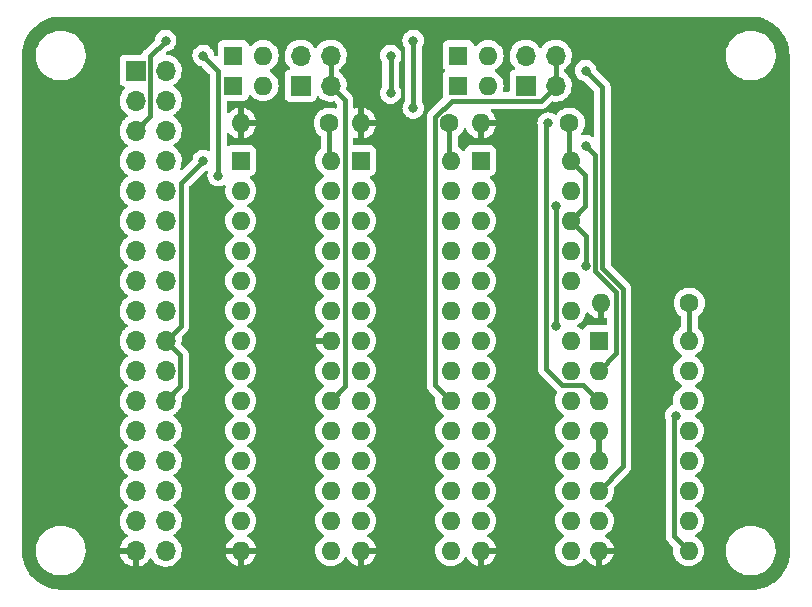
<source format=gbl>
G04 #@! TF.GenerationSoftware,KiCad,Pcbnew,(6.0.0)*
G04 #@! TF.CreationDate,2022-11-09T00:35:18-05:00*
G04 #@! TF.ProjectId,Sorcerer Internal SRAM,536f7263-6572-4657-9220-496e7465726e,rev?*
G04 #@! TF.SameCoordinates,Original*
G04 #@! TF.FileFunction,Copper,L2,Bot*
G04 #@! TF.FilePolarity,Positive*
%FSLAX46Y46*%
G04 Gerber Fmt 4.6, Leading zero omitted, Abs format (unit mm)*
G04 Created by KiCad (PCBNEW (6.0.0)) date 2022-11-09 00:35:18*
%MOMM*%
%LPD*%
G01*
G04 APERTURE LIST*
G04 #@! TA.AperFunction,ComponentPad*
%ADD10R,1.600000X1.600000*%
G04 #@! TD*
G04 #@! TA.AperFunction,ComponentPad*
%ADD11O,1.600000X1.600000*%
G04 #@! TD*
G04 #@! TA.AperFunction,ComponentPad*
%ADD12R,1.700000X1.700000*%
G04 #@! TD*
G04 #@! TA.AperFunction,ComponentPad*
%ADD13O,1.700000X1.700000*%
G04 #@! TD*
G04 #@! TA.AperFunction,ComponentPad*
%ADD14C,1.600000*%
G04 #@! TD*
G04 #@! TA.AperFunction,ViaPad*
%ADD15C,0.800000*%
G04 #@! TD*
G04 #@! TA.AperFunction,Conductor*
%ADD16C,0.400000*%
G04 #@! TD*
G04 APERTURE END LIST*
D10*
X124460000Y-60965000D03*
D11*
X127000000Y-60965000D03*
D10*
X155395000Y-82550000D03*
D11*
X155395000Y-85090000D03*
X155395000Y-87630000D03*
X155395000Y-90170000D03*
X155395000Y-92710000D03*
X155395000Y-95250000D03*
X155395000Y-97790000D03*
X155395000Y-100330000D03*
X163015000Y-100330000D03*
X163015000Y-97790000D03*
X163015000Y-95250000D03*
X163015000Y-92710000D03*
X163015000Y-90170000D03*
X163015000Y-87630000D03*
X163015000Y-85090000D03*
X163015000Y-82550000D03*
D12*
X116205000Y-59690000D03*
D13*
X118745000Y-59690000D03*
X116205000Y-62230000D03*
X118745000Y-62230000D03*
X116205000Y-64770000D03*
X118745000Y-64770000D03*
X116205000Y-67310000D03*
X118745000Y-67310000D03*
X116205000Y-69850000D03*
X118745000Y-69850000D03*
X116205000Y-72390000D03*
X118745000Y-72390000D03*
X116205000Y-74930000D03*
X118745000Y-74930000D03*
X116205000Y-77470000D03*
X118745000Y-77470000D03*
X116205000Y-80010000D03*
X118745000Y-80010000D03*
X116205000Y-82550000D03*
X118745000Y-82550000D03*
X116205000Y-85090000D03*
X118745000Y-85090000D03*
X116205000Y-87630000D03*
X118745000Y-87630000D03*
X116205000Y-90170000D03*
X118745000Y-90170000D03*
X116205000Y-92710000D03*
X118745000Y-92710000D03*
X116205000Y-95250000D03*
X118745000Y-95250000D03*
X116205000Y-97790000D03*
X118745000Y-97790000D03*
X116205000Y-100330000D03*
X118745000Y-100330000D03*
D14*
X152915000Y-64135000D03*
D11*
X145415000Y-64135000D03*
D12*
X130175000Y-60960000D03*
D13*
X130175000Y-58420000D03*
X132715000Y-60960000D03*
X132715000Y-58420000D03*
D12*
X149225000Y-60960000D03*
D13*
X149225000Y-58420000D03*
X151765000Y-60960000D03*
X151765000Y-58420000D03*
D14*
X163075000Y-79375000D03*
D11*
X155575000Y-79375000D03*
D10*
X125095000Y-67310000D03*
D11*
X125095000Y-69850000D03*
X125095000Y-72390000D03*
X125095000Y-74930000D03*
X125095000Y-77470000D03*
X125095000Y-80010000D03*
X125095000Y-82550000D03*
X125095000Y-85090000D03*
X125095000Y-87630000D03*
X125095000Y-90170000D03*
X125095000Y-92710000D03*
X125095000Y-95250000D03*
X125095000Y-97790000D03*
X125095000Y-100330000D03*
X132715000Y-100330000D03*
X132715000Y-97790000D03*
X132715000Y-95250000D03*
X132715000Y-92710000D03*
X132715000Y-90170000D03*
X132715000Y-87630000D03*
X132715000Y-85090000D03*
X132715000Y-82550000D03*
X132715000Y-80010000D03*
X132715000Y-77470000D03*
X132715000Y-74930000D03*
X132715000Y-72390000D03*
X132715000Y-69850000D03*
X132715000Y-67310000D03*
D10*
X143510000Y-58420000D03*
D11*
X146050000Y-58420000D03*
D10*
X145415000Y-67310000D03*
D11*
X145415000Y-69850000D03*
X145415000Y-72390000D03*
X145415000Y-74930000D03*
X145415000Y-77470000D03*
X145415000Y-80010000D03*
X145415000Y-82550000D03*
X145415000Y-85090000D03*
X145415000Y-87630000D03*
X145415000Y-90170000D03*
X145415000Y-92710000D03*
X145415000Y-95250000D03*
X145415000Y-97790000D03*
X145415000Y-100330000D03*
X153035000Y-100330000D03*
X153035000Y-97790000D03*
X153035000Y-95250000D03*
X153035000Y-92710000D03*
X153035000Y-90170000D03*
X153035000Y-87630000D03*
X153035000Y-85090000D03*
X153035000Y-82550000D03*
X153035000Y-80010000D03*
X153035000Y-77470000D03*
X153035000Y-74930000D03*
X153035000Y-72390000D03*
X153035000Y-69850000D03*
X153035000Y-67310000D03*
D10*
X135255000Y-67310000D03*
D11*
X135255000Y-69850000D03*
X135255000Y-72390000D03*
X135255000Y-74930000D03*
X135255000Y-77470000D03*
X135255000Y-80010000D03*
X135255000Y-82550000D03*
X135255000Y-85090000D03*
X135255000Y-87630000D03*
X135255000Y-90170000D03*
X135255000Y-92710000D03*
X135255000Y-95250000D03*
X135255000Y-97790000D03*
X135255000Y-100330000D03*
X142875000Y-100330000D03*
X142875000Y-97790000D03*
X142875000Y-95250000D03*
X142875000Y-92710000D03*
X142875000Y-90170000D03*
X142875000Y-87630000D03*
X142875000Y-85090000D03*
X142875000Y-82550000D03*
X142875000Y-80010000D03*
X142875000Y-77470000D03*
X142875000Y-74930000D03*
X142875000Y-72390000D03*
X142875000Y-69850000D03*
X142875000Y-67310000D03*
D10*
X124460000Y-58425000D03*
D11*
X127000000Y-58425000D03*
D14*
X142755000Y-64135000D03*
D11*
X135255000Y-64135000D03*
D14*
X132595000Y-64135000D03*
D11*
X125095000Y-64135000D03*
D10*
X143510000Y-60960000D03*
D11*
X146050000Y-60960000D03*
D15*
X121920000Y-67310000D03*
X154305000Y-76200000D03*
X121285000Y-69850000D03*
X129540000Y-82550000D03*
X138430000Y-81915000D03*
X149225000Y-82550000D03*
X137795000Y-61595000D03*
X137795000Y-58420000D03*
X123190000Y-68580000D03*
X121920000Y-58420000D03*
X151765000Y-81280000D03*
X151765000Y-71120000D03*
X154305000Y-59690000D03*
X154305000Y-66040000D03*
X139700000Y-62865000D03*
X139700000Y-57150000D03*
X151130000Y-64135000D03*
X118745000Y-57150000D03*
X161925000Y-88900000D03*
D16*
X118745000Y-87630000D02*
X119994511Y-86380489D01*
X121920000Y-67310000D02*
X120015000Y-69215000D01*
X154305000Y-73660000D02*
X154305000Y-76200000D01*
X154234511Y-68509511D02*
X154234511Y-71190489D01*
X152915000Y-67190000D02*
X153035000Y-67310000D01*
X163075000Y-82490000D02*
X163015000Y-82550000D01*
X163075000Y-79375000D02*
X163075000Y-82490000D01*
X118745000Y-82550000D02*
X120015000Y-81280000D01*
X132595000Y-64135000D02*
X132595000Y-67190000D01*
X142755000Y-67190000D02*
X142875000Y-67310000D01*
X119994511Y-86380489D02*
X119994511Y-83799511D01*
X132595000Y-67190000D02*
X132715000Y-67310000D01*
X154234511Y-71190489D02*
X153035000Y-72390000D01*
X120015000Y-81280000D02*
X120015000Y-69215000D01*
X152915000Y-64135000D02*
X152915000Y-67190000D01*
X119994511Y-83799511D02*
X118745000Y-82550000D01*
X153035000Y-67310000D02*
X154234511Y-68509511D01*
X153035000Y-72390000D02*
X154305000Y-73660000D01*
X142755000Y-64135000D02*
X142755000Y-67190000D01*
X137795000Y-58420000D02*
X137795000Y-61595000D01*
X123190000Y-68580000D02*
X123190000Y-59690000D01*
X123190000Y-59690000D02*
X121920000Y-58420000D01*
X151765000Y-71120000D02*
X151765000Y-81280000D01*
X157444520Y-93200480D02*
X155395000Y-95250000D01*
X155704031Y-61089031D02*
X155704031Y-76422159D01*
X157444520Y-78162649D02*
X157444520Y-93200480D01*
X154305000Y-59690000D02*
X155704031Y-61089031D01*
X155704031Y-76422159D02*
X157444520Y-78162649D01*
X154305000Y-66040000D02*
X155104511Y-66839511D01*
X155104511Y-66839511D02*
X155104511Y-76670489D01*
X156845000Y-83640000D02*
X155395000Y-85090000D01*
X155104511Y-76670489D02*
X156845000Y-78410978D01*
X156845000Y-78410978D02*
X156845000Y-83640000D01*
X117454511Y-63520489D02*
X117454511Y-58440489D01*
X150965489Y-64299511D02*
X151130000Y-64135000D01*
X116205000Y-64770000D02*
X117454511Y-63520489D01*
X139700000Y-62865000D02*
X139700000Y-57150000D01*
X154054511Y-86289511D02*
X152329511Y-86289511D01*
X155395000Y-87630000D02*
X154054511Y-86289511D01*
X117454511Y-58440489D02*
X118745000Y-57150000D01*
X152329511Y-86289511D02*
X150965489Y-84925489D01*
X150965489Y-84925489D02*
X150965489Y-64299511D01*
X142963634Y-62230000D02*
X150495000Y-62230000D01*
X141555489Y-86310489D02*
X141555489Y-63638145D01*
X141555489Y-63638145D02*
X142963634Y-62230000D01*
X150495000Y-62230000D02*
X151765000Y-60960000D01*
X142875000Y-87630000D02*
X141555489Y-86310489D01*
X151765000Y-60960000D02*
X151765000Y-58420000D01*
X132715000Y-87630000D02*
X133914511Y-86430489D01*
X132715000Y-60965000D02*
X132715000Y-58425000D01*
X133914511Y-62164511D02*
X132715000Y-60965000D01*
X133914511Y-86430489D02*
X133914511Y-62164511D01*
X161925000Y-88900000D02*
X161815489Y-89009511D01*
X161815489Y-99130489D02*
X163015000Y-100330000D01*
X161815489Y-89009511D02*
X161815489Y-99130489D01*
G04 #@! TA.AperFunction,Conductor*
G36*
X168245057Y-55119500D02*
G01*
X168259858Y-55121805D01*
X168259861Y-55121805D01*
X168268730Y-55123186D01*
X168287411Y-55120743D01*
X168310342Y-55119852D01*
X168613557Y-55135743D01*
X168626665Y-55137120D01*
X168866285Y-55175072D01*
X168955002Y-55189123D01*
X168967902Y-55191865D01*
X169289000Y-55277903D01*
X169301536Y-55281977D01*
X169574358Y-55386703D01*
X169611876Y-55401105D01*
X169623924Y-55406469D01*
X169920120Y-55557388D01*
X169931536Y-55563979D01*
X170210334Y-55745033D01*
X170220996Y-55752779D01*
X170479344Y-55961984D01*
X170489145Y-55970810D01*
X170724190Y-56205855D01*
X170733015Y-56215655D01*
X170936753Y-56467251D01*
X170942221Y-56474004D01*
X170949967Y-56484666D01*
X171131018Y-56763459D01*
X171137612Y-56774880D01*
X171288531Y-57071076D01*
X171293895Y-57083124D01*
X171298053Y-57093955D01*
X171410429Y-57386703D01*
X171413021Y-57393456D01*
X171417097Y-57405999D01*
X171421571Y-57422699D01*
X171503135Y-57727098D01*
X171505877Y-57739998D01*
X171555180Y-58051285D01*
X171557879Y-58068329D01*
X171559257Y-58081443D01*
X171574579Y-58373795D01*
X171574764Y-58377330D01*
X171573436Y-58403312D01*
X171573195Y-58404856D01*
X171573195Y-58404860D01*
X171571814Y-58413730D01*
X171572978Y-58422632D01*
X171572978Y-58422635D01*
X171575936Y-58445251D01*
X171577000Y-58461589D01*
X171577000Y-99623105D01*
X171576849Y-99625402D01*
X171576210Y-99627676D01*
X171576278Y-99634055D01*
X171576278Y-99634058D01*
X171576993Y-99700897D01*
X171577000Y-99702244D01*
X171577000Y-99731477D01*
X171577287Y-99733478D01*
X171577361Y-99735289D01*
X171577766Y-99773183D01*
X171580378Y-99781773D01*
X171583320Y-99791449D01*
X171587951Y-99813760D01*
X171622159Y-100112292D01*
X171622969Y-100125127D01*
X171623885Y-100201583D01*
X171626261Y-100399908D01*
X171626916Y-100454630D01*
X171626413Y-100467481D01*
X171596751Y-100795652D01*
X171594942Y-100808385D01*
X171531978Y-101131850D01*
X171528879Y-101144331D01*
X171486073Y-101285524D01*
X171438357Y-101442916D01*
X171433278Y-101459668D01*
X171428928Y-101471758D01*
X171340175Y-101683757D01*
X171301666Y-101775740D01*
X171296100Y-101787334D01*
X171138531Y-102076728D01*
X171131815Y-102087692D01*
X170945547Y-102359544D01*
X170937752Y-102369759D01*
X170724757Y-102621191D01*
X170715955Y-102630567D01*
X170478441Y-102858976D01*
X170468728Y-102867406D01*
X170209165Y-103070415D01*
X170198643Y-103077811D01*
X169919745Y-103253299D01*
X169908525Y-103259584D01*
X169758133Y-103334005D01*
X169613174Y-103405738D01*
X169601380Y-103410842D01*
X169437350Y-103472097D01*
X169292675Y-103526124D01*
X169280414Y-103530002D01*
X168961571Y-103613214D01*
X168948994Y-103615819D01*
X168623308Y-103666099D01*
X168610531Y-103667408D01*
X168343918Y-103681032D01*
X168317772Y-103682368D01*
X168291961Y-103681032D01*
X168290147Y-103680750D01*
X168281270Y-103679368D01*
X168250025Y-103683454D01*
X168233591Y-103684517D01*
X109904493Y-103632044D01*
X109885230Y-103630544D01*
X109874409Y-103628860D01*
X109870141Y-103628195D01*
X109870140Y-103628195D01*
X109861270Y-103626814D01*
X109842589Y-103629257D01*
X109819658Y-103630148D01*
X109516443Y-103614257D01*
X109503335Y-103612880D01*
X109263715Y-103574928D01*
X109174998Y-103560877D01*
X109162098Y-103558135D01*
X108841000Y-103472097D01*
X108828464Y-103468023D01*
X108518125Y-103348895D01*
X108506076Y-103343531D01*
X108209880Y-103192612D01*
X108198464Y-103186021D01*
X107919666Y-103004967D01*
X107909004Y-102997221D01*
X107650656Y-102788016D01*
X107640855Y-102779190D01*
X107405810Y-102544145D01*
X107396984Y-102534344D01*
X107187776Y-102275992D01*
X107180033Y-102265334D01*
X106998979Y-101986536D01*
X106992388Y-101975120D01*
X106841469Y-101678924D01*
X106836105Y-101666876D01*
X106810507Y-101600191D01*
X106716977Y-101356536D01*
X106712903Y-101344000D01*
X106710813Y-101336198D01*
X106656925Y-101135088D01*
X106626865Y-101022902D01*
X106624123Y-101010002D01*
X106586734Y-100773933D01*
X106572120Y-100681665D01*
X106570743Y-100668554D01*
X106566490Y-100587401D01*
X106559955Y-100462703D01*
X107745743Y-100462703D01*
X107746302Y-100466947D01*
X107746302Y-100466951D01*
X107759000Y-100563402D01*
X107783268Y-100747734D01*
X107859129Y-101025036D01*
X107860813Y-101028984D01*
X107941068Y-101217137D01*
X107971923Y-101289476D01*
X108018637Y-101367529D01*
X108076593Y-101464366D01*
X108119561Y-101536161D01*
X108299313Y-101760528D01*
X108507851Y-101958423D01*
X108741317Y-102126186D01*
X108745112Y-102128195D01*
X108745113Y-102128196D01*
X108766869Y-102139715D01*
X108995392Y-102260712D01*
X109265373Y-102359511D01*
X109546264Y-102420755D01*
X109574841Y-102423004D01*
X109769282Y-102438307D01*
X109769291Y-102438307D01*
X109771739Y-102438500D01*
X109927271Y-102438500D01*
X109929407Y-102438354D01*
X109929418Y-102438354D01*
X110137548Y-102424165D01*
X110137554Y-102424164D01*
X110141825Y-102423873D01*
X110146020Y-102423004D01*
X110146022Y-102423004D01*
X110403133Y-102369759D01*
X110423342Y-102365574D01*
X110694343Y-102269607D01*
X110949812Y-102137750D01*
X110953313Y-102135289D01*
X110953317Y-102135287D01*
X111067417Y-102055096D01*
X111185023Y-101972441D01*
X111384222Y-101787334D01*
X111392479Y-101779661D01*
X111392481Y-101779658D01*
X111395622Y-101776740D01*
X111577713Y-101554268D01*
X111727927Y-101309142D01*
X111731927Y-101300031D01*
X111841757Y-101049830D01*
X111843483Y-101045898D01*
X111848742Y-101027438D01*
X111905879Y-100826857D01*
X111922244Y-100769406D01*
X111946643Y-100597966D01*
X114873257Y-100597966D01*
X114903565Y-100732446D01*
X114906645Y-100742275D01*
X114986770Y-100939603D01*
X114991413Y-100948794D01*
X115102694Y-101130388D01*
X115108777Y-101138699D01*
X115248213Y-101299667D01*
X115255580Y-101306883D01*
X115419434Y-101442916D01*
X115427881Y-101448831D01*
X115611756Y-101556279D01*
X115621042Y-101560729D01*
X115820001Y-101636703D01*
X115829899Y-101639579D01*
X115933250Y-101660606D01*
X115947299Y-101659410D01*
X115951000Y-101649065D01*
X115951000Y-100602115D01*
X115946525Y-100586876D01*
X115945135Y-100585671D01*
X115937452Y-100584000D01*
X114888225Y-100584000D01*
X114874694Y-100587973D01*
X114873257Y-100597966D01*
X111946643Y-100597966D01*
X111962751Y-100484784D01*
X111962845Y-100466951D01*
X111964235Y-100201583D01*
X111964235Y-100201576D01*
X111964257Y-100197297D01*
X111951720Y-100102065D01*
X111927292Y-99916522D01*
X111926732Y-99912266D01*
X111911007Y-99854783D01*
X111893680Y-99791449D01*
X111850871Y-99634964D01*
X111790939Y-99494457D01*
X111739763Y-99374476D01*
X111739761Y-99374472D01*
X111738077Y-99370524D01*
X111633668Y-99196069D01*
X111592643Y-99127521D01*
X111592640Y-99127517D01*
X111590439Y-99123839D01*
X111410687Y-98899472D01*
X111202149Y-98701577D01*
X110968683Y-98533814D01*
X110946843Y-98522250D01*
X110891652Y-98493028D01*
X110714608Y-98399288D01*
X110444627Y-98300489D01*
X110163736Y-98239245D01*
X110132685Y-98236801D01*
X109940718Y-98221693D01*
X109940709Y-98221693D01*
X109938261Y-98221500D01*
X109782729Y-98221500D01*
X109780593Y-98221646D01*
X109780582Y-98221646D01*
X109572452Y-98235835D01*
X109572446Y-98235836D01*
X109568175Y-98236127D01*
X109563980Y-98236996D01*
X109563978Y-98236996D01*
X109427416Y-98265277D01*
X109286658Y-98294426D01*
X109015657Y-98390393D01*
X108760188Y-98522250D01*
X108756687Y-98524711D01*
X108756683Y-98524713D01*
X108662809Y-98590689D01*
X108524977Y-98687559D01*
X108509892Y-98701577D01*
X108374352Y-98827529D01*
X108314378Y-98883260D01*
X108132287Y-99105732D01*
X107982073Y-99350858D01*
X107980347Y-99354791D01*
X107980346Y-99354792D01*
X107919037Y-99494457D01*
X107866517Y-99614102D01*
X107865342Y-99618229D01*
X107865341Y-99618230D01*
X107854388Y-99656680D01*
X107787756Y-99890594D01*
X107747249Y-100175216D01*
X107747227Y-100179505D01*
X107747226Y-100179512D01*
X107746035Y-100406920D01*
X107745743Y-100462703D01*
X106559955Y-100462703D01*
X106555236Y-100372666D01*
X106556564Y-100346688D01*
X106556805Y-100345144D01*
X106556805Y-100345140D01*
X106558186Y-100336270D01*
X106556928Y-100326646D01*
X106554064Y-100304749D01*
X106553000Y-100288411D01*
X106553000Y-97756695D01*
X114842251Y-97756695D01*
X114842548Y-97761848D01*
X114842548Y-97761851D01*
X114848011Y-97856590D01*
X114855110Y-97979715D01*
X114856247Y-97984761D01*
X114856248Y-97984767D01*
X114864955Y-98023402D01*
X114904222Y-98197639D01*
X114944346Y-98296453D01*
X114986103Y-98399288D01*
X114988266Y-98404616D01*
X115035596Y-98481852D01*
X115102291Y-98590688D01*
X115104987Y-98595088D01*
X115251250Y-98763938D01*
X115423126Y-98906632D01*
X115490163Y-98945805D01*
X115496955Y-98949774D01*
X115545679Y-99001412D01*
X115558750Y-99071195D01*
X115532019Y-99136967D01*
X115491562Y-99170327D01*
X115483457Y-99174546D01*
X115474738Y-99180036D01*
X115304433Y-99307905D01*
X115296726Y-99314748D01*
X115149590Y-99468717D01*
X115143104Y-99476727D01*
X115023098Y-99652649D01*
X115018000Y-99661623D01*
X114928338Y-99854783D01*
X114924775Y-99864470D01*
X114869389Y-100064183D01*
X114870912Y-100072607D01*
X114883292Y-100076000D01*
X116333000Y-100076000D01*
X116401121Y-100096002D01*
X116447614Y-100149658D01*
X116459000Y-100202000D01*
X116459000Y-101648517D01*
X116463064Y-101662359D01*
X116476478Y-101664393D01*
X116483184Y-101663534D01*
X116493262Y-101661392D01*
X116697255Y-101600191D01*
X116706842Y-101596433D01*
X116898095Y-101502739D01*
X116906945Y-101497464D01*
X117080328Y-101373792D01*
X117088200Y-101367139D01*
X117239052Y-101216812D01*
X117245730Y-101208965D01*
X117373022Y-101031819D01*
X117374279Y-101032722D01*
X117421373Y-100989362D01*
X117491311Y-100977145D01*
X117556751Y-101004678D01*
X117584579Y-101036511D01*
X117644987Y-101135088D01*
X117791250Y-101303938D01*
X117963126Y-101446632D01*
X118156000Y-101559338D01*
X118160825Y-101561180D01*
X118160826Y-101561181D01*
X118231328Y-101588103D01*
X118364692Y-101639030D01*
X118369760Y-101640061D01*
X118369763Y-101640062D01*
X118464862Y-101659410D01*
X118583597Y-101683567D01*
X118588772Y-101683757D01*
X118588774Y-101683757D01*
X118801673Y-101691564D01*
X118801677Y-101691564D01*
X118806837Y-101691753D01*
X118811957Y-101691097D01*
X118811959Y-101691097D01*
X119023288Y-101664025D01*
X119023289Y-101664025D01*
X119028416Y-101663368D01*
X119033366Y-101661883D01*
X119237429Y-101600661D01*
X119237434Y-101600659D01*
X119242384Y-101599174D01*
X119442994Y-101500896D01*
X119624860Y-101371173D01*
X119656788Y-101339357D01*
X119779435Y-101217137D01*
X119783096Y-101213489D01*
X119814498Y-101169789D01*
X119910435Y-101036277D01*
X119913453Y-101032077D01*
X119918979Y-101020897D01*
X120010136Y-100836453D01*
X120010137Y-100836451D01*
X120012430Y-100831811D01*
X120058046Y-100681671D01*
X120075865Y-100623023D01*
X120075865Y-100623021D01*
X120077370Y-100618069D01*
X120080207Y-100596522D01*
X123812273Y-100596522D01*
X123859764Y-100773761D01*
X123863510Y-100784053D01*
X123955586Y-100981511D01*
X123961069Y-100991007D01*
X124086028Y-101169467D01*
X124093084Y-101177875D01*
X124247125Y-101331916D01*
X124255533Y-101338972D01*
X124433993Y-101463931D01*
X124443489Y-101469414D01*
X124640947Y-101561490D01*
X124651239Y-101565236D01*
X124823503Y-101611394D01*
X124837599Y-101611058D01*
X124841000Y-101603116D01*
X124841000Y-101597967D01*
X125349000Y-101597967D01*
X125352973Y-101611498D01*
X125361522Y-101612727D01*
X125538761Y-101565236D01*
X125549053Y-101561490D01*
X125746511Y-101469414D01*
X125756007Y-101463931D01*
X125934467Y-101338972D01*
X125942875Y-101331916D01*
X126096916Y-101177875D01*
X126103972Y-101169467D01*
X126228931Y-100991007D01*
X126234414Y-100981511D01*
X126326490Y-100784053D01*
X126330236Y-100773761D01*
X126376394Y-100601497D01*
X126376058Y-100587401D01*
X126368116Y-100584000D01*
X125367115Y-100584000D01*
X125351876Y-100588475D01*
X125350671Y-100589865D01*
X125349000Y-100597548D01*
X125349000Y-101597967D01*
X124841000Y-101597967D01*
X124841000Y-100602115D01*
X124836525Y-100586876D01*
X124835135Y-100585671D01*
X124827452Y-100584000D01*
X123827033Y-100584000D01*
X123813502Y-100587973D01*
X123812273Y-100596522D01*
X120080207Y-100596522D01*
X120106529Y-100396590D01*
X120106611Y-100393240D01*
X120108074Y-100333365D01*
X120108074Y-100333361D01*
X120108156Y-100330000D01*
X120089852Y-100107361D01*
X120035431Y-99890702D01*
X119946354Y-99685840D01*
X119882377Y-99586947D01*
X119827822Y-99502617D01*
X119827820Y-99502614D01*
X119825014Y-99498277D01*
X119674670Y-99333051D01*
X119670619Y-99329852D01*
X119670615Y-99329848D01*
X119503414Y-99197800D01*
X119503410Y-99197798D01*
X119499359Y-99194598D01*
X119458053Y-99171796D01*
X119408084Y-99121364D01*
X119393312Y-99051921D01*
X119418428Y-98985516D01*
X119445780Y-98958909D01*
X119494207Y-98924366D01*
X119624860Y-98831173D01*
X119656788Y-98799357D01*
X119757421Y-98699074D01*
X119783096Y-98673489D01*
X119814498Y-98629789D01*
X119910435Y-98496277D01*
X119913453Y-98492077D01*
X119918507Y-98481852D01*
X120010136Y-98296453D01*
X120010137Y-98296451D01*
X120012430Y-98291811D01*
X120077370Y-98078069D01*
X120106529Y-97856590D01*
X120108156Y-97790000D01*
X120089852Y-97567361D01*
X120035431Y-97350702D01*
X119946354Y-97145840D01*
X119825014Y-96958277D01*
X119674670Y-96793051D01*
X119670619Y-96789852D01*
X119670615Y-96789848D01*
X119503414Y-96657800D01*
X119503410Y-96657798D01*
X119499359Y-96654598D01*
X119458053Y-96631796D01*
X119408084Y-96581364D01*
X119393312Y-96511921D01*
X119418428Y-96445516D01*
X119445780Y-96418909D01*
X119494207Y-96384366D01*
X119624860Y-96291173D01*
X119656788Y-96259357D01*
X119779435Y-96137137D01*
X119783096Y-96133489D01*
X119814498Y-96089789D01*
X119910435Y-95956277D01*
X119913453Y-95952077D01*
X119918507Y-95941852D01*
X120010136Y-95756453D01*
X120010137Y-95756451D01*
X120012430Y-95751811D01*
X120077370Y-95538069D01*
X120106529Y-95316590D01*
X120108156Y-95250000D01*
X120089852Y-95027361D01*
X120035431Y-94810702D01*
X119946354Y-94605840D01*
X119825014Y-94418277D01*
X119674670Y-94253051D01*
X119670619Y-94249852D01*
X119670615Y-94249848D01*
X119503414Y-94117800D01*
X119503410Y-94117798D01*
X119499359Y-94114598D01*
X119458053Y-94091796D01*
X119408084Y-94041364D01*
X119393312Y-93971921D01*
X119418428Y-93905516D01*
X119445780Y-93878909D01*
X119494817Y-93843931D01*
X119624860Y-93751173D01*
X119654206Y-93721930D01*
X119753412Y-93623069D01*
X119783096Y-93593489D01*
X119806445Y-93560996D01*
X119910435Y-93416277D01*
X119913453Y-93412077D01*
X119925535Y-93387632D01*
X120010136Y-93216453D01*
X120010137Y-93216451D01*
X120012430Y-93211811D01*
X120077370Y-92998069D01*
X120106529Y-92776590D01*
X120108156Y-92710000D01*
X120089852Y-92487361D01*
X120035431Y-92270702D01*
X119946354Y-92065840D01*
X119825014Y-91878277D01*
X119674670Y-91713051D01*
X119670619Y-91709852D01*
X119670615Y-91709848D01*
X119503414Y-91577800D01*
X119503410Y-91577798D01*
X119499359Y-91574598D01*
X119458053Y-91551796D01*
X119408084Y-91501364D01*
X119393312Y-91431921D01*
X119418428Y-91365516D01*
X119445780Y-91338909D01*
X119494817Y-91303931D01*
X119624860Y-91211173D01*
X119656788Y-91179357D01*
X119779435Y-91057137D01*
X119783096Y-91053489D01*
X119814498Y-91009789D01*
X119910435Y-90876277D01*
X119913453Y-90872077D01*
X119918136Y-90862603D01*
X120010136Y-90676453D01*
X120010137Y-90676451D01*
X120012430Y-90671811D01*
X120077370Y-90458069D01*
X120106529Y-90236590D01*
X120108156Y-90170000D01*
X120089852Y-89947361D01*
X120035431Y-89730702D01*
X119946354Y-89525840D01*
X119825014Y-89338277D01*
X119674670Y-89173051D01*
X119670619Y-89169852D01*
X119670615Y-89169848D01*
X119503414Y-89037800D01*
X119503410Y-89037798D01*
X119499359Y-89034598D01*
X119458053Y-89011796D01*
X119408084Y-88961364D01*
X119393312Y-88891921D01*
X119418428Y-88825516D01*
X119445780Y-88798909D01*
X119494207Y-88764366D01*
X119624860Y-88671173D01*
X119656788Y-88639357D01*
X119706209Y-88590107D01*
X119783096Y-88513489D01*
X119814498Y-88469789D01*
X119910435Y-88336277D01*
X119913453Y-88332077D01*
X119917705Y-88323475D01*
X120010136Y-88136453D01*
X120010137Y-88136451D01*
X120012430Y-88131811D01*
X120077370Y-87918069D01*
X120106529Y-87696590D01*
X120108156Y-87630000D01*
X120089852Y-87407361D01*
X120083114Y-87380534D01*
X120085920Y-87309593D01*
X120116224Y-87260747D01*
X120475039Y-86901932D01*
X120481304Y-86896078D01*
X120519175Y-86863041D01*
X120519176Y-86863040D01*
X120524896Y-86858050D01*
X120561647Y-86805760D01*
X120565539Y-86800518D01*
X120604987Y-86750207D01*
X120608111Y-86743288D01*
X120609499Y-86740996D01*
X120617868Y-86726324D01*
X120619133Y-86723964D01*
X120623501Y-86717750D01*
X120646714Y-86658212D01*
X120649270Y-86652131D01*
X120650335Y-86649774D01*
X120675556Y-86593916D01*
X120676941Y-86586443D01*
X120677745Y-86583877D01*
X120682366Y-86567654D01*
X120683031Y-86565062D01*
X120685793Y-86557980D01*
X120694133Y-86494628D01*
X120695165Y-86488112D01*
X120705422Y-86432770D01*
X120706806Y-86425303D01*
X120703220Y-86363109D01*
X120703011Y-86355856D01*
X120703011Y-83828423D01*
X120703303Y-83819853D01*
X120706720Y-83769735D01*
X120706720Y-83769731D01*
X120707236Y-83762159D01*
X120705248Y-83750765D01*
X120697449Y-83706081D01*
X120696250Y-83699214D01*
X120695288Y-83692693D01*
X120688526Y-83636815D01*
X120687613Y-83629269D01*
X120684927Y-83622161D01*
X120684290Y-83619567D01*
X120679829Y-83603261D01*
X120679059Y-83600710D01*
X120677753Y-83593227D01*
X120652072Y-83534723D01*
X120649580Y-83528616D01*
X120629684Y-83475963D01*
X120629684Y-83475962D01*
X120626998Y-83468855D01*
X120622695Y-83462594D01*
X120621458Y-83460228D01*
X120613231Y-83445448D01*
X120611880Y-83443163D01*
X120608826Y-83436206D01*
X120604206Y-83430186D01*
X120604203Y-83430180D01*
X120569932Y-83385520D01*
X120566052Y-83380179D01*
X120534172Y-83333791D01*
X120534167Y-83333786D01*
X120529868Y-83327530D01*
X120483340Y-83286075D01*
X120478065Y-83281095D01*
X120116383Y-82919413D01*
X120082357Y-82857101D01*
X120080556Y-82813871D01*
X120106092Y-82619908D01*
X120106529Y-82616590D01*
X120108156Y-82550000D01*
X120089852Y-82327361D01*
X120083114Y-82300534D01*
X120085920Y-82229593D01*
X120116224Y-82180747D01*
X120495528Y-81801443D01*
X120501793Y-81795589D01*
X120539664Y-81762552D01*
X120539665Y-81762551D01*
X120545385Y-81757561D01*
X120582136Y-81705271D01*
X120586028Y-81700029D01*
X120625476Y-81649718D01*
X120628600Y-81642799D01*
X120629988Y-81640507D01*
X120638357Y-81625835D01*
X120639622Y-81623475D01*
X120643990Y-81617261D01*
X120667203Y-81557723D01*
X120669759Y-81551642D01*
X120671540Y-81547699D01*
X120696045Y-81493427D01*
X120697430Y-81485954D01*
X120698234Y-81483388D01*
X120702855Y-81467165D01*
X120703520Y-81464573D01*
X120706282Y-81457491D01*
X120713902Y-81399612D01*
X120714622Y-81394139D01*
X120715654Y-81387623D01*
X120725911Y-81332281D01*
X120727295Y-81324814D01*
X120726771Y-81315716D01*
X120723709Y-81262620D01*
X120723500Y-81255367D01*
X120723500Y-69560660D01*
X120743502Y-69492539D01*
X120760405Y-69471565D01*
X121986533Y-68245437D01*
X122049431Y-68211285D01*
X122163716Y-68186993D01*
X122234507Y-68192395D01*
X122291139Y-68235212D01*
X122315633Y-68301850D01*
X122309746Y-68349176D01*
X122296458Y-68390072D01*
X122295768Y-68396633D01*
X122295768Y-68396635D01*
X122278533Y-68560615D01*
X122276496Y-68580000D01*
X122277186Y-68586565D01*
X122290752Y-68715634D01*
X122296458Y-68769928D01*
X122355473Y-68951556D01*
X122358776Y-68957278D01*
X122358777Y-68957279D01*
X122376928Y-68988717D01*
X122450960Y-69116944D01*
X122455378Y-69121851D01*
X122455379Y-69121852D01*
X122504746Y-69176680D01*
X122578747Y-69258866D01*
X122642524Y-69305203D01*
X122709645Y-69353969D01*
X122733248Y-69371118D01*
X122739276Y-69373802D01*
X122739278Y-69373803D01*
X122901681Y-69446109D01*
X122907712Y-69448794D01*
X123001112Y-69468647D01*
X123088056Y-69487128D01*
X123088061Y-69487128D01*
X123094513Y-69488500D01*
X123285487Y-69488500D01*
X123291939Y-69487128D01*
X123291944Y-69487128D01*
X123378888Y-69468647D01*
X123472288Y-69448794D01*
X123478319Y-69446109D01*
X123640722Y-69373803D01*
X123640724Y-69373802D01*
X123646752Y-69371118D01*
X123647935Y-69370258D01*
X123715077Y-69353969D01*
X123782170Y-69377188D01*
X123826058Y-69432995D01*
X123832807Y-69503670D01*
X123830791Y-69512437D01*
X123807407Y-69599707D01*
X123801457Y-69621913D01*
X123781502Y-69850000D01*
X123801457Y-70078087D01*
X123802881Y-70083400D01*
X123802881Y-70083402D01*
X123850851Y-70262425D01*
X123860716Y-70299243D01*
X123863039Y-70304224D01*
X123863039Y-70304225D01*
X123955151Y-70501762D01*
X123955154Y-70501767D01*
X123957477Y-70506749D01*
X123992321Y-70556511D01*
X124064078Y-70658990D01*
X124088802Y-70694300D01*
X124250700Y-70856198D01*
X124255208Y-70859355D01*
X124255211Y-70859357D01*
X124295445Y-70887529D01*
X124438251Y-70987523D01*
X124443233Y-70989846D01*
X124443238Y-70989849D01*
X124477457Y-71005805D01*
X124530742Y-71052722D01*
X124550203Y-71120999D01*
X124529661Y-71188959D01*
X124477457Y-71234195D01*
X124443238Y-71250151D01*
X124443233Y-71250154D01*
X124438251Y-71252477D01*
X124333389Y-71325902D01*
X124255211Y-71380643D01*
X124255208Y-71380645D01*
X124250700Y-71383802D01*
X124088802Y-71545700D01*
X124085645Y-71550208D01*
X124085643Y-71550211D01*
X124030902Y-71628389D01*
X123957477Y-71733251D01*
X123955154Y-71738233D01*
X123955151Y-71738238D01*
X123872908Y-71914610D01*
X123860716Y-71940757D01*
X123859294Y-71946065D01*
X123859293Y-71946067D01*
X123807407Y-72139707D01*
X123801457Y-72161913D01*
X123781502Y-72390000D01*
X123801457Y-72618087D01*
X123802881Y-72623400D01*
X123802881Y-72623402D01*
X123850851Y-72802425D01*
X123860716Y-72839243D01*
X123863039Y-72844224D01*
X123863039Y-72844225D01*
X123955151Y-73041762D01*
X123955154Y-73041767D01*
X123957477Y-73046749D01*
X123989216Y-73092077D01*
X124064078Y-73198990D01*
X124088802Y-73234300D01*
X124250700Y-73396198D01*
X124255208Y-73399355D01*
X124255211Y-73399357D01*
X124295445Y-73427529D01*
X124438251Y-73527523D01*
X124443233Y-73529846D01*
X124443238Y-73529849D01*
X124477457Y-73545805D01*
X124530742Y-73592722D01*
X124550203Y-73660999D01*
X124529661Y-73728959D01*
X124477457Y-73774195D01*
X124443238Y-73790151D01*
X124443233Y-73790154D01*
X124438251Y-73792477D01*
X124333389Y-73865902D01*
X124255211Y-73920643D01*
X124255208Y-73920645D01*
X124250700Y-73923802D01*
X124088802Y-74085700D01*
X124085645Y-74090208D01*
X124085643Y-74090211D01*
X124030902Y-74168389D01*
X123957477Y-74273251D01*
X123955154Y-74278233D01*
X123955151Y-74278238D01*
X123872908Y-74454610D01*
X123860716Y-74480757D01*
X123859294Y-74486065D01*
X123859293Y-74486067D01*
X123807407Y-74679707D01*
X123801457Y-74701913D01*
X123781502Y-74930000D01*
X123801457Y-75158087D01*
X123802881Y-75163400D01*
X123802881Y-75163402D01*
X123850851Y-75342425D01*
X123860716Y-75379243D01*
X123863039Y-75384224D01*
X123863039Y-75384225D01*
X123955151Y-75581762D01*
X123955154Y-75581767D01*
X123957477Y-75586749D01*
X123989216Y-75632077D01*
X124064078Y-75738990D01*
X124088802Y-75774300D01*
X124250700Y-75936198D01*
X124255208Y-75939355D01*
X124255211Y-75939357D01*
X124295445Y-75967529D01*
X124438251Y-76067523D01*
X124443233Y-76069846D01*
X124443238Y-76069849D01*
X124477457Y-76085805D01*
X124530742Y-76132722D01*
X124550203Y-76200999D01*
X124529661Y-76268959D01*
X124477457Y-76314195D01*
X124443238Y-76330151D01*
X124443233Y-76330154D01*
X124438251Y-76332477D01*
X124333389Y-76405902D01*
X124255211Y-76460643D01*
X124255208Y-76460645D01*
X124250700Y-76463802D01*
X124088802Y-76625700D01*
X124085645Y-76630208D01*
X124085643Y-76630211D01*
X124030902Y-76708389D01*
X123957477Y-76813251D01*
X123955154Y-76818233D01*
X123955151Y-76818238D01*
X123872908Y-76994610D01*
X123860716Y-77020757D01*
X123859294Y-77026065D01*
X123859293Y-77026067D01*
X123807407Y-77219707D01*
X123801457Y-77241913D01*
X123781502Y-77470000D01*
X123801457Y-77698087D01*
X123802881Y-77703400D01*
X123802881Y-77703402D01*
X123854985Y-77897853D01*
X123860716Y-77919243D01*
X123863039Y-77924224D01*
X123863039Y-77924225D01*
X123955151Y-78121762D01*
X123955154Y-78121767D01*
X123957477Y-78126749D01*
X123989216Y-78172077D01*
X124064078Y-78278990D01*
X124088802Y-78314300D01*
X124250700Y-78476198D01*
X124255208Y-78479355D01*
X124255211Y-78479357D01*
X124295445Y-78507529D01*
X124438251Y-78607523D01*
X124443233Y-78609846D01*
X124443238Y-78609849D01*
X124477457Y-78625805D01*
X124530742Y-78672722D01*
X124550203Y-78740999D01*
X124529661Y-78808959D01*
X124477457Y-78854195D01*
X124443238Y-78870151D01*
X124443233Y-78870154D01*
X124438251Y-78872477D01*
X124333389Y-78945902D01*
X124255211Y-79000643D01*
X124255208Y-79000645D01*
X124250700Y-79003802D01*
X124088802Y-79165700D01*
X124085647Y-79170206D01*
X124085643Y-79170211D01*
X124039993Y-79235406D01*
X123957477Y-79353251D01*
X123955154Y-79358233D01*
X123955151Y-79358238D01*
X123872908Y-79534610D01*
X123860716Y-79560757D01*
X123859294Y-79566065D01*
X123859293Y-79566067D01*
X123807407Y-79759707D01*
X123801457Y-79781913D01*
X123781502Y-80010000D01*
X123801457Y-80238087D01*
X123802881Y-80243400D01*
X123802881Y-80243402D01*
X123850851Y-80422425D01*
X123860716Y-80459243D01*
X123863039Y-80464224D01*
X123863039Y-80464225D01*
X123955151Y-80661762D01*
X123955154Y-80661767D01*
X123957477Y-80666749D01*
X124030902Y-80771611D01*
X124064078Y-80818990D01*
X124088802Y-80854300D01*
X124250700Y-81016198D01*
X124255208Y-81019355D01*
X124255211Y-81019357D01*
X124295445Y-81047529D01*
X124438251Y-81147523D01*
X124443233Y-81149846D01*
X124443238Y-81149849D01*
X124477457Y-81165805D01*
X124530742Y-81212722D01*
X124550203Y-81280999D01*
X124529661Y-81348959D01*
X124477457Y-81394195D01*
X124443238Y-81410151D01*
X124443233Y-81410154D01*
X124438251Y-81412477D01*
X124384726Y-81449956D01*
X124255211Y-81540643D01*
X124255208Y-81540645D01*
X124250700Y-81543802D01*
X124088802Y-81705700D01*
X124085645Y-81710208D01*
X124085643Y-81710211D01*
X124056836Y-81751352D01*
X123957477Y-81893251D01*
X123955154Y-81898233D01*
X123955151Y-81898238D01*
X123874537Y-82071118D01*
X123860716Y-82100757D01*
X123859294Y-82106065D01*
X123859293Y-82106067D01*
X123803041Y-82316002D01*
X123801457Y-82321913D01*
X123781502Y-82550000D01*
X123801457Y-82778087D01*
X123802881Y-82783400D01*
X123802881Y-82783402D01*
X123850851Y-82962425D01*
X123860716Y-82999243D01*
X123863039Y-83004224D01*
X123863039Y-83004225D01*
X123955151Y-83201762D01*
X123955154Y-83201767D01*
X123957477Y-83206749D01*
X123989216Y-83252077D01*
X124080820Y-83382900D01*
X124088802Y-83394300D01*
X124250700Y-83556198D01*
X124255208Y-83559355D01*
X124255211Y-83559357D01*
X124293653Y-83586274D01*
X124438251Y-83687523D01*
X124443233Y-83689846D01*
X124443238Y-83689849D01*
X124477457Y-83705805D01*
X124530742Y-83752722D01*
X124550203Y-83820999D01*
X124529661Y-83888959D01*
X124477457Y-83934195D01*
X124443238Y-83950151D01*
X124443233Y-83950154D01*
X124438251Y-83952477D01*
X124333389Y-84025902D01*
X124255211Y-84080643D01*
X124255208Y-84080645D01*
X124250700Y-84083802D01*
X124088802Y-84245700D01*
X124085645Y-84250208D01*
X124085643Y-84250211D01*
X124030902Y-84328389D01*
X123957477Y-84433251D01*
X123955154Y-84438233D01*
X123955151Y-84438238D01*
X123863039Y-84635775D01*
X123860716Y-84640757D01*
X123859294Y-84646065D01*
X123859293Y-84646067D01*
X123807407Y-84839707D01*
X123801457Y-84861913D01*
X123781502Y-85090000D01*
X123801457Y-85318087D01*
X123802881Y-85323400D01*
X123802881Y-85323402D01*
X123850851Y-85502425D01*
X123860716Y-85539243D01*
X123863039Y-85544224D01*
X123863039Y-85544225D01*
X123955151Y-85741762D01*
X123955154Y-85741767D01*
X123957477Y-85746749D01*
X123983193Y-85783475D01*
X124064078Y-85898990D01*
X124088802Y-85934300D01*
X124250700Y-86096198D01*
X124255208Y-86099355D01*
X124255211Y-86099357D01*
X124295445Y-86127529D01*
X124438251Y-86227523D01*
X124443233Y-86229846D01*
X124443238Y-86229849D01*
X124477457Y-86245805D01*
X124530742Y-86292722D01*
X124550203Y-86360999D01*
X124529661Y-86428959D01*
X124477457Y-86474195D01*
X124443238Y-86490151D01*
X124443233Y-86490154D01*
X124438251Y-86492477D01*
X124355464Y-86550445D01*
X124255211Y-86620643D01*
X124255208Y-86620645D01*
X124250700Y-86623802D01*
X124088802Y-86785700D01*
X124085645Y-86790208D01*
X124085643Y-86790211D01*
X124062043Y-86823916D01*
X123957477Y-86973251D01*
X123955154Y-86978233D01*
X123955151Y-86978238D01*
X123863039Y-87175775D01*
X123860716Y-87180757D01*
X123859294Y-87186065D01*
X123859293Y-87186067D01*
X123802881Y-87396598D01*
X123801457Y-87401913D01*
X123781502Y-87630000D01*
X123801457Y-87858087D01*
X123802881Y-87863400D01*
X123802881Y-87863402D01*
X123850851Y-88042425D01*
X123860716Y-88079243D01*
X123863039Y-88084224D01*
X123863039Y-88084225D01*
X123955151Y-88281762D01*
X123955154Y-88281767D01*
X123957477Y-88286749D01*
X123989216Y-88332077D01*
X124064078Y-88438990D01*
X124088802Y-88474300D01*
X124250700Y-88636198D01*
X124255208Y-88639355D01*
X124255211Y-88639357D01*
X124295445Y-88667529D01*
X124438251Y-88767523D01*
X124443233Y-88769846D01*
X124443238Y-88769849D01*
X124477457Y-88785805D01*
X124530742Y-88832722D01*
X124550203Y-88900999D01*
X124529661Y-88968959D01*
X124477457Y-89014195D01*
X124443238Y-89030151D01*
X124443233Y-89030154D01*
X124438251Y-89032477D01*
X124365576Y-89083365D01*
X124255211Y-89160643D01*
X124255208Y-89160645D01*
X124250700Y-89163802D01*
X124088802Y-89325700D01*
X124085645Y-89330208D01*
X124085643Y-89330211D01*
X124033187Y-89405126D01*
X123957477Y-89513251D01*
X123955154Y-89518233D01*
X123955151Y-89518238D01*
X123872908Y-89694610D01*
X123860716Y-89720757D01*
X123859294Y-89726065D01*
X123859293Y-89726067D01*
X123803041Y-89936002D01*
X123801457Y-89941913D01*
X123781502Y-90170000D01*
X123801457Y-90398087D01*
X123802881Y-90403400D01*
X123802881Y-90403402D01*
X123850851Y-90582425D01*
X123860716Y-90619243D01*
X123863039Y-90624224D01*
X123863039Y-90624225D01*
X123955151Y-90821762D01*
X123955154Y-90821767D01*
X123957477Y-90826749D01*
X123985968Y-90867438D01*
X124064078Y-90978990D01*
X124088802Y-91014300D01*
X124250700Y-91176198D01*
X124255208Y-91179355D01*
X124255211Y-91179357D01*
X124295445Y-91207529D01*
X124438251Y-91307523D01*
X124443233Y-91309846D01*
X124443238Y-91309849D01*
X124477457Y-91325805D01*
X124530742Y-91372722D01*
X124550203Y-91440999D01*
X124529661Y-91508959D01*
X124477457Y-91554195D01*
X124443238Y-91570151D01*
X124443233Y-91570154D01*
X124438251Y-91572477D01*
X124333389Y-91645902D01*
X124255211Y-91700643D01*
X124255208Y-91700645D01*
X124250700Y-91703802D01*
X124088802Y-91865700D01*
X124085645Y-91870208D01*
X124085643Y-91870211D01*
X124033187Y-91945126D01*
X123957477Y-92053251D01*
X123955154Y-92058233D01*
X123955151Y-92058238D01*
X123872908Y-92234610D01*
X123860716Y-92260757D01*
X123859294Y-92266065D01*
X123859293Y-92266067D01*
X123807407Y-92459707D01*
X123801457Y-92481913D01*
X123781502Y-92710000D01*
X123801457Y-92938087D01*
X123802881Y-92943400D01*
X123802881Y-92943402D01*
X123850851Y-93122425D01*
X123860716Y-93159243D01*
X123863039Y-93164224D01*
X123863039Y-93164225D01*
X123955151Y-93361762D01*
X123955154Y-93361767D01*
X123957477Y-93366749D01*
X124004180Y-93433447D01*
X124083211Y-93546315D01*
X124088802Y-93554300D01*
X124250700Y-93716198D01*
X124255208Y-93719355D01*
X124255211Y-93719357D01*
X124258886Y-93721930D01*
X124438251Y-93847523D01*
X124443233Y-93849846D01*
X124443238Y-93849849D01*
X124477457Y-93865805D01*
X124530742Y-93912722D01*
X124550203Y-93980999D01*
X124529661Y-94048959D01*
X124477457Y-94094195D01*
X124443238Y-94110151D01*
X124443233Y-94110154D01*
X124438251Y-94112477D01*
X124333389Y-94185902D01*
X124255211Y-94240643D01*
X124255208Y-94240645D01*
X124250700Y-94243802D01*
X124088802Y-94405700D01*
X124085645Y-94410208D01*
X124085643Y-94410211D01*
X124030902Y-94488389D01*
X123957477Y-94593251D01*
X123955154Y-94598233D01*
X123955151Y-94598238D01*
X123872908Y-94774610D01*
X123860716Y-94800757D01*
X123859294Y-94806065D01*
X123859293Y-94806067D01*
X123807407Y-94999707D01*
X123801457Y-95021913D01*
X123781502Y-95250000D01*
X123801457Y-95478087D01*
X123802881Y-95483400D01*
X123802881Y-95483402D01*
X123850851Y-95662425D01*
X123860716Y-95699243D01*
X123863039Y-95704224D01*
X123863039Y-95704225D01*
X123955151Y-95901762D01*
X123955154Y-95901767D01*
X123957477Y-95906749D01*
X123989216Y-95952077D01*
X124064078Y-96058990D01*
X124088802Y-96094300D01*
X124250700Y-96256198D01*
X124255208Y-96259355D01*
X124255211Y-96259357D01*
X124295445Y-96287529D01*
X124438251Y-96387523D01*
X124443233Y-96389846D01*
X124443238Y-96389849D01*
X124477457Y-96405805D01*
X124530742Y-96452722D01*
X124550203Y-96520999D01*
X124529661Y-96588959D01*
X124477457Y-96634195D01*
X124443238Y-96650151D01*
X124443233Y-96650154D01*
X124438251Y-96652477D01*
X124333389Y-96725902D01*
X124255211Y-96780643D01*
X124255208Y-96780645D01*
X124250700Y-96783802D01*
X124088802Y-96945700D01*
X124085645Y-96950208D01*
X124085643Y-96950211D01*
X124030902Y-97028389D01*
X123957477Y-97133251D01*
X123955154Y-97138233D01*
X123955151Y-97138238D01*
X123872908Y-97314610D01*
X123860716Y-97340757D01*
X123859294Y-97346065D01*
X123859293Y-97346067D01*
X123807407Y-97539707D01*
X123801457Y-97561913D01*
X123781502Y-97790000D01*
X123801457Y-98018087D01*
X123802881Y-98023400D01*
X123802881Y-98023402D01*
X123850851Y-98202425D01*
X123860716Y-98239243D01*
X123863039Y-98244224D01*
X123863039Y-98244225D01*
X123955151Y-98441762D01*
X123955154Y-98441767D01*
X123957477Y-98446749D01*
X123989216Y-98492077D01*
X124064078Y-98598990D01*
X124088802Y-98634300D01*
X124250700Y-98796198D01*
X124255208Y-98799355D01*
X124255211Y-98799357D01*
X124295445Y-98827529D01*
X124438251Y-98927523D01*
X124443233Y-98929846D01*
X124443238Y-98929849D01*
X124478049Y-98946081D01*
X124531334Y-98992998D01*
X124550795Y-99061275D01*
X124530253Y-99129235D01*
X124478049Y-99174471D01*
X124443489Y-99190586D01*
X124433993Y-99196069D01*
X124255533Y-99321028D01*
X124247125Y-99328084D01*
X124093084Y-99482125D01*
X124086028Y-99490533D01*
X123961069Y-99668993D01*
X123955586Y-99678489D01*
X123863510Y-99875947D01*
X123859764Y-99886239D01*
X123813606Y-100058503D01*
X123813942Y-100072599D01*
X123821884Y-100076000D01*
X126362967Y-100076000D01*
X126376498Y-100072027D01*
X126377727Y-100063478D01*
X126330236Y-99886239D01*
X126326490Y-99875947D01*
X126234414Y-99678489D01*
X126228931Y-99668993D01*
X126103972Y-99490533D01*
X126096916Y-99482125D01*
X125942875Y-99328084D01*
X125934467Y-99321028D01*
X125756007Y-99196069D01*
X125746511Y-99190586D01*
X125711951Y-99174471D01*
X125658666Y-99127554D01*
X125639205Y-99059277D01*
X125659747Y-98991317D01*
X125711951Y-98946081D01*
X125746762Y-98929849D01*
X125746767Y-98929846D01*
X125751749Y-98927523D01*
X125894555Y-98827529D01*
X125934789Y-98799357D01*
X125934792Y-98799355D01*
X125939300Y-98796198D01*
X126101198Y-98634300D01*
X126125923Y-98598990D01*
X126200784Y-98492077D01*
X126232523Y-98446749D01*
X126234846Y-98441767D01*
X126234849Y-98441762D01*
X126326961Y-98244225D01*
X126326961Y-98244224D01*
X126329284Y-98239243D01*
X126339150Y-98202425D01*
X126387119Y-98023402D01*
X126387119Y-98023400D01*
X126388543Y-98018087D01*
X126408498Y-97790000D01*
X126388543Y-97561913D01*
X126382593Y-97539707D01*
X126330707Y-97346067D01*
X126330706Y-97346065D01*
X126329284Y-97340757D01*
X126317092Y-97314610D01*
X126234849Y-97138238D01*
X126234846Y-97138233D01*
X126232523Y-97133251D01*
X126159098Y-97028389D01*
X126104357Y-96950211D01*
X126104355Y-96950208D01*
X126101198Y-96945700D01*
X125939300Y-96783802D01*
X125934792Y-96780645D01*
X125934789Y-96780643D01*
X125856611Y-96725902D01*
X125751749Y-96652477D01*
X125746767Y-96650154D01*
X125746762Y-96650151D01*
X125712543Y-96634195D01*
X125659258Y-96587278D01*
X125639797Y-96519001D01*
X125660339Y-96451041D01*
X125712543Y-96405805D01*
X125746762Y-96389849D01*
X125746767Y-96389846D01*
X125751749Y-96387523D01*
X125894555Y-96287529D01*
X125934789Y-96259357D01*
X125934792Y-96259355D01*
X125939300Y-96256198D01*
X126101198Y-96094300D01*
X126125923Y-96058990D01*
X126200784Y-95952077D01*
X126232523Y-95906749D01*
X126234846Y-95901767D01*
X126234849Y-95901762D01*
X126326961Y-95704225D01*
X126326961Y-95704224D01*
X126329284Y-95699243D01*
X126339150Y-95662425D01*
X126387119Y-95483402D01*
X126387119Y-95483400D01*
X126388543Y-95478087D01*
X126408498Y-95250000D01*
X126388543Y-95021913D01*
X126382593Y-94999707D01*
X126330707Y-94806067D01*
X126330706Y-94806065D01*
X126329284Y-94800757D01*
X126317092Y-94774610D01*
X126234849Y-94598238D01*
X126234846Y-94598233D01*
X126232523Y-94593251D01*
X126159098Y-94488389D01*
X126104357Y-94410211D01*
X126104355Y-94410208D01*
X126101198Y-94405700D01*
X125939300Y-94243802D01*
X125934792Y-94240645D01*
X125934789Y-94240643D01*
X125856611Y-94185902D01*
X125751749Y-94112477D01*
X125746767Y-94110154D01*
X125746762Y-94110151D01*
X125712543Y-94094195D01*
X125659258Y-94047278D01*
X125639797Y-93979001D01*
X125660339Y-93911041D01*
X125712543Y-93865805D01*
X125746762Y-93849849D01*
X125746767Y-93849846D01*
X125751749Y-93847523D01*
X125931114Y-93721930D01*
X125934789Y-93719357D01*
X125934792Y-93719355D01*
X125939300Y-93716198D01*
X126101198Y-93554300D01*
X126106790Y-93546315D01*
X126185820Y-93433447D01*
X126232523Y-93366749D01*
X126234846Y-93361767D01*
X126234849Y-93361762D01*
X126326961Y-93164225D01*
X126326961Y-93164224D01*
X126329284Y-93159243D01*
X126339150Y-93122425D01*
X126387119Y-92943402D01*
X126387119Y-92943400D01*
X126388543Y-92938087D01*
X126408498Y-92710000D01*
X126388543Y-92481913D01*
X126382593Y-92459707D01*
X126330707Y-92266067D01*
X126330706Y-92266065D01*
X126329284Y-92260757D01*
X126317092Y-92234610D01*
X126234849Y-92058238D01*
X126234846Y-92058233D01*
X126232523Y-92053251D01*
X126156813Y-91945126D01*
X126104357Y-91870211D01*
X126104355Y-91870208D01*
X126101198Y-91865700D01*
X125939300Y-91703802D01*
X125934792Y-91700645D01*
X125934789Y-91700643D01*
X125856611Y-91645902D01*
X125751749Y-91572477D01*
X125746767Y-91570154D01*
X125746762Y-91570151D01*
X125712543Y-91554195D01*
X125659258Y-91507278D01*
X125639797Y-91439001D01*
X125660339Y-91371041D01*
X125712543Y-91325805D01*
X125746762Y-91309849D01*
X125746767Y-91309846D01*
X125751749Y-91307523D01*
X125894555Y-91207529D01*
X125934789Y-91179357D01*
X125934792Y-91179355D01*
X125939300Y-91176198D01*
X126101198Y-91014300D01*
X126125923Y-90978990D01*
X126204032Y-90867438D01*
X126232523Y-90826749D01*
X126234846Y-90821767D01*
X126234849Y-90821762D01*
X126326961Y-90624225D01*
X126326961Y-90624224D01*
X126329284Y-90619243D01*
X126339150Y-90582425D01*
X126387119Y-90403402D01*
X126387119Y-90403400D01*
X126388543Y-90398087D01*
X126408498Y-90170000D01*
X126388543Y-89941913D01*
X126386959Y-89936002D01*
X126330707Y-89726067D01*
X126330706Y-89726065D01*
X126329284Y-89720757D01*
X126317092Y-89694610D01*
X126234849Y-89518238D01*
X126234846Y-89518233D01*
X126232523Y-89513251D01*
X126156813Y-89405126D01*
X126104357Y-89330211D01*
X126104355Y-89330208D01*
X126101198Y-89325700D01*
X125939300Y-89163802D01*
X125934792Y-89160645D01*
X125934789Y-89160643D01*
X125824424Y-89083365D01*
X125751749Y-89032477D01*
X125746767Y-89030154D01*
X125746762Y-89030151D01*
X125712543Y-89014195D01*
X125659258Y-88967278D01*
X125639797Y-88899001D01*
X125660339Y-88831041D01*
X125712543Y-88785805D01*
X125746762Y-88769849D01*
X125746767Y-88769846D01*
X125751749Y-88767523D01*
X125894555Y-88667529D01*
X125934789Y-88639357D01*
X125934792Y-88639355D01*
X125939300Y-88636198D01*
X126101198Y-88474300D01*
X126125923Y-88438990D01*
X126200784Y-88332077D01*
X126232523Y-88286749D01*
X126234846Y-88281767D01*
X126234849Y-88281762D01*
X126326961Y-88084225D01*
X126326961Y-88084224D01*
X126329284Y-88079243D01*
X126339150Y-88042425D01*
X126387119Y-87863402D01*
X126387119Y-87863400D01*
X126388543Y-87858087D01*
X126408498Y-87630000D01*
X126388543Y-87401913D01*
X126387119Y-87396598D01*
X126330707Y-87186067D01*
X126330706Y-87186065D01*
X126329284Y-87180757D01*
X126326961Y-87175775D01*
X126234849Y-86978238D01*
X126234846Y-86978233D01*
X126232523Y-86973251D01*
X126127957Y-86823916D01*
X126104357Y-86790211D01*
X126104355Y-86790208D01*
X126101198Y-86785700D01*
X125939300Y-86623802D01*
X125934792Y-86620645D01*
X125934789Y-86620643D01*
X125834536Y-86550445D01*
X125751749Y-86492477D01*
X125746767Y-86490154D01*
X125746762Y-86490151D01*
X125712543Y-86474195D01*
X125659258Y-86427278D01*
X125639797Y-86359001D01*
X125660339Y-86291041D01*
X125712543Y-86245805D01*
X125746762Y-86229849D01*
X125746767Y-86229846D01*
X125751749Y-86227523D01*
X125894555Y-86127529D01*
X125934789Y-86099357D01*
X125934792Y-86099355D01*
X125939300Y-86096198D01*
X126101198Y-85934300D01*
X126125923Y-85898990D01*
X126206807Y-85783475D01*
X126232523Y-85746749D01*
X126234846Y-85741767D01*
X126234849Y-85741762D01*
X126326961Y-85544225D01*
X126326961Y-85544224D01*
X126329284Y-85539243D01*
X126339150Y-85502425D01*
X126387119Y-85323402D01*
X126387119Y-85323400D01*
X126388543Y-85318087D01*
X126408498Y-85090000D01*
X126388543Y-84861913D01*
X126382593Y-84839707D01*
X126330707Y-84646067D01*
X126330706Y-84646065D01*
X126329284Y-84640757D01*
X126326961Y-84635775D01*
X126234849Y-84438238D01*
X126234846Y-84438233D01*
X126232523Y-84433251D01*
X126159098Y-84328389D01*
X126104357Y-84250211D01*
X126104355Y-84250208D01*
X126101198Y-84245700D01*
X125939300Y-84083802D01*
X125934792Y-84080645D01*
X125934789Y-84080643D01*
X125856611Y-84025902D01*
X125751749Y-83952477D01*
X125746767Y-83950154D01*
X125746762Y-83950151D01*
X125712543Y-83934195D01*
X125659258Y-83887278D01*
X125639797Y-83819001D01*
X125660339Y-83751041D01*
X125712543Y-83705805D01*
X125746762Y-83689849D01*
X125746767Y-83689846D01*
X125751749Y-83687523D01*
X125896347Y-83586274D01*
X125934789Y-83559357D01*
X125934792Y-83559355D01*
X125939300Y-83556198D01*
X126101198Y-83394300D01*
X126109181Y-83382900D01*
X126200784Y-83252077D01*
X126232523Y-83206749D01*
X126234846Y-83201767D01*
X126234849Y-83201762D01*
X126326961Y-83004225D01*
X126326961Y-83004224D01*
X126329284Y-82999243D01*
X126339150Y-82962425D01*
X126387119Y-82783402D01*
X126387119Y-82783400D01*
X126388543Y-82778087D01*
X126408498Y-82550000D01*
X126388543Y-82321913D01*
X126386959Y-82316002D01*
X126330707Y-82106067D01*
X126330706Y-82106065D01*
X126329284Y-82100757D01*
X126315463Y-82071118D01*
X126234849Y-81898238D01*
X126234846Y-81898233D01*
X126232523Y-81893251D01*
X126133164Y-81751352D01*
X126104357Y-81710211D01*
X126104355Y-81710208D01*
X126101198Y-81705700D01*
X125939300Y-81543802D01*
X125934792Y-81540645D01*
X125934789Y-81540643D01*
X125805274Y-81449956D01*
X125751749Y-81412477D01*
X125746767Y-81410154D01*
X125746762Y-81410151D01*
X125712543Y-81394195D01*
X125659258Y-81347278D01*
X125639797Y-81279001D01*
X125660339Y-81211041D01*
X125712543Y-81165805D01*
X125746762Y-81149849D01*
X125746767Y-81149846D01*
X125751749Y-81147523D01*
X125894555Y-81047529D01*
X125934789Y-81019357D01*
X125934792Y-81019355D01*
X125939300Y-81016198D01*
X126101198Y-80854300D01*
X126125923Y-80818990D01*
X126159098Y-80771611D01*
X126232523Y-80666749D01*
X126234846Y-80661767D01*
X126234849Y-80661762D01*
X126326961Y-80464225D01*
X126326961Y-80464224D01*
X126329284Y-80459243D01*
X126339150Y-80422425D01*
X126387119Y-80243402D01*
X126387119Y-80243400D01*
X126388543Y-80238087D01*
X126408498Y-80010000D01*
X126388543Y-79781913D01*
X126382593Y-79759707D01*
X126330707Y-79566067D01*
X126330706Y-79566065D01*
X126329284Y-79560757D01*
X126317092Y-79534610D01*
X126234849Y-79358238D01*
X126234846Y-79358233D01*
X126232523Y-79353251D01*
X126150007Y-79235406D01*
X126104357Y-79170211D01*
X126104353Y-79170206D01*
X126101198Y-79165700D01*
X125939300Y-79003802D01*
X125934792Y-79000645D01*
X125934789Y-79000643D01*
X125856611Y-78945902D01*
X125751749Y-78872477D01*
X125746767Y-78870154D01*
X125746762Y-78870151D01*
X125712543Y-78854195D01*
X125659258Y-78807278D01*
X125639797Y-78739001D01*
X125660339Y-78671041D01*
X125712543Y-78625805D01*
X125746762Y-78609849D01*
X125746767Y-78609846D01*
X125751749Y-78607523D01*
X125894555Y-78507529D01*
X125934789Y-78479357D01*
X125934792Y-78479355D01*
X125939300Y-78476198D01*
X126101198Y-78314300D01*
X126125923Y-78278990D01*
X126200784Y-78172077D01*
X126232523Y-78126749D01*
X126234846Y-78121767D01*
X126234849Y-78121762D01*
X126326961Y-77924225D01*
X126326961Y-77924224D01*
X126329284Y-77919243D01*
X126335016Y-77897853D01*
X126387119Y-77703402D01*
X126387119Y-77703400D01*
X126388543Y-77698087D01*
X126408498Y-77470000D01*
X126388543Y-77241913D01*
X126382593Y-77219707D01*
X126330707Y-77026067D01*
X126330706Y-77026065D01*
X126329284Y-77020757D01*
X126317092Y-76994610D01*
X126234849Y-76818238D01*
X126234846Y-76818233D01*
X126232523Y-76813251D01*
X126159098Y-76708389D01*
X126104357Y-76630211D01*
X126104355Y-76630208D01*
X126101198Y-76625700D01*
X125939300Y-76463802D01*
X125934792Y-76460645D01*
X125934789Y-76460643D01*
X125856611Y-76405902D01*
X125751749Y-76332477D01*
X125746767Y-76330154D01*
X125746762Y-76330151D01*
X125712543Y-76314195D01*
X125659258Y-76267278D01*
X125639797Y-76199001D01*
X125660339Y-76131041D01*
X125712543Y-76085805D01*
X125746762Y-76069849D01*
X125746767Y-76069846D01*
X125751749Y-76067523D01*
X125894555Y-75967529D01*
X125934789Y-75939357D01*
X125934792Y-75939355D01*
X125939300Y-75936198D01*
X126101198Y-75774300D01*
X126125923Y-75738990D01*
X126200784Y-75632077D01*
X126232523Y-75586749D01*
X126234846Y-75581767D01*
X126234849Y-75581762D01*
X126326961Y-75384225D01*
X126326961Y-75384224D01*
X126329284Y-75379243D01*
X126339150Y-75342425D01*
X126387119Y-75163402D01*
X126387119Y-75163400D01*
X126388543Y-75158087D01*
X126408498Y-74930000D01*
X126388543Y-74701913D01*
X126382593Y-74679707D01*
X126330707Y-74486067D01*
X126330706Y-74486065D01*
X126329284Y-74480757D01*
X126317092Y-74454610D01*
X126234849Y-74278238D01*
X126234846Y-74278233D01*
X126232523Y-74273251D01*
X126159098Y-74168389D01*
X126104357Y-74090211D01*
X126104355Y-74090208D01*
X126101198Y-74085700D01*
X125939300Y-73923802D01*
X125934792Y-73920645D01*
X125934789Y-73920643D01*
X125856611Y-73865902D01*
X125751749Y-73792477D01*
X125746767Y-73790154D01*
X125746762Y-73790151D01*
X125712543Y-73774195D01*
X125659258Y-73727278D01*
X125639797Y-73659001D01*
X125660339Y-73591041D01*
X125712543Y-73545805D01*
X125746762Y-73529849D01*
X125746767Y-73529846D01*
X125751749Y-73527523D01*
X125894555Y-73427529D01*
X125934789Y-73399357D01*
X125934792Y-73399355D01*
X125939300Y-73396198D01*
X126101198Y-73234300D01*
X126125923Y-73198990D01*
X126200784Y-73092077D01*
X126232523Y-73046749D01*
X126234846Y-73041767D01*
X126234849Y-73041762D01*
X126326961Y-72844225D01*
X126326961Y-72844224D01*
X126329284Y-72839243D01*
X126339150Y-72802425D01*
X126387119Y-72623402D01*
X126387119Y-72623400D01*
X126388543Y-72618087D01*
X126408498Y-72390000D01*
X126388543Y-72161913D01*
X126382593Y-72139707D01*
X126330707Y-71946067D01*
X126330706Y-71946065D01*
X126329284Y-71940757D01*
X126317092Y-71914610D01*
X126234849Y-71738238D01*
X126234846Y-71738233D01*
X126232523Y-71733251D01*
X126159098Y-71628389D01*
X126104357Y-71550211D01*
X126104355Y-71550208D01*
X126101198Y-71545700D01*
X125939300Y-71383802D01*
X125934792Y-71380645D01*
X125934789Y-71380643D01*
X125856611Y-71325902D01*
X125751749Y-71252477D01*
X125746767Y-71250154D01*
X125746762Y-71250151D01*
X125712543Y-71234195D01*
X125659258Y-71187278D01*
X125639797Y-71119001D01*
X125660339Y-71051041D01*
X125712543Y-71005805D01*
X125746762Y-70989849D01*
X125746767Y-70989846D01*
X125751749Y-70987523D01*
X125894555Y-70887529D01*
X125934789Y-70859357D01*
X125934792Y-70859355D01*
X125939300Y-70856198D01*
X126101198Y-70694300D01*
X126125923Y-70658990D01*
X126197679Y-70556511D01*
X126232523Y-70506749D01*
X126234846Y-70501767D01*
X126234849Y-70501762D01*
X126326961Y-70304225D01*
X126326961Y-70304224D01*
X126329284Y-70299243D01*
X126339150Y-70262425D01*
X126387119Y-70083402D01*
X126387119Y-70083400D01*
X126388543Y-70078087D01*
X126408498Y-69850000D01*
X126388543Y-69621913D01*
X126382593Y-69599707D01*
X126330707Y-69406067D01*
X126330706Y-69406065D01*
X126329284Y-69400757D01*
X126315272Y-69370708D01*
X126234849Y-69198238D01*
X126234846Y-69198233D01*
X126232523Y-69193251D01*
X126123471Y-69037509D01*
X126104357Y-69010211D01*
X126104355Y-69010208D01*
X126101198Y-69005700D01*
X125939300Y-68843802D01*
X125934789Y-68840643D01*
X125930576Y-68837108D01*
X125931527Y-68835974D01*
X125891529Y-68785929D01*
X125884224Y-68715310D01*
X125916258Y-68651951D01*
X125977462Y-68615970D01*
X125994517Y-68612918D01*
X126005316Y-68611745D01*
X126141705Y-68560615D01*
X126258261Y-68473261D01*
X126345615Y-68356705D01*
X126396745Y-68220316D01*
X126403500Y-68158134D01*
X126403500Y-66461866D01*
X126396745Y-66399684D01*
X126345615Y-66263295D01*
X126258261Y-66146739D01*
X126141705Y-66059385D01*
X126005316Y-66008255D01*
X125943134Y-66001500D01*
X124246866Y-66001500D01*
X124184684Y-66008255D01*
X124177288Y-66011027D01*
X124177282Y-66011029D01*
X124068729Y-66051724D01*
X123997922Y-66056907D01*
X123935553Y-66022986D01*
X123901424Y-65960730D01*
X123898500Y-65933742D01*
X123898500Y-65092481D01*
X123918502Y-65024360D01*
X123972158Y-64977867D01*
X124042432Y-64967763D01*
X124107012Y-64997257D01*
X124113595Y-65003386D01*
X124247125Y-65136916D01*
X124255533Y-65143972D01*
X124433993Y-65268931D01*
X124443489Y-65274414D01*
X124640947Y-65366490D01*
X124651239Y-65370236D01*
X124823503Y-65416394D01*
X124837599Y-65416058D01*
X124841000Y-65408116D01*
X124841000Y-65402967D01*
X125349000Y-65402967D01*
X125352973Y-65416498D01*
X125361522Y-65417727D01*
X125538761Y-65370236D01*
X125549053Y-65366490D01*
X125746511Y-65274414D01*
X125756007Y-65268931D01*
X125934467Y-65143972D01*
X125942875Y-65136916D01*
X126096916Y-64982875D01*
X126103972Y-64974467D01*
X126228931Y-64796007D01*
X126234414Y-64786511D01*
X126326490Y-64589053D01*
X126330236Y-64578761D01*
X126376394Y-64406497D01*
X126376058Y-64392401D01*
X126368116Y-64389000D01*
X125367115Y-64389000D01*
X125351876Y-64393475D01*
X125350671Y-64394865D01*
X125349000Y-64402548D01*
X125349000Y-65402967D01*
X124841000Y-65402967D01*
X124841000Y-63862885D01*
X125349000Y-63862885D01*
X125353475Y-63878124D01*
X125354865Y-63879329D01*
X125362548Y-63881000D01*
X126362967Y-63881000D01*
X126376498Y-63877027D01*
X126377727Y-63868478D01*
X126330236Y-63691239D01*
X126326490Y-63680947D01*
X126234414Y-63483489D01*
X126228931Y-63473993D01*
X126103972Y-63295533D01*
X126096916Y-63287125D01*
X125942875Y-63133084D01*
X125934467Y-63126028D01*
X125756007Y-63001069D01*
X125746511Y-62995586D01*
X125549053Y-62903510D01*
X125538761Y-62899764D01*
X125366497Y-62853606D01*
X125352401Y-62853942D01*
X125349000Y-62861884D01*
X125349000Y-63862885D01*
X124841000Y-63862885D01*
X124841000Y-62867033D01*
X124837027Y-62853502D01*
X124828478Y-62852273D01*
X124651239Y-62899764D01*
X124640947Y-62903510D01*
X124443489Y-62995586D01*
X124433993Y-63001069D01*
X124255533Y-63126028D01*
X124247125Y-63133084D01*
X124113595Y-63266614D01*
X124051283Y-63300640D01*
X123980468Y-63295575D01*
X123923632Y-63253028D01*
X123898821Y-63186508D01*
X123898500Y-63177519D01*
X123898500Y-62399500D01*
X123918502Y-62331379D01*
X123972158Y-62284886D01*
X124024500Y-62273500D01*
X125308134Y-62273500D01*
X125370316Y-62266745D01*
X125506705Y-62215615D01*
X125623261Y-62128261D01*
X125710615Y-62011705D01*
X125761745Y-61875316D01*
X125762917Y-61864526D01*
X125763803Y-61862394D01*
X125764425Y-61859778D01*
X125764848Y-61859879D01*
X125790155Y-61798965D01*
X125848517Y-61758537D01*
X125919471Y-61756078D01*
X125980490Y-61792371D01*
X125987489Y-61801031D01*
X125990643Y-61804789D01*
X125993802Y-61809300D01*
X126155700Y-61971198D01*
X126160208Y-61974355D01*
X126160211Y-61974357D01*
X126223812Y-62018891D01*
X126343251Y-62102523D01*
X126348233Y-62104846D01*
X126348238Y-62104849D01*
X126533380Y-62191181D01*
X126550757Y-62199284D01*
X126556065Y-62200706D01*
X126556067Y-62200707D01*
X126766598Y-62257119D01*
X126766600Y-62257119D01*
X126771913Y-62258543D01*
X127000000Y-62278498D01*
X127228087Y-62258543D01*
X127233400Y-62257119D01*
X127233402Y-62257119D01*
X127443933Y-62200707D01*
X127443935Y-62200706D01*
X127449243Y-62199284D01*
X127466620Y-62191181D01*
X127651762Y-62104849D01*
X127651767Y-62104846D01*
X127656749Y-62102523D01*
X127776188Y-62018891D01*
X127839789Y-61974357D01*
X127839792Y-61974355D01*
X127844300Y-61971198D01*
X128006198Y-61809300D01*
X128011866Y-61801206D01*
X128087961Y-61692530D01*
X128137523Y-61621749D01*
X128139846Y-61616767D01*
X128139849Y-61616762D01*
X128231961Y-61419225D01*
X128231961Y-61419224D01*
X128234284Y-61414243D01*
X128235982Y-61407908D01*
X128292119Y-61198402D01*
X128292119Y-61198400D01*
X128293543Y-61193087D01*
X128313498Y-60965000D01*
X128293543Y-60736913D01*
X128290779Y-60726598D01*
X128235707Y-60521067D01*
X128235706Y-60521065D01*
X128234284Y-60515757D01*
X128231961Y-60510775D01*
X128139849Y-60313238D01*
X128139846Y-60313233D01*
X128137523Y-60308251D01*
X128018831Y-60138742D01*
X128009357Y-60125211D01*
X128009355Y-60125208D01*
X128006198Y-60120700D01*
X127844300Y-59958802D01*
X127839792Y-59955645D01*
X127839789Y-59955643D01*
X127740622Y-59886206D01*
X127656749Y-59827477D01*
X127651767Y-59825154D01*
X127651762Y-59825151D01*
X127617543Y-59809195D01*
X127564258Y-59762278D01*
X127544797Y-59694001D01*
X127565339Y-59626041D01*
X127617543Y-59580805D01*
X127651762Y-59564849D01*
X127651767Y-59564846D01*
X127656749Y-59562523D01*
X127783328Y-59473891D01*
X127839789Y-59434357D01*
X127839792Y-59434355D01*
X127844300Y-59431198D01*
X128006198Y-59269300D01*
X128019221Y-59250702D01*
X128109285Y-59122077D01*
X128137523Y-59081749D01*
X128139846Y-59076767D01*
X128139849Y-59076762D01*
X128231961Y-58879225D01*
X128231961Y-58879224D01*
X128234284Y-58874243D01*
X128237154Y-58863534D01*
X128292119Y-58658402D01*
X128292119Y-58658400D01*
X128293543Y-58653087D01*
X128313498Y-58425000D01*
X128310147Y-58386695D01*
X128812251Y-58386695D01*
X128812548Y-58391848D01*
X128812548Y-58391851D01*
X128817857Y-58483919D01*
X128825110Y-58609715D01*
X128826247Y-58614761D01*
X128826248Y-58614767D01*
X128846119Y-58702939D01*
X128874222Y-58827639D01*
X128958266Y-59034616D01*
X128997638Y-59098866D01*
X129072291Y-59220688D01*
X129074987Y-59225088D01*
X129221250Y-59393938D01*
X129225230Y-59397242D01*
X129229981Y-59401187D01*
X129269616Y-59460090D01*
X129271113Y-59531071D01*
X129233997Y-59591593D01*
X129193725Y-59616112D01*
X129113917Y-59646031D01*
X129078295Y-59659385D01*
X128961739Y-59746739D01*
X128874385Y-59863295D01*
X128823255Y-59999684D01*
X128816500Y-60061866D01*
X128816500Y-61858134D01*
X128823255Y-61920316D01*
X128874385Y-62056705D01*
X128961739Y-62173261D01*
X129078295Y-62260615D01*
X129214684Y-62311745D01*
X129276866Y-62318500D01*
X131073134Y-62318500D01*
X131135316Y-62311745D01*
X131271705Y-62260615D01*
X131388261Y-62173261D01*
X131475615Y-62056705D01*
X131489791Y-62018891D01*
X131519598Y-61939382D01*
X131562240Y-61882618D01*
X131628802Y-61857918D01*
X131698150Y-61873126D01*
X131732817Y-61901114D01*
X131761250Y-61933938D01*
X131933126Y-62076632D01*
X132126000Y-62189338D01*
X132130825Y-62191180D01*
X132130826Y-62191181D01*
X132152046Y-62199284D01*
X132334692Y-62269030D01*
X132339760Y-62270061D01*
X132339763Y-62270062D01*
X132405563Y-62283449D01*
X132553597Y-62313567D01*
X132558772Y-62313757D01*
X132558774Y-62313757D01*
X132771673Y-62321564D01*
X132771677Y-62321564D01*
X132776837Y-62321753D01*
X132781957Y-62321097D01*
X132781959Y-62321097D01*
X132975157Y-62296348D01*
X133045267Y-62307533D01*
X133080262Y-62332232D01*
X133169106Y-62421076D01*
X133203132Y-62483388D01*
X133206011Y-62510171D01*
X133206011Y-62780158D01*
X133186009Y-62848279D01*
X133132353Y-62894772D01*
X133062079Y-62904876D01*
X133044323Y-62900419D01*
X133044243Y-62900716D01*
X132828402Y-62842881D01*
X132828400Y-62842881D01*
X132823087Y-62841457D01*
X132595000Y-62821502D01*
X132366913Y-62841457D01*
X132361600Y-62842881D01*
X132361598Y-62842881D01*
X132151067Y-62899293D01*
X132151065Y-62899294D01*
X132145757Y-62900716D01*
X132140776Y-62903039D01*
X132140775Y-62903039D01*
X131943238Y-62995151D01*
X131943233Y-62995154D01*
X131938251Y-62997477D01*
X131865576Y-63048365D01*
X131755211Y-63125643D01*
X131755208Y-63125645D01*
X131750700Y-63128802D01*
X131588802Y-63290700D01*
X131585645Y-63295208D01*
X131585643Y-63295211D01*
X131551952Y-63343327D01*
X131457477Y-63478251D01*
X131455154Y-63483233D01*
X131455151Y-63483238D01*
X131374808Y-63655537D01*
X131360716Y-63685757D01*
X131359294Y-63691065D01*
X131359293Y-63691067D01*
X131302881Y-63901598D01*
X131301457Y-63906913D01*
X131281502Y-64135000D01*
X131301457Y-64363087D01*
X131302881Y-64368400D01*
X131302881Y-64368402D01*
X131351684Y-64550534D01*
X131360716Y-64584243D01*
X131363039Y-64589224D01*
X131363039Y-64589225D01*
X131455151Y-64786762D01*
X131455154Y-64786767D01*
X131457477Y-64791749D01*
X131507183Y-64862736D01*
X131583204Y-64971305D01*
X131588802Y-64979300D01*
X131750700Y-65141198D01*
X131755208Y-65144355D01*
X131755211Y-65144357D01*
X131832771Y-65198665D01*
X131877099Y-65254122D01*
X131886500Y-65301878D01*
X131886500Y-66235812D01*
X131866498Y-66303933D01*
X131849595Y-66324907D01*
X131708802Y-66465700D01*
X131705645Y-66470208D01*
X131705643Y-66470211D01*
X131673257Y-66516463D01*
X131577477Y-66653251D01*
X131575154Y-66658233D01*
X131575151Y-66658238D01*
X131492908Y-66834610D01*
X131480716Y-66860757D01*
X131479294Y-66866065D01*
X131479293Y-66866067D01*
X131427407Y-67059707D01*
X131421457Y-67081913D01*
X131401502Y-67310000D01*
X131421457Y-67538087D01*
X131422881Y-67543400D01*
X131422881Y-67543402D01*
X131470851Y-67722425D01*
X131480716Y-67759243D01*
X131483039Y-67764224D01*
X131483039Y-67764225D01*
X131575151Y-67961762D01*
X131575154Y-67961767D01*
X131577477Y-67966749D01*
X131639607Y-68055480D01*
X131684078Y-68118990D01*
X131708802Y-68154300D01*
X131870700Y-68316198D01*
X131875208Y-68319355D01*
X131875211Y-68319357D01*
X131915445Y-68347529D01*
X132058251Y-68447523D01*
X132063233Y-68449846D01*
X132063238Y-68449849D01*
X132097457Y-68465805D01*
X132150742Y-68512722D01*
X132170203Y-68580999D01*
X132149661Y-68648959D01*
X132097457Y-68694195D01*
X132063238Y-68710151D01*
X132063233Y-68710154D01*
X132058251Y-68712477D01*
X131976203Y-68769928D01*
X131875211Y-68840643D01*
X131875208Y-68840645D01*
X131870700Y-68843802D01*
X131708802Y-69005700D01*
X131705645Y-69010208D01*
X131705643Y-69010211D01*
X131686529Y-69037509D01*
X131577477Y-69193251D01*
X131575154Y-69198233D01*
X131575151Y-69198238D01*
X131494728Y-69370708D01*
X131480716Y-69400757D01*
X131479294Y-69406065D01*
X131479293Y-69406067D01*
X131427407Y-69599707D01*
X131421457Y-69621913D01*
X131401502Y-69850000D01*
X131421457Y-70078087D01*
X131422881Y-70083400D01*
X131422881Y-70083402D01*
X131470851Y-70262425D01*
X131480716Y-70299243D01*
X131483039Y-70304224D01*
X131483039Y-70304225D01*
X131575151Y-70501762D01*
X131575154Y-70501767D01*
X131577477Y-70506749D01*
X131612321Y-70556511D01*
X131684078Y-70658990D01*
X131708802Y-70694300D01*
X131870700Y-70856198D01*
X131875208Y-70859355D01*
X131875211Y-70859357D01*
X131915445Y-70887529D01*
X132058251Y-70987523D01*
X132063233Y-70989846D01*
X132063238Y-70989849D01*
X132097457Y-71005805D01*
X132150742Y-71052722D01*
X132170203Y-71120999D01*
X132149661Y-71188959D01*
X132097457Y-71234195D01*
X132063238Y-71250151D01*
X132063233Y-71250154D01*
X132058251Y-71252477D01*
X131953389Y-71325902D01*
X131875211Y-71380643D01*
X131875208Y-71380645D01*
X131870700Y-71383802D01*
X131708802Y-71545700D01*
X131705645Y-71550208D01*
X131705643Y-71550211D01*
X131650902Y-71628389D01*
X131577477Y-71733251D01*
X131575154Y-71738233D01*
X131575151Y-71738238D01*
X131492908Y-71914610D01*
X131480716Y-71940757D01*
X131479294Y-71946065D01*
X131479293Y-71946067D01*
X131427407Y-72139707D01*
X131421457Y-72161913D01*
X131401502Y-72390000D01*
X131421457Y-72618087D01*
X131422881Y-72623400D01*
X131422881Y-72623402D01*
X131470851Y-72802425D01*
X131480716Y-72839243D01*
X131483039Y-72844224D01*
X131483039Y-72844225D01*
X131575151Y-73041762D01*
X131575154Y-73041767D01*
X131577477Y-73046749D01*
X131609216Y-73092077D01*
X131684078Y-73198990D01*
X131708802Y-73234300D01*
X131870700Y-73396198D01*
X131875208Y-73399355D01*
X131875211Y-73399357D01*
X131915445Y-73427529D01*
X132058251Y-73527523D01*
X132063233Y-73529846D01*
X132063238Y-73529849D01*
X132097457Y-73545805D01*
X132150742Y-73592722D01*
X132170203Y-73660999D01*
X132149661Y-73728959D01*
X132097457Y-73774195D01*
X132063238Y-73790151D01*
X132063233Y-73790154D01*
X132058251Y-73792477D01*
X131953389Y-73865902D01*
X131875211Y-73920643D01*
X131875208Y-73920645D01*
X131870700Y-73923802D01*
X131708802Y-74085700D01*
X131705645Y-74090208D01*
X131705643Y-74090211D01*
X131650902Y-74168389D01*
X131577477Y-74273251D01*
X131575154Y-74278233D01*
X131575151Y-74278238D01*
X131492908Y-74454610D01*
X131480716Y-74480757D01*
X131479294Y-74486065D01*
X131479293Y-74486067D01*
X131427407Y-74679707D01*
X131421457Y-74701913D01*
X131401502Y-74930000D01*
X131421457Y-75158087D01*
X131422881Y-75163400D01*
X131422881Y-75163402D01*
X131470851Y-75342425D01*
X131480716Y-75379243D01*
X131483039Y-75384224D01*
X131483039Y-75384225D01*
X131575151Y-75581762D01*
X131575154Y-75581767D01*
X131577477Y-75586749D01*
X131609216Y-75632077D01*
X131684078Y-75738990D01*
X131708802Y-75774300D01*
X131870700Y-75936198D01*
X131875208Y-75939355D01*
X131875211Y-75939357D01*
X131915445Y-75967529D01*
X132058251Y-76067523D01*
X132063233Y-76069846D01*
X132063238Y-76069849D01*
X132097457Y-76085805D01*
X132150742Y-76132722D01*
X132170203Y-76200999D01*
X132149661Y-76268959D01*
X132097457Y-76314195D01*
X132063238Y-76330151D01*
X132063233Y-76330154D01*
X132058251Y-76332477D01*
X131953389Y-76405902D01*
X131875211Y-76460643D01*
X131875208Y-76460645D01*
X131870700Y-76463802D01*
X131708802Y-76625700D01*
X131705645Y-76630208D01*
X131705643Y-76630211D01*
X131650902Y-76708389D01*
X131577477Y-76813251D01*
X131575154Y-76818233D01*
X131575151Y-76818238D01*
X131492908Y-76994610D01*
X131480716Y-77020757D01*
X131479294Y-77026065D01*
X131479293Y-77026067D01*
X131427407Y-77219707D01*
X131421457Y-77241913D01*
X131401502Y-77470000D01*
X131421457Y-77698087D01*
X131422881Y-77703400D01*
X131422881Y-77703402D01*
X131474985Y-77897853D01*
X131480716Y-77919243D01*
X131483039Y-77924224D01*
X131483039Y-77924225D01*
X131575151Y-78121762D01*
X131575154Y-78121767D01*
X131577477Y-78126749D01*
X131609216Y-78172077D01*
X131684078Y-78278990D01*
X131708802Y-78314300D01*
X131870700Y-78476198D01*
X131875208Y-78479355D01*
X131875211Y-78479357D01*
X131915445Y-78507529D01*
X132058251Y-78607523D01*
X132063233Y-78609846D01*
X132063238Y-78609849D01*
X132097457Y-78625805D01*
X132150742Y-78672722D01*
X132170203Y-78740999D01*
X132149661Y-78808959D01*
X132097457Y-78854195D01*
X132063238Y-78870151D01*
X132063233Y-78870154D01*
X132058251Y-78872477D01*
X131953389Y-78945902D01*
X131875211Y-79000643D01*
X131875208Y-79000645D01*
X131870700Y-79003802D01*
X131708802Y-79165700D01*
X131705647Y-79170206D01*
X131705643Y-79170211D01*
X131659993Y-79235406D01*
X131577477Y-79353251D01*
X131575154Y-79358233D01*
X131575151Y-79358238D01*
X131492908Y-79534610D01*
X131480716Y-79560757D01*
X131479294Y-79566065D01*
X131479293Y-79566067D01*
X131427407Y-79759707D01*
X131421457Y-79781913D01*
X131401502Y-80010000D01*
X131421457Y-80238087D01*
X131422881Y-80243400D01*
X131422881Y-80243402D01*
X131470851Y-80422425D01*
X131480716Y-80459243D01*
X131483039Y-80464224D01*
X131483039Y-80464225D01*
X131575151Y-80661762D01*
X131575154Y-80661767D01*
X131577477Y-80666749D01*
X131650902Y-80771611D01*
X131684078Y-80818990D01*
X131708802Y-80854300D01*
X131870700Y-81016198D01*
X131875208Y-81019355D01*
X131875211Y-81019357D01*
X131915445Y-81047529D01*
X132058251Y-81147523D01*
X132063233Y-81149846D01*
X132063238Y-81149849D01*
X132098049Y-81166081D01*
X132151334Y-81212998D01*
X132170795Y-81281275D01*
X132150253Y-81349235D01*
X132098049Y-81394471D01*
X132063489Y-81410586D01*
X132053993Y-81416069D01*
X131875533Y-81541028D01*
X131867125Y-81548084D01*
X131713084Y-81702125D01*
X131706028Y-81710533D01*
X131581069Y-81888993D01*
X131575586Y-81898489D01*
X131483510Y-82095947D01*
X131479764Y-82106239D01*
X131433606Y-82278503D01*
X131433942Y-82292599D01*
X131441884Y-82296000D01*
X132843000Y-82296000D01*
X132911121Y-82316002D01*
X132957614Y-82369658D01*
X132969000Y-82422000D01*
X132969000Y-82678000D01*
X132948998Y-82746121D01*
X132895342Y-82792614D01*
X132843000Y-82804000D01*
X131447033Y-82804000D01*
X131433502Y-82807973D01*
X131432273Y-82816522D01*
X131479764Y-82993761D01*
X131483510Y-83004053D01*
X131575586Y-83201511D01*
X131581069Y-83211007D01*
X131706028Y-83389467D01*
X131713084Y-83397875D01*
X131867125Y-83551916D01*
X131875533Y-83558972D01*
X132053993Y-83683931D01*
X132063489Y-83689414D01*
X132098049Y-83705529D01*
X132151334Y-83752446D01*
X132170795Y-83820723D01*
X132150253Y-83888683D01*
X132098049Y-83933919D01*
X132063238Y-83950151D01*
X132063233Y-83950154D01*
X132058251Y-83952477D01*
X131953389Y-84025902D01*
X131875211Y-84080643D01*
X131875208Y-84080645D01*
X131870700Y-84083802D01*
X131708802Y-84245700D01*
X131705645Y-84250208D01*
X131705643Y-84250211D01*
X131650902Y-84328389D01*
X131577477Y-84433251D01*
X131575154Y-84438233D01*
X131575151Y-84438238D01*
X131483039Y-84635775D01*
X131480716Y-84640757D01*
X131479294Y-84646065D01*
X131479293Y-84646067D01*
X131427407Y-84839707D01*
X131421457Y-84861913D01*
X131401502Y-85090000D01*
X131421457Y-85318087D01*
X131422881Y-85323400D01*
X131422881Y-85323402D01*
X131470851Y-85502425D01*
X131480716Y-85539243D01*
X131483039Y-85544224D01*
X131483039Y-85544225D01*
X131575151Y-85741762D01*
X131575154Y-85741767D01*
X131577477Y-85746749D01*
X131603193Y-85783475D01*
X131684078Y-85898990D01*
X131708802Y-85934300D01*
X131870700Y-86096198D01*
X131875208Y-86099355D01*
X131875211Y-86099357D01*
X131915445Y-86127529D01*
X132058251Y-86227523D01*
X132063233Y-86229846D01*
X132063238Y-86229849D01*
X132097457Y-86245805D01*
X132150742Y-86292722D01*
X132170203Y-86360999D01*
X132149661Y-86428959D01*
X132097457Y-86474195D01*
X132063238Y-86490151D01*
X132063233Y-86490154D01*
X132058251Y-86492477D01*
X131975464Y-86550445D01*
X131875211Y-86620643D01*
X131875208Y-86620645D01*
X131870700Y-86623802D01*
X131708802Y-86785700D01*
X131705645Y-86790208D01*
X131705643Y-86790211D01*
X131682043Y-86823916D01*
X131577477Y-86973251D01*
X131575154Y-86978233D01*
X131575151Y-86978238D01*
X131483039Y-87175775D01*
X131480716Y-87180757D01*
X131479294Y-87186065D01*
X131479293Y-87186067D01*
X131422881Y-87396598D01*
X131421457Y-87401913D01*
X131401502Y-87630000D01*
X131421457Y-87858087D01*
X131422881Y-87863400D01*
X131422881Y-87863402D01*
X131470851Y-88042425D01*
X131480716Y-88079243D01*
X131483039Y-88084224D01*
X131483039Y-88084225D01*
X131575151Y-88281762D01*
X131575154Y-88281767D01*
X131577477Y-88286749D01*
X131609216Y-88332077D01*
X131684078Y-88438990D01*
X131708802Y-88474300D01*
X131870700Y-88636198D01*
X131875208Y-88639355D01*
X131875211Y-88639357D01*
X131915445Y-88667529D01*
X132058251Y-88767523D01*
X132063233Y-88769846D01*
X132063238Y-88769849D01*
X132097457Y-88785805D01*
X132150742Y-88832722D01*
X132170203Y-88900999D01*
X132149661Y-88968959D01*
X132097457Y-89014195D01*
X132063238Y-89030151D01*
X132063233Y-89030154D01*
X132058251Y-89032477D01*
X131985576Y-89083365D01*
X131875211Y-89160643D01*
X131875208Y-89160645D01*
X131870700Y-89163802D01*
X131708802Y-89325700D01*
X131705645Y-89330208D01*
X131705643Y-89330211D01*
X131653187Y-89405126D01*
X131577477Y-89513251D01*
X131575154Y-89518233D01*
X131575151Y-89518238D01*
X131492908Y-89694610D01*
X131480716Y-89720757D01*
X131479294Y-89726065D01*
X131479293Y-89726067D01*
X131423041Y-89936002D01*
X131421457Y-89941913D01*
X131401502Y-90170000D01*
X131421457Y-90398087D01*
X131422881Y-90403400D01*
X131422881Y-90403402D01*
X131470851Y-90582425D01*
X131480716Y-90619243D01*
X131483039Y-90624224D01*
X131483039Y-90624225D01*
X131575151Y-90821762D01*
X131575154Y-90821767D01*
X131577477Y-90826749D01*
X131605968Y-90867438D01*
X131684078Y-90978990D01*
X131708802Y-91014300D01*
X131870700Y-91176198D01*
X131875208Y-91179355D01*
X131875211Y-91179357D01*
X131915445Y-91207529D01*
X132058251Y-91307523D01*
X132063233Y-91309846D01*
X132063238Y-91309849D01*
X132097457Y-91325805D01*
X132150742Y-91372722D01*
X132170203Y-91440999D01*
X132149661Y-91508959D01*
X132097457Y-91554195D01*
X132063238Y-91570151D01*
X132063233Y-91570154D01*
X132058251Y-91572477D01*
X131953389Y-91645902D01*
X131875211Y-91700643D01*
X131875208Y-91700645D01*
X131870700Y-91703802D01*
X131708802Y-91865700D01*
X131705645Y-91870208D01*
X131705643Y-91870211D01*
X131653187Y-91945126D01*
X131577477Y-92053251D01*
X131575154Y-92058233D01*
X131575151Y-92058238D01*
X131492908Y-92234610D01*
X131480716Y-92260757D01*
X131479294Y-92266065D01*
X131479293Y-92266067D01*
X131427407Y-92459707D01*
X131421457Y-92481913D01*
X131401502Y-92710000D01*
X131421457Y-92938087D01*
X131422881Y-92943400D01*
X131422881Y-92943402D01*
X131470851Y-93122425D01*
X131480716Y-93159243D01*
X131483039Y-93164224D01*
X131483039Y-93164225D01*
X131575151Y-93361762D01*
X131575154Y-93361767D01*
X131577477Y-93366749D01*
X131624180Y-93433447D01*
X131703211Y-93546315D01*
X131708802Y-93554300D01*
X131870700Y-93716198D01*
X131875208Y-93719355D01*
X131875211Y-93719357D01*
X131878886Y-93721930D01*
X132058251Y-93847523D01*
X132063233Y-93849846D01*
X132063238Y-93849849D01*
X132097457Y-93865805D01*
X132150742Y-93912722D01*
X132170203Y-93980999D01*
X132149661Y-94048959D01*
X132097457Y-94094195D01*
X132063238Y-94110151D01*
X132063233Y-94110154D01*
X132058251Y-94112477D01*
X131953389Y-94185902D01*
X131875211Y-94240643D01*
X131875208Y-94240645D01*
X131870700Y-94243802D01*
X131708802Y-94405700D01*
X131705645Y-94410208D01*
X131705643Y-94410211D01*
X131650902Y-94488389D01*
X131577477Y-94593251D01*
X131575154Y-94598233D01*
X131575151Y-94598238D01*
X131492908Y-94774610D01*
X131480716Y-94800757D01*
X131479294Y-94806065D01*
X131479293Y-94806067D01*
X131427407Y-94999707D01*
X131421457Y-95021913D01*
X131401502Y-95250000D01*
X131421457Y-95478087D01*
X131422881Y-95483400D01*
X131422881Y-95483402D01*
X131470851Y-95662425D01*
X131480716Y-95699243D01*
X131483039Y-95704224D01*
X131483039Y-95704225D01*
X131575151Y-95901762D01*
X131575154Y-95901767D01*
X131577477Y-95906749D01*
X131609216Y-95952077D01*
X131684078Y-96058990D01*
X131708802Y-96094300D01*
X131870700Y-96256198D01*
X131875208Y-96259355D01*
X131875211Y-96259357D01*
X131915445Y-96287529D01*
X132058251Y-96387523D01*
X132063233Y-96389846D01*
X132063238Y-96389849D01*
X132097457Y-96405805D01*
X132150742Y-96452722D01*
X132170203Y-96520999D01*
X132149661Y-96588959D01*
X132097457Y-96634195D01*
X132063238Y-96650151D01*
X132063233Y-96650154D01*
X132058251Y-96652477D01*
X131953389Y-96725902D01*
X131875211Y-96780643D01*
X131875208Y-96780645D01*
X131870700Y-96783802D01*
X131708802Y-96945700D01*
X131705645Y-96950208D01*
X131705643Y-96950211D01*
X131650902Y-97028389D01*
X131577477Y-97133251D01*
X131575154Y-97138233D01*
X131575151Y-97138238D01*
X131492908Y-97314610D01*
X131480716Y-97340757D01*
X131479294Y-97346065D01*
X131479293Y-97346067D01*
X131427407Y-97539707D01*
X131421457Y-97561913D01*
X131401502Y-97790000D01*
X131421457Y-98018087D01*
X131422881Y-98023400D01*
X131422881Y-98023402D01*
X131470851Y-98202425D01*
X131480716Y-98239243D01*
X131483039Y-98244224D01*
X131483039Y-98244225D01*
X131575151Y-98441762D01*
X131575154Y-98441767D01*
X131577477Y-98446749D01*
X131609216Y-98492077D01*
X131684078Y-98598990D01*
X131708802Y-98634300D01*
X131870700Y-98796198D01*
X131875208Y-98799355D01*
X131875211Y-98799357D01*
X131915445Y-98827529D01*
X132058251Y-98927523D01*
X132063233Y-98929846D01*
X132063238Y-98929849D01*
X132097457Y-98945805D01*
X132150742Y-98992722D01*
X132170203Y-99060999D01*
X132149661Y-99128959D01*
X132097457Y-99174195D01*
X132063238Y-99190151D01*
X132063233Y-99190154D01*
X132058251Y-99192477D01*
X131953389Y-99265902D01*
X131875211Y-99320643D01*
X131875208Y-99320645D01*
X131870700Y-99323802D01*
X131708802Y-99485700D01*
X131705645Y-99490208D01*
X131705643Y-99490211D01*
X131696740Y-99502926D01*
X131577477Y-99673251D01*
X131575154Y-99678233D01*
X131575151Y-99678238D01*
X131511957Y-99813760D01*
X131480716Y-99880757D01*
X131479294Y-99886065D01*
X131479293Y-99886067D01*
X131423041Y-100096002D01*
X131421457Y-100101913D01*
X131401502Y-100330000D01*
X131421457Y-100558087D01*
X131422881Y-100563400D01*
X131422881Y-100563402D01*
X131436155Y-100612939D01*
X131480716Y-100779243D01*
X131483039Y-100784224D01*
X131483039Y-100784225D01*
X131575151Y-100981762D01*
X131575154Y-100981767D01*
X131577477Y-100986749D01*
X131609216Y-101032077D01*
X131684078Y-101138990D01*
X131708802Y-101174300D01*
X131870700Y-101336198D01*
X131875208Y-101339355D01*
X131875211Y-101339357D01*
X131924931Y-101374171D01*
X132058251Y-101467523D01*
X132063233Y-101469846D01*
X132063238Y-101469849D01*
X132259765Y-101561490D01*
X132265757Y-101564284D01*
X132271065Y-101565706D01*
X132271067Y-101565707D01*
X132481598Y-101622119D01*
X132481600Y-101622119D01*
X132486913Y-101623543D01*
X132715000Y-101643498D01*
X132943087Y-101623543D01*
X132948400Y-101622119D01*
X132948402Y-101622119D01*
X133158933Y-101565707D01*
X133158935Y-101565706D01*
X133164243Y-101564284D01*
X133170235Y-101561490D01*
X133366762Y-101469849D01*
X133366767Y-101469846D01*
X133371749Y-101467523D01*
X133505069Y-101374171D01*
X133554789Y-101339357D01*
X133554792Y-101339355D01*
X133559300Y-101336198D01*
X133721198Y-101174300D01*
X133745923Y-101138990D01*
X133820784Y-101032077D01*
X133852523Y-100986749D01*
X133854846Y-100981767D01*
X133854849Y-100981762D01*
X133871081Y-100946951D01*
X133917998Y-100893666D01*
X133986275Y-100874205D01*
X134054235Y-100894747D01*
X134099471Y-100946951D01*
X134115586Y-100981511D01*
X134121069Y-100991007D01*
X134246028Y-101169467D01*
X134253084Y-101177875D01*
X134407125Y-101331916D01*
X134415533Y-101338972D01*
X134593993Y-101463931D01*
X134603489Y-101469414D01*
X134800947Y-101561490D01*
X134811239Y-101565236D01*
X134983503Y-101611394D01*
X134997599Y-101611058D01*
X135001000Y-101603116D01*
X135001000Y-101597967D01*
X135509000Y-101597967D01*
X135512973Y-101611498D01*
X135521522Y-101612727D01*
X135698761Y-101565236D01*
X135709053Y-101561490D01*
X135906511Y-101469414D01*
X135916007Y-101463931D01*
X136094467Y-101338972D01*
X136102875Y-101331916D01*
X136256916Y-101177875D01*
X136263972Y-101169467D01*
X136388931Y-100991007D01*
X136394414Y-100981511D01*
X136486490Y-100784053D01*
X136490236Y-100773761D01*
X136536394Y-100601497D01*
X136536058Y-100587401D01*
X136528116Y-100584000D01*
X135527115Y-100584000D01*
X135511876Y-100588475D01*
X135510671Y-100589865D01*
X135509000Y-100597548D01*
X135509000Y-101597967D01*
X135001000Y-101597967D01*
X135001000Y-100202000D01*
X135021002Y-100133879D01*
X135074658Y-100087386D01*
X135127000Y-100076000D01*
X136522967Y-100076000D01*
X136536498Y-100072027D01*
X136537727Y-100063478D01*
X136490236Y-99886239D01*
X136486490Y-99875947D01*
X136394414Y-99678489D01*
X136388931Y-99668993D01*
X136263972Y-99490533D01*
X136256916Y-99482125D01*
X136102875Y-99328084D01*
X136094467Y-99321028D01*
X135916007Y-99196069D01*
X135906511Y-99190586D01*
X135871951Y-99174471D01*
X135818666Y-99127554D01*
X135799205Y-99059277D01*
X135819747Y-98991317D01*
X135871951Y-98946081D01*
X135906762Y-98929849D01*
X135906767Y-98929846D01*
X135911749Y-98927523D01*
X136054555Y-98827529D01*
X136094789Y-98799357D01*
X136094792Y-98799355D01*
X136099300Y-98796198D01*
X136261198Y-98634300D01*
X136285923Y-98598990D01*
X136360784Y-98492077D01*
X136392523Y-98446749D01*
X136394846Y-98441767D01*
X136394849Y-98441762D01*
X136486961Y-98244225D01*
X136486961Y-98244224D01*
X136489284Y-98239243D01*
X136499150Y-98202425D01*
X136547119Y-98023402D01*
X136547119Y-98023400D01*
X136548543Y-98018087D01*
X136568498Y-97790000D01*
X136548543Y-97561913D01*
X136542593Y-97539707D01*
X136490707Y-97346067D01*
X136490706Y-97346065D01*
X136489284Y-97340757D01*
X136477092Y-97314610D01*
X136394849Y-97138238D01*
X136394846Y-97138233D01*
X136392523Y-97133251D01*
X136319098Y-97028389D01*
X136264357Y-96950211D01*
X136264355Y-96950208D01*
X136261198Y-96945700D01*
X136099300Y-96783802D01*
X136094792Y-96780645D01*
X136094789Y-96780643D01*
X136016611Y-96725902D01*
X135911749Y-96652477D01*
X135906767Y-96650154D01*
X135906762Y-96650151D01*
X135872543Y-96634195D01*
X135819258Y-96587278D01*
X135799797Y-96519001D01*
X135820339Y-96451041D01*
X135872543Y-96405805D01*
X135906762Y-96389849D01*
X135906767Y-96389846D01*
X135911749Y-96387523D01*
X136054555Y-96287529D01*
X136094789Y-96259357D01*
X136094792Y-96259355D01*
X136099300Y-96256198D01*
X136261198Y-96094300D01*
X136285923Y-96058990D01*
X136360784Y-95952077D01*
X136392523Y-95906749D01*
X136394846Y-95901767D01*
X136394849Y-95901762D01*
X136486961Y-95704225D01*
X136486961Y-95704224D01*
X136489284Y-95699243D01*
X136499150Y-95662425D01*
X136547119Y-95483402D01*
X136547119Y-95483400D01*
X136548543Y-95478087D01*
X136568498Y-95250000D01*
X136548543Y-95021913D01*
X136542593Y-94999707D01*
X136490707Y-94806067D01*
X136490706Y-94806065D01*
X136489284Y-94800757D01*
X136477092Y-94774610D01*
X136394849Y-94598238D01*
X136394846Y-94598233D01*
X136392523Y-94593251D01*
X136319098Y-94488389D01*
X136264357Y-94410211D01*
X136264355Y-94410208D01*
X136261198Y-94405700D01*
X136099300Y-94243802D01*
X136094792Y-94240645D01*
X136094789Y-94240643D01*
X136016611Y-94185902D01*
X135911749Y-94112477D01*
X135906767Y-94110154D01*
X135906762Y-94110151D01*
X135872543Y-94094195D01*
X135819258Y-94047278D01*
X135799797Y-93979001D01*
X135820339Y-93911041D01*
X135872543Y-93865805D01*
X135906762Y-93849849D01*
X135906767Y-93849846D01*
X135911749Y-93847523D01*
X136091114Y-93721930D01*
X136094789Y-93719357D01*
X136094792Y-93719355D01*
X136099300Y-93716198D01*
X136261198Y-93554300D01*
X136266790Y-93546315D01*
X136345820Y-93433447D01*
X136392523Y-93366749D01*
X136394846Y-93361767D01*
X136394849Y-93361762D01*
X136486961Y-93164225D01*
X136486961Y-93164224D01*
X136489284Y-93159243D01*
X136499150Y-93122425D01*
X136547119Y-92943402D01*
X136547119Y-92943400D01*
X136548543Y-92938087D01*
X136568498Y-92710000D01*
X136548543Y-92481913D01*
X136542593Y-92459707D01*
X136490707Y-92266067D01*
X136490706Y-92266065D01*
X136489284Y-92260757D01*
X136477092Y-92234610D01*
X136394849Y-92058238D01*
X136394846Y-92058233D01*
X136392523Y-92053251D01*
X136316813Y-91945126D01*
X136264357Y-91870211D01*
X136264355Y-91870208D01*
X136261198Y-91865700D01*
X136099300Y-91703802D01*
X136094792Y-91700645D01*
X136094789Y-91700643D01*
X136016611Y-91645902D01*
X135911749Y-91572477D01*
X135906767Y-91570154D01*
X135906762Y-91570151D01*
X135872543Y-91554195D01*
X135819258Y-91507278D01*
X135799797Y-91439001D01*
X135820339Y-91371041D01*
X135872543Y-91325805D01*
X135906762Y-91309849D01*
X135906767Y-91309846D01*
X135911749Y-91307523D01*
X136054555Y-91207529D01*
X136094789Y-91179357D01*
X136094792Y-91179355D01*
X136099300Y-91176198D01*
X136261198Y-91014300D01*
X136285923Y-90978990D01*
X136364032Y-90867438D01*
X136392523Y-90826749D01*
X136394846Y-90821767D01*
X136394849Y-90821762D01*
X136486961Y-90624225D01*
X136486961Y-90624224D01*
X136489284Y-90619243D01*
X136499150Y-90582425D01*
X136547119Y-90403402D01*
X136547119Y-90403400D01*
X136548543Y-90398087D01*
X136568498Y-90170000D01*
X136548543Y-89941913D01*
X136546959Y-89936002D01*
X136490707Y-89726067D01*
X136490706Y-89726065D01*
X136489284Y-89720757D01*
X136477092Y-89694610D01*
X136394849Y-89518238D01*
X136394846Y-89518233D01*
X136392523Y-89513251D01*
X136316813Y-89405126D01*
X136264357Y-89330211D01*
X136264355Y-89330208D01*
X136261198Y-89325700D01*
X136099300Y-89163802D01*
X136094792Y-89160645D01*
X136094789Y-89160643D01*
X135984424Y-89083365D01*
X135911749Y-89032477D01*
X135906767Y-89030154D01*
X135906762Y-89030151D01*
X135872543Y-89014195D01*
X135819258Y-88967278D01*
X135799797Y-88899001D01*
X135820339Y-88831041D01*
X135872543Y-88785805D01*
X135906762Y-88769849D01*
X135906767Y-88769846D01*
X135911749Y-88767523D01*
X136054555Y-88667529D01*
X136094789Y-88639357D01*
X136094792Y-88639355D01*
X136099300Y-88636198D01*
X136261198Y-88474300D01*
X136285923Y-88438990D01*
X136360784Y-88332077D01*
X136392523Y-88286749D01*
X136394846Y-88281767D01*
X136394849Y-88281762D01*
X136486961Y-88084225D01*
X136486961Y-88084224D01*
X136489284Y-88079243D01*
X136499150Y-88042425D01*
X136547119Y-87863402D01*
X136547119Y-87863400D01*
X136548543Y-87858087D01*
X136568498Y-87630000D01*
X136548543Y-87401913D01*
X136547119Y-87396598D01*
X136490707Y-87186067D01*
X136490706Y-87186065D01*
X136489284Y-87180757D01*
X136486961Y-87175775D01*
X136394849Y-86978238D01*
X136394846Y-86978233D01*
X136392523Y-86973251D01*
X136287957Y-86823916D01*
X136264357Y-86790211D01*
X136264355Y-86790208D01*
X136261198Y-86785700D01*
X136099300Y-86623802D01*
X136094792Y-86620645D01*
X136094789Y-86620643D01*
X135994536Y-86550445D01*
X135911749Y-86492477D01*
X135906767Y-86490154D01*
X135906762Y-86490151D01*
X135872543Y-86474195D01*
X135819258Y-86427278D01*
X135799797Y-86359001D01*
X135803170Y-86347841D01*
X140842764Y-86347841D01*
X140844069Y-86355318D01*
X140844069Y-86355319D01*
X140853750Y-86410788D01*
X140854712Y-86417310D01*
X140862387Y-86480731D01*
X140865070Y-86487832D01*
X140865711Y-86490441D01*
X140870174Y-86506751D01*
X140870939Y-86509287D01*
X140872246Y-86516773D01*
X140894582Y-86567654D01*
X140897931Y-86575284D01*
X140900422Y-86581388D01*
X140905156Y-86593916D01*
X140919944Y-86633051D01*
X140923002Y-86641145D01*
X140927306Y-86647408D01*
X140928543Y-86649774D01*
X140936788Y-86664586D01*
X140938121Y-86666840D01*
X140941174Y-86673794D01*
X140974904Y-86717750D01*
X140980068Y-86724480D01*
X140983948Y-86729821D01*
X141015828Y-86776209D01*
X141015833Y-86776214D01*
X141020132Y-86782470D01*
X141025802Y-86787521D01*
X141025803Y-86787523D01*
X141066650Y-86823916D01*
X141071926Y-86828897D01*
X141545018Y-87301989D01*
X141579044Y-87364301D01*
X141581444Y-87402063D01*
X141561502Y-87630000D01*
X141581457Y-87858087D01*
X141582881Y-87863400D01*
X141582881Y-87863402D01*
X141630851Y-88042425D01*
X141640716Y-88079243D01*
X141643039Y-88084224D01*
X141643039Y-88084225D01*
X141735151Y-88281762D01*
X141735154Y-88281767D01*
X141737477Y-88286749D01*
X141769216Y-88332077D01*
X141844078Y-88438990D01*
X141868802Y-88474300D01*
X142030700Y-88636198D01*
X142035208Y-88639355D01*
X142035211Y-88639357D01*
X142075445Y-88667529D01*
X142218251Y-88767523D01*
X142223233Y-88769846D01*
X142223238Y-88769849D01*
X142257457Y-88785805D01*
X142310742Y-88832722D01*
X142330203Y-88900999D01*
X142309661Y-88968959D01*
X142257457Y-89014195D01*
X142223238Y-89030151D01*
X142223233Y-89030154D01*
X142218251Y-89032477D01*
X142145576Y-89083365D01*
X142035211Y-89160643D01*
X142035208Y-89160645D01*
X142030700Y-89163802D01*
X141868802Y-89325700D01*
X141865645Y-89330208D01*
X141865643Y-89330211D01*
X141813187Y-89405126D01*
X141737477Y-89513251D01*
X141735154Y-89518233D01*
X141735151Y-89518238D01*
X141652908Y-89694610D01*
X141640716Y-89720757D01*
X141639294Y-89726065D01*
X141639293Y-89726067D01*
X141583041Y-89936002D01*
X141581457Y-89941913D01*
X141561502Y-90170000D01*
X141581457Y-90398087D01*
X141582881Y-90403400D01*
X141582881Y-90403402D01*
X141630851Y-90582425D01*
X141640716Y-90619243D01*
X141643039Y-90624224D01*
X141643039Y-90624225D01*
X141735151Y-90821762D01*
X141735154Y-90821767D01*
X141737477Y-90826749D01*
X141765968Y-90867438D01*
X141844078Y-90978990D01*
X141868802Y-91014300D01*
X142030700Y-91176198D01*
X142035208Y-91179355D01*
X142035211Y-91179357D01*
X142075445Y-91207529D01*
X142218251Y-91307523D01*
X142223233Y-91309846D01*
X142223238Y-91309849D01*
X142257457Y-91325805D01*
X142310742Y-91372722D01*
X142330203Y-91440999D01*
X142309661Y-91508959D01*
X142257457Y-91554195D01*
X142223238Y-91570151D01*
X142223233Y-91570154D01*
X142218251Y-91572477D01*
X142113389Y-91645902D01*
X142035211Y-91700643D01*
X142035208Y-91700645D01*
X142030700Y-91703802D01*
X141868802Y-91865700D01*
X141865645Y-91870208D01*
X141865643Y-91870211D01*
X141813187Y-91945126D01*
X141737477Y-92053251D01*
X141735154Y-92058233D01*
X141735151Y-92058238D01*
X141652908Y-92234610D01*
X141640716Y-92260757D01*
X141639294Y-92266065D01*
X141639293Y-92266067D01*
X141587407Y-92459707D01*
X141581457Y-92481913D01*
X141561502Y-92710000D01*
X141581457Y-92938087D01*
X141582881Y-92943400D01*
X141582881Y-92943402D01*
X141630851Y-93122425D01*
X141640716Y-93159243D01*
X141643039Y-93164224D01*
X141643039Y-93164225D01*
X141735151Y-93361762D01*
X141735154Y-93361767D01*
X141737477Y-93366749D01*
X141784180Y-93433447D01*
X141863211Y-93546315D01*
X141868802Y-93554300D01*
X142030700Y-93716198D01*
X142035208Y-93719355D01*
X142035211Y-93719357D01*
X142038886Y-93721930D01*
X142218251Y-93847523D01*
X142223233Y-93849846D01*
X142223238Y-93849849D01*
X142257457Y-93865805D01*
X142310742Y-93912722D01*
X142330203Y-93980999D01*
X142309661Y-94048959D01*
X142257457Y-94094195D01*
X142223238Y-94110151D01*
X142223233Y-94110154D01*
X142218251Y-94112477D01*
X142113389Y-94185902D01*
X142035211Y-94240643D01*
X142035208Y-94240645D01*
X142030700Y-94243802D01*
X141868802Y-94405700D01*
X141865645Y-94410208D01*
X141865643Y-94410211D01*
X141810902Y-94488389D01*
X141737477Y-94593251D01*
X141735154Y-94598233D01*
X141735151Y-94598238D01*
X141652908Y-94774610D01*
X141640716Y-94800757D01*
X141639294Y-94806065D01*
X141639293Y-94806067D01*
X141587407Y-94999707D01*
X141581457Y-95021913D01*
X141561502Y-95250000D01*
X141581457Y-95478087D01*
X141582881Y-95483400D01*
X141582881Y-95483402D01*
X141630851Y-95662425D01*
X141640716Y-95699243D01*
X141643039Y-95704224D01*
X141643039Y-95704225D01*
X141735151Y-95901762D01*
X141735154Y-95901767D01*
X141737477Y-95906749D01*
X141769216Y-95952077D01*
X141844078Y-96058990D01*
X141868802Y-96094300D01*
X142030700Y-96256198D01*
X142035208Y-96259355D01*
X142035211Y-96259357D01*
X142075445Y-96287529D01*
X142218251Y-96387523D01*
X142223233Y-96389846D01*
X142223238Y-96389849D01*
X142257457Y-96405805D01*
X142310742Y-96452722D01*
X142330203Y-96520999D01*
X142309661Y-96588959D01*
X142257457Y-96634195D01*
X142223238Y-96650151D01*
X142223233Y-96650154D01*
X142218251Y-96652477D01*
X142113389Y-96725902D01*
X142035211Y-96780643D01*
X142035208Y-96780645D01*
X142030700Y-96783802D01*
X141868802Y-96945700D01*
X141865645Y-96950208D01*
X141865643Y-96950211D01*
X141810902Y-97028389D01*
X141737477Y-97133251D01*
X141735154Y-97138233D01*
X141735151Y-97138238D01*
X141652908Y-97314610D01*
X141640716Y-97340757D01*
X141639294Y-97346065D01*
X141639293Y-97346067D01*
X141587407Y-97539707D01*
X141581457Y-97561913D01*
X141561502Y-97790000D01*
X141581457Y-98018087D01*
X141582881Y-98023400D01*
X141582881Y-98023402D01*
X141630851Y-98202425D01*
X141640716Y-98239243D01*
X141643039Y-98244224D01*
X141643039Y-98244225D01*
X141735151Y-98441762D01*
X141735154Y-98441767D01*
X141737477Y-98446749D01*
X141769216Y-98492077D01*
X141844078Y-98598990D01*
X141868802Y-98634300D01*
X142030700Y-98796198D01*
X142035208Y-98799355D01*
X142035211Y-98799357D01*
X142075445Y-98827529D01*
X142218251Y-98927523D01*
X142223233Y-98929846D01*
X142223238Y-98929849D01*
X142257457Y-98945805D01*
X142310742Y-98992722D01*
X142330203Y-99060999D01*
X142309661Y-99128959D01*
X142257457Y-99174195D01*
X142223238Y-99190151D01*
X142223233Y-99190154D01*
X142218251Y-99192477D01*
X142113389Y-99265902D01*
X142035211Y-99320643D01*
X142035208Y-99320645D01*
X142030700Y-99323802D01*
X141868802Y-99485700D01*
X141865645Y-99490208D01*
X141865643Y-99490211D01*
X141856740Y-99502926D01*
X141737477Y-99673251D01*
X141735154Y-99678233D01*
X141735151Y-99678238D01*
X141671957Y-99813760D01*
X141640716Y-99880757D01*
X141639294Y-99886065D01*
X141639293Y-99886067D01*
X141583041Y-100096002D01*
X141581457Y-100101913D01*
X141561502Y-100330000D01*
X141581457Y-100558087D01*
X141582881Y-100563400D01*
X141582881Y-100563402D01*
X141596155Y-100612939D01*
X141640716Y-100779243D01*
X141643039Y-100784224D01*
X141643039Y-100784225D01*
X141735151Y-100981762D01*
X141735154Y-100981767D01*
X141737477Y-100986749D01*
X141769216Y-101032077D01*
X141844078Y-101138990D01*
X141868802Y-101174300D01*
X142030700Y-101336198D01*
X142035208Y-101339355D01*
X142035211Y-101339357D01*
X142084931Y-101374171D01*
X142218251Y-101467523D01*
X142223233Y-101469846D01*
X142223238Y-101469849D01*
X142419765Y-101561490D01*
X142425757Y-101564284D01*
X142431065Y-101565706D01*
X142431067Y-101565707D01*
X142641598Y-101622119D01*
X142641600Y-101622119D01*
X142646913Y-101623543D01*
X142875000Y-101643498D01*
X143103087Y-101623543D01*
X143108400Y-101622119D01*
X143108402Y-101622119D01*
X143318933Y-101565707D01*
X143318935Y-101565706D01*
X143324243Y-101564284D01*
X143330235Y-101561490D01*
X143526762Y-101469849D01*
X143526767Y-101469846D01*
X143531749Y-101467523D01*
X143665069Y-101374171D01*
X143714789Y-101339357D01*
X143714792Y-101339355D01*
X143719300Y-101336198D01*
X143881198Y-101174300D01*
X143905923Y-101138990D01*
X143980784Y-101032077D01*
X144012523Y-100986749D01*
X144014846Y-100981767D01*
X144014849Y-100981762D01*
X144031081Y-100946951D01*
X144077998Y-100893666D01*
X144146275Y-100874205D01*
X144214235Y-100894747D01*
X144259471Y-100946951D01*
X144275586Y-100981511D01*
X144281069Y-100991007D01*
X144406028Y-101169467D01*
X144413084Y-101177875D01*
X144567125Y-101331916D01*
X144575533Y-101338972D01*
X144753993Y-101463931D01*
X144763489Y-101469414D01*
X144960947Y-101561490D01*
X144971239Y-101565236D01*
X145143503Y-101611394D01*
X145157599Y-101611058D01*
X145161000Y-101603116D01*
X145161000Y-101597967D01*
X145669000Y-101597967D01*
X145672973Y-101611498D01*
X145681522Y-101612727D01*
X145858761Y-101565236D01*
X145869053Y-101561490D01*
X146066511Y-101469414D01*
X146076007Y-101463931D01*
X146254467Y-101338972D01*
X146262875Y-101331916D01*
X146416916Y-101177875D01*
X146423972Y-101169467D01*
X146548931Y-100991007D01*
X146554414Y-100981511D01*
X146646490Y-100784053D01*
X146650236Y-100773761D01*
X146696394Y-100601497D01*
X146696058Y-100587401D01*
X146688116Y-100584000D01*
X145687115Y-100584000D01*
X145671876Y-100588475D01*
X145670671Y-100589865D01*
X145669000Y-100597548D01*
X145669000Y-101597967D01*
X145161000Y-101597967D01*
X145161000Y-100202000D01*
X145181002Y-100133879D01*
X145234658Y-100087386D01*
X145287000Y-100076000D01*
X146682967Y-100076000D01*
X146696498Y-100072027D01*
X146697727Y-100063478D01*
X146650236Y-99886239D01*
X146646490Y-99875947D01*
X146554414Y-99678489D01*
X146548931Y-99668993D01*
X146423972Y-99490533D01*
X146416916Y-99482125D01*
X146262875Y-99328084D01*
X146254467Y-99321028D01*
X146076007Y-99196069D01*
X146066511Y-99190586D01*
X146031951Y-99174471D01*
X145978666Y-99127554D01*
X145959205Y-99059277D01*
X145979747Y-98991317D01*
X146031951Y-98946081D01*
X146066762Y-98929849D01*
X146066767Y-98929846D01*
X146071749Y-98927523D01*
X146214555Y-98827529D01*
X146254789Y-98799357D01*
X146254792Y-98799355D01*
X146259300Y-98796198D01*
X146421198Y-98634300D01*
X146445923Y-98598990D01*
X146520784Y-98492077D01*
X146552523Y-98446749D01*
X146554846Y-98441767D01*
X146554849Y-98441762D01*
X146646961Y-98244225D01*
X146646961Y-98244224D01*
X146649284Y-98239243D01*
X146659150Y-98202425D01*
X146707119Y-98023402D01*
X146707119Y-98023400D01*
X146708543Y-98018087D01*
X146728498Y-97790000D01*
X146708543Y-97561913D01*
X146702593Y-97539707D01*
X146650707Y-97346067D01*
X146650706Y-97346065D01*
X146649284Y-97340757D01*
X146637092Y-97314610D01*
X146554849Y-97138238D01*
X146554846Y-97138233D01*
X146552523Y-97133251D01*
X146479098Y-97028389D01*
X146424357Y-96950211D01*
X146424355Y-96950208D01*
X146421198Y-96945700D01*
X146259300Y-96783802D01*
X146254792Y-96780645D01*
X146254789Y-96780643D01*
X146176611Y-96725902D01*
X146071749Y-96652477D01*
X146066767Y-96650154D01*
X146066762Y-96650151D01*
X146032543Y-96634195D01*
X145979258Y-96587278D01*
X145959797Y-96519001D01*
X145980339Y-96451041D01*
X146032543Y-96405805D01*
X146066762Y-96389849D01*
X146066767Y-96389846D01*
X146071749Y-96387523D01*
X146214555Y-96287529D01*
X146254789Y-96259357D01*
X146254792Y-96259355D01*
X146259300Y-96256198D01*
X146421198Y-96094300D01*
X146445923Y-96058990D01*
X146520784Y-95952077D01*
X146552523Y-95906749D01*
X146554846Y-95901767D01*
X146554849Y-95901762D01*
X146646961Y-95704225D01*
X146646961Y-95704224D01*
X146649284Y-95699243D01*
X146659150Y-95662425D01*
X146707119Y-95483402D01*
X146707119Y-95483400D01*
X146708543Y-95478087D01*
X146728498Y-95250000D01*
X146708543Y-95021913D01*
X146702593Y-94999707D01*
X146650707Y-94806067D01*
X146650706Y-94806065D01*
X146649284Y-94800757D01*
X146637092Y-94774610D01*
X146554849Y-94598238D01*
X146554846Y-94598233D01*
X146552523Y-94593251D01*
X146479098Y-94488389D01*
X146424357Y-94410211D01*
X146424355Y-94410208D01*
X146421198Y-94405700D01*
X146259300Y-94243802D01*
X146254792Y-94240645D01*
X146254789Y-94240643D01*
X146176611Y-94185902D01*
X146071749Y-94112477D01*
X146066767Y-94110154D01*
X146066762Y-94110151D01*
X146032543Y-94094195D01*
X145979258Y-94047278D01*
X145959797Y-93979001D01*
X145980339Y-93911041D01*
X146032543Y-93865805D01*
X146066762Y-93849849D01*
X146066767Y-93849846D01*
X146071749Y-93847523D01*
X146251114Y-93721930D01*
X146254789Y-93719357D01*
X146254792Y-93719355D01*
X146259300Y-93716198D01*
X146421198Y-93554300D01*
X146426790Y-93546315D01*
X146505820Y-93433447D01*
X146552523Y-93366749D01*
X146554846Y-93361767D01*
X146554849Y-93361762D01*
X146646961Y-93164225D01*
X146646961Y-93164224D01*
X146649284Y-93159243D01*
X146659150Y-93122425D01*
X146707119Y-92943402D01*
X146707119Y-92943400D01*
X146708543Y-92938087D01*
X146728498Y-92710000D01*
X146708543Y-92481913D01*
X146702593Y-92459707D01*
X146650707Y-92266067D01*
X146650706Y-92266065D01*
X146649284Y-92260757D01*
X146637092Y-92234610D01*
X146554849Y-92058238D01*
X146554846Y-92058233D01*
X146552523Y-92053251D01*
X146476813Y-91945126D01*
X146424357Y-91870211D01*
X146424355Y-91870208D01*
X146421198Y-91865700D01*
X146259300Y-91703802D01*
X146254792Y-91700645D01*
X146254789Y-91700643D01*
X146176611Y-91645902D01*
X146071749Y-91572477D01*
X146066767Y-91570154D01*
X146066762Y-91570151D01*
X146032543Y-91554195D01*
X145979258Y-91507278D01*
X145959797Y-91439001D01*
X145980339Y-91371041D01*
X146032543Y-91325805D01*
X146066762Y-91309849D01*
X146066767Y-91309846D01*
X146071749Y-91307523D01*
X146214555Y-91207529D01*
X146254789Y-91179357D01*
X146254792Y-91179355D01*
X146259300Y-91176198D01*
X146421198Y-91014300D01*
X146445923Y-90978990D01*
X146524032Y-90867438D01*
X146552523Y-90826749D01*
X146554846Y-90821767D01*
X146554849Y-90821762D01*
X146646961Y-90624225D01*
X146646961Y-90624224D01*
X146649284Y-90619243D01*
X146659150Y-90582425D01*
X146707119Y-90403402D01*
X146707119Y-90403400D01*
X146708543Y-90398087D01*
X146728498Y-90170000D01*
X146708543Y-89941913D01*
X146706959Y-89936002D01*
X146650707Y-89726067D01*
X146650706Y-89726065D01*
X146649284Y-89720757D01*
X146637092Y-89694610D01*
X146554849Y-89518238D01*
X146554846Y-89518233D01*
X146552523Y-89513251D01*
X146476813Y-89405126D01*
X146424357Y-89330211D01*
X146424355Y-89330208D01*
X146421198Y-89325700D01*
X146259300Y-89163802D01*
X146254792Y-89160645D01*
X146254789Y-89160643D01*
X146144424Y-89083365D01*
X146071749Y-89032477D01*
X146066767Y-89030154D01*
X146066762Y-89030151D01*
X146032543Y-89014195D01*
X145979258Y-88967278D01*
X145959797Y-88899001D01*
X145980339Y-88831041D01*
X146032543Y-88785805D01*
X146066762Y-88769849D01*
X146066767Y-88769846D01*
X146071749Y-88767523D01*
X146214555Y-88667529D01*
X146254789Y-88639357D01*
X146254792Y-88639355D01*
X146259300Y-88636198D01*
X146421198Y-88474300D01*
X146445923Y-88438990D01*
X146520784Y-88332077D01*
X146552523Y-88286749D01*
X146554846Y-88281767D01*
X146554849Y-88281762D01*
X146646961Y-88084225D01*
X146646961Y-88084224D01*
X146649284Y-88079243D01*
X146659150Y-88042425D01*
X146707119Y-87863402D01*
X146707119Y-87863400D01*
X146708543Y-87858087D01*
X146728498Y-87630000D01*
X146708543Y-87401913D01*
X146707119Y-87396598D01*
X146650707Y-87186067D01*
X146650706Y-87186065D01*
X146649284Y-87180757D01*
X146646961Y-87175775D01*
X146554849Y-86978238D01*
X146554846Y-86978233D01*
X146552523Y-86973251D01*
X146447957Y-86823916D01*
X146424357Y-86790211D01*
X146424355Y-86790208D01*
X146421198Y-86785700D01*
X146259300Y-86623802D01*
X146254792Y-86620645D01*
X146254789Y-86620643D01*
X146154536Y-86550445D01*
X146071749Y-86492477D01*
X146066767Y-86490154D01*
X146066762Y-86490151D01*
X146032543Y-86474195D01*
X145979258Y-86427278D01*
X145959797Y-86359001D01*
X145980339Y-86291041D01*
X146032543Y-86245805D01*
X146066762Y-86229849D01*
X146066767Y-86229846D01*
X146071749Y-86227523D01*
X146214555Y-86127529D01*
X146254789Y-86099357D01*
X146254792Y-86099355D01*
X146259300Y-86096198D01*
X146421198Y-85934300D01*
X146445923Y-85898990D01*
X146526807Y-85783475D01*
X146552523Y-85746749D01*
X146554846Y-85741767D01*
X146554849Y-85741762D01*
X146646961Y-85544225D01*
X146646961Y-85544224D01*
X146649284Y-85539243D01*
X146659150Y-85502425D01*
X146707119Y-85323402D01*
X146707119Y-85323400D01*
X146708543Y-85318087D01*
X146728498Y-85090000D01*
X146708543Y-84861913D01*
X146702593Y-84839707D01*
X146650707Y-84646067D01*
X146650706Y-84646065D01*
X146649284Y-84640757D01*
X146646961Y-84635775D01*
X146554849Y-84438238D01*
X146554846Y-84438233D01*
X146552523Y-84433251D01*
X146479098Y-84328389D01*
X146424357Y-84250211D01*
X146424355Y-84250208D01*
X146421198Y-84245700D01*
X146259300Y-84083802D01*
X146254792Y-84080645D01*
X146254789Y-84080643D01*
X146176611Y-84025902D01*
X146071749Y-83952477D01*
X146066767Y-83950154D01*
X146066762Y-83950151D01*
X146032543Y-83934195D01*
X145979258Y-83887278D01*
X145959797Y-83819001D01*
X145980339Y-83751041D01*
X146032543Y-83705805D01*
X146066762Y-83689849D01*
X146066767Y-83689846D01*
X146071749Y-83687523D01*
X146216347Y-83586274D01*
X146254789Y-83559357D01*
X146254792Y-83559355D01*
X146259300Y-83556198D01*
X146421198Y-83394300D01*
X146429181Y-83382900D01*
X146520784Y-83252077D01*
X146552523Y-83206749D01*
X146554846Y-83201767D01*
X146554849Y-83201762D01*
X146646961Y-83004225D01*
X146646961Y-83004224D01*
X146649284Y-82999243D01*
X146659150Y-82962425D01*
X146707119Y-82783402D01*
X146707119Y-82783400D01*
X146708543Y-82778087D01*
X146728498Y-82550000D01*
X146708543Y-82321913D01*
X146706959Y-82316002D01*
X146650707Y-82106067D01*
X146650706Y-82106065D01*
X146649284Y-82100757D01*
X146635463Y-82071118D01*
X146554849Y-81898238D01*
X146554846Y-81898233D01*
X146552523Y-81893251D01*
X146453164Y-81751352D01*
X146424357Y-81710211D01*
X146424355Y-81710208D01*
X146421198Y-81705700D01*
X146259300Y-81543802D01*
X146254792Y-81540645D01*
X146254789Y-81540643D01*
X146125274Y-81449956D01*
X146071749Y-81412477D01*
X146066767Y-81410154D01*
X146066762Y-81410151D01*
X146032543Y-81394195D01*
X145979258Y-81347278D01*
X145959797Y-81279001D01*
X145980339Y-81211041D01*
X146032543Y-81165805D01*
X146066762Y-81149849D01*
X146066767Y-81149846D01*
X146071749Y-81147523D01*
X146214555Y-81047529D01*
X146254789Y-81019357D01*
X146254792Y-81019355D01*
X146259300Y-81016198D01*
X146421198Y-80854300D01*
X146445923Y-80818990D01*
X146479098Y-80771611D01*
X146552523Y-80666749D01*
X146554846Y-80661767D01*
X146554849Y-80661762D01*
X146646961Y-80464225D01*
X146646961Y-80464224D01*
X146649284Y-80459243D01*
X146659150Y-80422425D01*
X146707119Y-80243402D01*
X146707119Y-80243400D01*
X146708543Y-80238087D01*
X146728498Y-80010000D01*
X146708543Y-79781913D01*
X146702593Y-79759707D01*
X146650707Y-79566067D01*
X146650706Y-79566065D01*
X146649284Y-79560757D01*
X146637092Y-79534610D01*
X146554849Y-79358238D01*
X146554846Y-79358233D01*
X146552523Y-79353251D01*
X146470007Y-79235406D01*
X146424357Y-79170211D01*
X146424353Y-79170206D01*
X146421198Y-79165700D01*
X146259300Y-79003802D01*
X146254792Y-79000645D01*
X146254789Y-79000643D01*
X146176611Y-78945902D01*
X146071749Y-78872477D01*
X146066767Y-78870154D01*
X146066762Y-78870151D01*
X146032543Y-78854195D01*
X145979258Y-78807278D01*
X145959797Y-78739001D01*
X145980339Y-78671041D01*
X146032543Y-78625805D01*
X146066762Y-78609849D01*
X146066767Y-78609846D01*
X146071749Y-78607523D01*
X146214555Y-78507529D01*
X146254789Y-78479357D01*
X146254792Y-78479355D01*
X146259300Y-78476198D01*
X146421198Y-78314300D01*
X146445923Y-78278990D01*
X146520784Y-78172077D01*
X146552523Y-78126749D01*
X146554846Y-78121767D01*
X146554849Y-78121762D01*
X146646961Y-77924225D01*
X146646961Y-77924224D01*
X146649284Y-77919243D01*
X146655016Y-77897853D01*
X146707119Y-77703402D01*
X146707119Y-77703400D01*
X146708543Y-77698087D01*
X146728498Y-77470000D01*
X146708543Y-77241913D01*
X146702593Y-77219707D01*
X146650707Y-77026067D01*
X146650706Y-77026065D01*
X146649284Y-77020757D01*
X146637092Y-76994610D01*
X146554849Y-76818238D01*
X146554846Y-76818233D01*
X146552523Y-76813251D01*
X146479098Y-76708389D01*
X146424357Y-76630211D01*
X146424355Y-76630208D01*
X146421198Y-76625700D01*
X146259300Y-76463802D01*
X146254792Y-76460645D01*
X146254789Y-76460643D01*
X146176611Y-76405902D01*
X146071749Y-76332477D01*
X146066767Y-76330154D01*
X146066762Y-76330151D01*
X146032543Y-76314195D01*
X145979258Y-76267278D01*
X145959797Y-76199001D01*
X145980339Y-76131041D01*
X146032543Y-76085805D01*
X146066762Y-76069849D01*
X146066767Y-76069846D01*
X146071749Y-76067523D01*
X146214555Y-75967529D01*
X146254789Y-75939357D01*
X146254792Y-75939355D01*
X146259300Y-75936198D01*
X146421198Y-75774300D01*
X146445923Y-75738990D01*
X146520784Y-75632077D01*
X146552523Y-75586749D01*
X146554846Y-75581767D01*
X146554849Y-75581762D01*
X146646961Y-75384225D01*
X146646961Y-75384224D01*
X146649284Y-75379243D01*
X146659150Y-75342425D01*
X146707119Y-75163402D01*
X146707119Y-75163400D01*
X146708543Y-75158087D01*
X146728498Y-74930000D01*
X146708543Y-74701913D01*
X146702593Y-74679707D01*
X146650707Y-74486067D01*
X146650706Y-74486065D01*
X146649284Y-74480757D01*
X146637092Y-74454610D01*
X146554849Y-74278238D01*
X146554846Y-74278233D01*
X146552523Y-74273251D01*
X146479098Y-74168389D01*
X146424357Y-74090211D01*
X146424355Y-74090208D01*
X146421198Y-74085700D01*
X146259300Y-73923802D01*
X146254792Y-73920645D01*
X146254789Y-73920643D01*
X146176611Y-73865902D01*
X146071749Y-73792477D01*
X146066767Y-73790154D01*
X146066762Y-73790151D01*
X146032543Y-73774195D01*
X145979258Y-73727278D01*
X145959797Y-73659001D01*
X145980339Y-73591041D01*
X146032543Y-73545805D01*
X146066762Y-73529849D01*
X146066767Y-73529846D01*
X146071749Y-73527523D01*
X146214555Y-73427529D01*
X146254789Y-73399357D01*
X146254792Y-73399355D01*
X146259300Y-73396198D01*
X146421198Y-73234300D01*
X146445923Y-73198990D01*
X146520784Y-73092077D01*
X146552523Y-73046749D01*
X146554846Y-73041767D01*
X146554849Y-73041762D01*
X146646961Y-72844225D01*
X146646961Y-72844224D01*
X146649284Y-72839243D01*
X146659150Y-72802425D01*
X146707119Y-72623402D01*
X146707119Y-72623400D01*
X146708543Y-72618087D01*
X146728498Y-72390000D01*
X146708543Y-72161913D01*
X146702593Y-72139707D01*
X146650707Y-71946067D01*
X146650706Y-71946065D01*
X146649284Y-71940757D01*
X146637092Y-71914610D01*
X146554849Y-71738238D01*
X146554846Y-71738233D01*
X146552523Y-71733251D01*
X146479098Y-71628389D01*
X146424357Y-71550211D01*
X146424355Y-71550208D01*
X146421198Y-71545700D01*
X146259300Y-71383802D01*
X146254792Y-71380645D01*
X146254789Y-71380643D01*
X146176611Y-71325902D01*
X146071749Y-71252477D01*
X146066767Y-71250154D01*
X146066762Y-71250151D01*
X146032543Y-71234195D01*
X145979258Y-71187278D01*
X145959797Y-71119001D01*
X145980339Y-71051041D01*
X146032543Y-71005805D01*
X146066762Y-70989849D01*
X146066767Y-70989846D01*
X146071749Y-70987523D01*
X146214555Y-70887529D01*
X146254789Y-70859357D01*
X146254792Y-70859355D01*
X146259300Y-70856198D01*
X146421198Y-70694300D01*
X146445923Y-70658990D01*
X146517679Y-70556511D01*
X146552523Y-70506749D01*
X146554846Y-70501767D01*
X146554849Y-70501762D01*
X146646961Y-70304225D01*
X146646961Y-70304224D01*
X146649284Y-70299243D01*
X146659150Y-70262425D01*
X146707119Y-70083402D01*
X146707119Y-70083400D01*
X146708543Y-70078087D01*
X146728498Y-69850000D01*
X146708543Y-69621913D01*
X146702593Y-69599707D01*
X146650707Y-69406067D01*
X146650706Y-69406065D01*
X146649284Y-69400757D01*
X146635272Y-69370708D01*
X146554849Y-69198238D01*
X146554846Y-69198233D01*
X146552523Y-69193251D01*
X146443471Y-69037509D01*
X146424357Y-69010211D01*
X146424355Y-69010208D01*
X146421198Y-69005700D01*
X146259300Y-68843802D01*
X146254789Y-68840643D01*
X146250576Y-68837108D01*
X146251527Y-68835974D01*
X146211529Y-68785929D01*
X146204224Y-68715310D01*
X146236258Y-68651951D01*
X146297462Y-68615970D01*
X146314517Y-68612918D01*
X146325316Y-68611745D01*
X146461705Y-68560615D01*
X146578261Y-68473261D01*
X146665615Y-68356705D01*
X146716745Y-68220316D01*
X146723500Y-68158134D01*
X146723500Y-66461866D01*
X146716745Y-66399684D01*
X146665615Y-66263295D01*
X146578261Y-66146739D01*
X146461705Y-66059385D01*
X146325316Y-66008255D01*
X146263134Y-66001500D01*
X144566866Y-66001500D01*
X144504684Y-66008255D01*
X144368295Y-66059385D01*
X144251739Y-66146739D01*
X144164385Y-66263295D01*
X144113255Y-66399684D01*
X144112083Y-66410474D01*
X144111197Y-66412606D01*
X144110575Y-66415222D01*
X144110152Y-66415121D01*
X144084845Y-66476035D01*
X144026483Y-66516463D01*
X143955529Y-66518922D01*
X143894510Y-66482629D01*
X143887511Y-66473969D01*
X143884354Y-66470207D01*
X143881198Y-66465700D01*
X143719300Y-66303802D01*
X143714792Y-66300645D01*
X143714789Y-66300643D01*
X143558331Y-66191090D01*
X143531749Y-66172477D01*
X143526760Y-66170151D01*
X143526501Y-66170001D01*
X143477507Y-66118618D01*
X143463500Y-66060881D01*
X143463500Y-65301878D01*
X143483502Y-65233757D01*
X143517229Y-65198665D01*
X143594789Y-65144357D01*
X143594792Y-65144355D01*
X143599300Y-65141198D01*
X143761198Y-64979300D01*
X143766797Y-64971305D01*
X143842817Y-64862736D01*
X143892523Y-64791749D01*
X143894846Y-64786767D01*
X143894849Y-64786762D01*
X143971081Y-64623280D01*
X144017998Y-64569995D01*
X144086275Y-64550534D01*
X144154235Y-64571076D01*
X144199471Y-64623280D01*
X144275586Y-64786511D01*
X144281069Y-64796007D01*
X144406028Y-64974467D01*
X144413084Y-64982875D01*
X144567125Y-65136916D01*
X144575533Y-65143972D01*
X144753993Y-65268931D01*
X144763489Y-65274414D01*
X144960947Y-65366490D01*
X144971239Y-65370236D01*
X145143503Y-65416394D01*
X145157599Y-65416058D01*
X145161000Y-65408116D01*
X145161000Y-65402967D01*
X145669000Y-65402967D01*
X145672973Y-65416498D01*
X145681522Y-65417727D01*
X145858761Y-65370236D01*
X145869053Y-65366490D01*
X146066511Y-65274414D01*
X146076007Y-65268931D01*
X146254467Y-65143972D01*
X146262875Y-65136916D01*
X146416916Y-64982875D01*
X146423972Y-64974467D01*
X146548931Y-64796007D01*
X146554414Y-64786511D01*
X146646490Y-64589053D01*
X146650236Y-64578761D01*
X146696394Y-64406497D01*
X146696058Y-64392401D01*
X146688116Y-64389000D01*
X145687115Y-64389000D01*
X145671876Y-64393475D01*
X145670671Y-64394865D01*
X145669000Y-64402548D01*
X145669000Y-65402967D01*
X145161000Y-65402967D01*
X145161000Y-64135000D01*
X150216496Y-64135000D01*
X150217186Y-64141565D01*
X150234290Y-64304297D01*
X150236458Y-64324928D01*
X150238500Y-64331211D01*
X150250822Y-64369135D01*
X150256989Y-64408072D01*
X150256989Y-84896577D01*
X150256697Y-84905147D01*
X150252764Y-84962841D01*
X150254069Y-84970318D01*
X150254069Y-84970319D01*
X150263750Y-85025788D01*
X150264712Y-85032310D01*
X150272387Y-85095731D01*
X150275070Y-85102832D01*
X150275711Y-85105441D01*
X150280174Y-85121751D01*
X150280939Y-85124287D01*
X150282246Y-85131773D01*
X150285300Y-85138730D01*
X150307931Y-85190284D01*
X150310422Y-85196388D01*
X150333002Y-85256145D01*
X150337306Y-85262408D01*
X150338543Y-85264774D01*
X150346788Y-85279586D01*
X150348121Y-85281840D01*
X150351174Y-85288794D01*
X150377731Y-85323402D01*
X150390068Y-85339480D01*
X150393948Y-85344821D01*
X150425828Y-85391209D01*
X150425833Y-85391214D01*
X150430132Y-85397470D01*
X150435802Y-85402521D01*
X150435803Y-85402523D01*
X150476659Y-85438924D01*
X150481935Y-85443905D01*
X151808068Y-86770039D01*
X151813922Y-86776304D01*
X151839644Y-86805789D01*
X151851950Y-86819896D01*
X151858164Y-86824263D01*
X151863806Y-86829343D01*
X151861932Y-86831425D01*
X151897993Y-86876720D01*
X151905165Y-86947353D01*
X151895496Y-86977499D01*
X151803039Y-87175774D01*
X151803039Y-87175775D01*
X151800716Y-87180757D01*
X151799294Y-87186065D01*
X151799293Y-87186067D01*
X151742881Y-87396598D01*
X151741457Y-87401913D01*
X151721502Y-87630000D01*
X151741457Y-87858087D01*
X151742881Y-87863400D01*
X151742881Y-87863402D01*
X151790851Y-88042425D01*
X151800716Y-88079243D01*
X151803039Y-88084224D01*
X151803039Y-88084225D01*
X151895151Y-88281762D01*
X151895154Y-88281767D01*
X151897477Y-88286749D01*
X151929216Y-88332077D01*
X152004078Y-88438990D01*
X152028802Y-88474300D01*
X152190700Y-88636198D01*
X152195208Y-88639355D01*
X152195211Y-88639357D01*
X152235445Y-88667529D01*
X152378251Y-88767523D01*
X152383233Y-88769846D01*
X152383238Y-88769849D01*
X152417457Y-88785805D01*
X152470742Y-88832722D01*
X152490203Y-88900999D01*
X152469661Y-88968959D01*
X152417457Y-89014195D01*
X152383238Y-89030151D01*
X152383233Y-89030154D01*
X152378251Y-89032477D01*
X152305576Y-89083365D01*
X152195211Y-89160643D01*
X152195208Y-89160645D01*
X152190700Y-89163802D01*
X152028802Y-89325700D01*
X152025645Y-89330208D01*
X152025643Y-89330211D01*
X151973187Y-89405126D01*
X151897477Y-89513251D01*
X151895154Y-89518233D01*
X151895151Y-89518238D01*
X151812908Y-89694610D01*
X151800716Y-89720757D01*
X151799294Y-89726065D01*
X151799293Y-89726067D01*
X151743041Y-89936002D01*
X151741457Y-89941913D01*
X151721502Y-90170000D01*
X151741457Y-90398087D01*
X151742881Y-90403400D01*
X151742881Y-90403402D01*
X151790851Y-90582425D01*
X151800716Y-90619243D01*
X151803039Y-90624224D01*
X151803039Y-90624225D01*
X151895151Y-90821762D01*
X151895154Y-90821767D01*
X151897477Y-90826749D01*
X151925968Y-90867438D01*
X152004078Y-90978990D01*
X152028802Y-91014300D01*
X152190700Y-91176198D01*
X152195208Y-91179355D01*
X152195211Y-91179357D01*
X152235445Y-91207529D01*
X152378251Y-91307523D01*
X152383233Y-91309846D01*
X152383238Y-91309849D01*
X152417457Y-91325805D01*
X152470742Y-91372722D01*
X152490203Y-91440999D01*
X152469661Y-91508959D01*
X152417457Y-91554195D01*
X152383238Y-91570151D01*
X152383233Y-91570154D01*
X152378251Y-91572477D01*
X152273389Y-91645902D01*
X152195211Y-91700643D01*
X152195208Y-91700645D01*
X152190700Y-91703802D01*
X152028802Y-91865700D01*
X152025645Y-91870208D01*
X152025643Y-91870211D01*
X151973187Y-91945126D01*
X151897477Y-92053251D01*
X151895154Y-92058233D01*
X151895151Y-92058238D01*
X151812908Y-92234610D01*
X151800716Y-92260757D01*
X151799294Y-92266065D01*
X151799293Y-92266067D01*
X151747407Y-92459707D01*
X151741457Y-92481913D01*
X151721502Y-92710000D01*
X151741457Y-92938087D01*
X151742881Y-92943400D01*
X151742881Y-92943402D01*
X151790851Y-93122425D01*
X151800716Y-93159243D01*
X151803039Y-93164224D01*
X151803039Y-93164225D01*
X151895151Y-93361762D01*
X151895154Y-93361767D01*
X151897477Y-93366749D01*
X151944180Y-93433447D01*
X152023211Y-93546315D01*
X152028802Y-93554300D01*
X152190700Y-93716198D01*
X152195208Y-93719355D01*
X152195211Y-93719357D01*
X152198886Y-93721930D01*
X152378251Y-93847523D01*
X152383233Y-93849846D01*
X152383238Y-93849849D01*
X152417457Y-93865805D01*
X152470742Y-93912722D01*
X152490203Y-93980999D01*
X152469661Y-94048959D01*
X152417457Y-94094195D01*
X152383238Y-94110151D01*
X152383233Y-94110154D01*
X152378251Y-94112477D01*
X152273389Y-94185902D01*
X152195211Y-94240643D01*
X152195208Y-94240645D01*
X152190700Y-94243802D01*
X152028802Y-94405700D01*
X152025645Y-94410208D01*
X152025643Y-94410211D01*
X151970902Y-94488389D01*
X151897477Y-94593251D01*
X151895154Y-94598233D01*
X151895151Y-94598238D01*
X151812908Y-94774610D01*
X151800716Y-94800757D01*
X151799294Y-94806065D01*
X151799293Y-94806067D01*
X151747407Y-94999707D01*
X151741457Y-95021913D01*
X151721502Y-95250000D01*
X151741457Y-95478087D01*
X151742881Y-95483400D01*
X151742881Y-95483402D01*
X151790851Y-95662425D01*
X151800716Y-95699243D01*
X151803039Y-95704224D01*
X151803039Y-95704225D01*
X151895151Y-95901762D01*
X151895154Y-95901767D01*
X151897477Y-95906749D01*
X151929216Y-95952077D01*
X152004078Y-96058990D01*
X152028802Y-96094300D01*
X152190700Y-96256198D01*
X152195208Y-96259355D01*
X152195211Y-96259357D01*
X152235445Y-96287529D01*
X152378251Y-96387523D01*
X152383233Y-96389846D01*
X152383238Y-96389849D01*
X152417457Y-96405805D01*
X152470742Y-96452722D01*
X152490203Y-96520999D01*
X152469661Y-96588959D01*
X152417457Y-96634195D01*
X152383238Y-96650151D01*
X152383233Y-96650154D01*
X152378251Y-96652477D01*
X152273389Y-96725902D01*
X152195211Y-96780643D01*
X152195208Y-96780645D01*
X152190700Y-96783802D01*
X152028802Y-96945700D01*
X152025645Y-96950208D01*
X152025643Y-96950211D01*
X151970902Y-97028389D01*
X151897477Y-97133251D01*
X151895154Y-97138233D01*
X151895151Y-97138238D01*
X151812908Y-97314610D01*
X151800716Y-97340757D01*
X151799294Y-97346065D01*
X151799293Y-97346067D01*
X151747407Y-97539707D01*
X151741457Y-97561913D01*
X151721502Y-97790000D01*
X151741457Y-98018087D01*
X151742881Y-98023400D01*
X151742881Y-98023402D01*
X151790851Y-98202425D01*
X151800716Y-98239243D01*
X151803039Y-98244224D01*
X151803039Y-98244225D01*
X151895151Y-98441762D01*
X151895154Y-98441767D01*
X151897477Y-98446749D01*
X151929216Y-98492077D01*
X152004078Y-98598990D01*
X152028802Y-98634300D01*
X152190700Y-98796198D01*
X152195208Y-98799355D01*
X152195211Y-98799357D01*
X152235445Y-98827529D01*
X152378251Y-98927523D01*
X152383233Y-98929846D01*
X152383238Y-98929849D01*
X152417457Y-98945805D01*
X152470742Y-98992722D01*
X152490203Y-99060999D01*
X152469661Y-99128959D01*
X152417457Y-99174195D01*
X152383238Y-99190151D01*
X152383233Y-99190154D01*
X152378251Y-99192477D01*
X152273389Y-99265902D01*
X152195211Y-99320643D01*
X152195208Y-99320645D01*
X152190700Y-99323802D01*
X152028802Y-99485700D01*
X152025645Y-99490208D01*
X152025643Y-99490211D01*
X152016740Y-99502926D01*
X151897477Y-99673251D01*
X151895154Y-99678233D01*
X151895151Y-99678238D01*
X151831957Y-99813760D01*
X151800716Y-99880757D01*
X151799294Y-99886065D01*
X151799293Y-99886067D01*
X151743041Y-100096002D01*
X151741457Y-100101913D01*
X151721502Y-100330000D01*
X151741457Y-100558087D01*
X151742881Y-100563400D01*
X151742881Y-100563402D01*
X151756155Y-100612939D01*
X151800716Y-100779243D01*
X151803039Y-100784224D01*
X151803039Y-100784225D01*
X151895151Y-100981762D01*
X151895154Y-100981767D01*
X151897477Y-100986749D01*
X151929216Y-101032077D01*
X152004078Y-101138990D01*
X152028802Y-101174300D01*
X152190700Y-101336198D01*
X152195208Y-101339355D01*
X152195211Y-101339357D01*
X152244931Y-101374171D01*
X152378251Y-101467523D01*
X152383233Y-101469846D01*
X152383238Y-101469849D01*
X152579765Y-101561490D01*
X152585757Y-101564284D01*
X152591065Y-101565706D01*
X152591067Y-101565707D01*
X152801598Y-101622119D01*
X152801600Y-101622119D01*
X152806913Y-101623543D01*
X153035000Y-101643498D01*
X153263087Y-101623543D01*
X153268400Y-101622119D01*
X153268402Y-101622119D01*
X153478933Y-101565707D01*
X153478935Y-101565706D01*
X153484243Y-101564284D01*
X153490235Y-101561490D01*
X153686762Y-101469849D01*
X153686767Y-101469846D01*
X153691749Y-101467523D01*
X153825069Y-101374171D01*
X153874789Y-101339357D01*
X153874792Y-101339355D01*
X153879300Y-101336198D01*
X154041198Y-101174300D01*
X154065923Y-101138990D01*
X154112092Y-101073053D01*
X154167549Y-101028725D01*
X154238168Y-101021416D01*
X154301529Y-101053447D01*
X154318518Y-101073053D01*
X154386028Y-101169467D01*
X154393084Y-101177875D01*
X154547125Y-101331916D01*
X154555533Y-101338972D01*
X154733993Y-101463931D01*
X154743489Y-101469414D01*
X154940947Y-101561490D01*
X154951239Y-101565236D01*
X155123503Y-101611394D01*
X155137599Y-101611058D01*
X155141000Y-101603116D01*
X155141000Y-101597967D01*
X155649000Y-101597967D01*
X155652973Y-101611498D01*
X155661522Y-101612727D01*
X155838761Y-101565236D01*
X155849053Y-101561490D01*
X156046511Y-101469414D01*
X156056007Y-101463931D01*
X156234467Y-101338972D01*
X156242875Y-101331916D01*
X156396916Y-101177875D01*
X156403972Y-101169467D01*
X156528931Y-100991007D01*
X156534414Y-100981511D01*
X156626490Y-100784053D01*
X156630236Y-100773761D01*
X156676394Y-100601497D01*
X156676058Y-100587401D01*
X156668116Y-100584000D01*
X155667115Y-100584000D01*
X155651876Y-100588475D01*
X155650671Y-100589865D01*
X155649000Y-100597548D01*
X155649000Y-101597967D01*
X155141000Y-101597967D01*
X155141000Y-100202000D01*
X155161002Y-100133879D01*
X155214658Y-100087386D01*
X155267000Y-100076000D01*
X156662967Y-100076000D01*
X156676498Y-100072027D01*
X156677727Y-100063478D01*
X156630236Y-99886239D01*
X156626490Y-99875947D01*
X156534414Y-99678489D01*
X156528931Y-99668993D01*
X156403972Y-99490533D01*
X156396916Y-99482125D01*
X156242875Y-99328084D01*
X156234467Y-99321028D01*
X156056007Y-99196069D01*
X156046511Y-99190586D01*
X156011951Y-99174471D01*
X155958666Y-99127554D01*
X155939205Y-99059277D01*
X155959747Y-98991317D01*
X156011951Y-98946081D01*
X156046762Y-98929849D01*
X156046767Y-98929846D01*
X156051749Y-98927523D01*
X156194555Y-98827529D01*
X156234789Y-98799357D01*
X156234792Y-98799355D01*
X156239300Y-98796198D01*
X156401198Y-98634300D01*
X156425923Y-98598990D01*
X156500784Y-98492077D01*
X156532523Y-98446749D01*
X156534846Y-98441767D01*
X156534849Y-98441762D01*
X156626961Y-98244225D01*
X156626961Y-98244224D01*
X156629284Y-98239243D01*
X156639150Y-98202425D01*
X156687119Y-98023402D01*
X156687119Y-98023400D01*
X156688543Y-98018087D01*
X156708498Y-97790000D01*
X156688543Y-97561913D01*
X156682593Y-97539707D01*
X156630707Y-97346067D01*
X156630706Y-97346065D01*
X156629284Y-97340757D01*
X156617092Y-97314610D01*
X156534849Y-97138238D01*
X156534846Y-97138233D01*
X156532523Y-97133251D01*
X156459098Y-97028389D01*
X156404357Y-96950211D01*
X156404355Y-96950208D01*
X156401198Y-96945700D01*
X156239300Y-96783802D01*
X156234792Y-96780645D01*
X156234789Y-96780643D01*
X156156611Y-96725902D01*
X156051749Y-96652477D01*
X156046767Y-96650154D01*
X156046762Y-96650151D01*
X156012543Y-96634195D01*
X155959258Y-96587278D01*
X155939797Y-96519001D01*
X155960339Y-96451041D01*
X156012543Y-96405805D01*
X156046762Y-96389849D01*
X156046767Y-96389846D01*
X156051749Y-96387523D01*
X156194555Y-96287529D01*
X156234789Y-96259357D01*
X156234792Y-96259355D01*
X156239300Y-96256198D01*
X156401198Y-96094300D01*
X156425923Y-96058990D01*
X156500784Y-95952077D01*
X156532523Y-95906749D01*
X156534846Y-95901767D01*
X156534849Y-95901762D01*
X156626961Y-95704225D01*
X156626961Y-95704224D01*
X156629284Y-95699243D01*
X156639150Y-95662425D01*
X156687119Y-95483402D01*
X156687119Y-95483400D01*
X156688543Y-95478087D01*
X156708498Y-95250000D01*
X156688556Y-95022064D01*
X156702545Y-94952460D01*
X156724982Y-94921988D01*
X157925040Y-93721930D01*
X157931305Y-93716076D01*
X157968145Y-93683938D01*
X157974905Y-93678041D01*
X158011649Y-93625760D01*
X158015581Y-93620466D01*
X158050311Y-93576173D01*
X158054996Y-93570198D01*
X158058119Y-93563282D01*
X158059503Y-93560996D01*
X158067877Y-93546315D01*
X158069142Y-93543955D01*
X158073510Y-93537741D01*
X158084058Y-93510688D01*
X158096722Y-93478205D01*
X158099279Y-93472122D01*
X158107890Y-93453053D01*
X158125565Y-93413907D01*
X158126949Y-93406440D01*
X158127750Y-93403885D01*
X158132379Y-93387632D01*
X158133042Y-93385052D01*
X158135802Y-93377971D01*
X158137280Y-93366749D01*
X158142826Y-93324616D01*
X158144142Y-93314619D01*
X158145173Y-93308112D01*
X158155055Y-93254797D01*
X158156816Y-93245294D01*
X158153229Y-93183088D01*
X158153020Y-93175834D01*
X158153020Y-88900000D01*
X161011496Y-88900000D01*
X161012186Y-88906565D01*
X161025752Y-89035634D01*
X161031458Y-89089928D01*
X161090473Y-89271556D01*
X161093773Y-89277271D01*
X161096096Y-89282490D01*
X161106989Y-89333737D01*
X161106989Y-99101577D01*
X161106697Y-99110147D01*
X161103861Y-99151753D01*
X161102764Y-99167841D01*
X161104069Y-99175318D01*
X161104069Y-99175319D01*
X161113750Y-99230788D01*
X161114712Y-99237310D01*
X161122387Y-99300731D01*
X161125070Y-99307832D01*
X161125711Y-99310441D01*
X161130174Y-99326751D01*
X161130939Y-99329287D01*
X161132246Y-99336773D01*
X161135300Y-99343730D01*
X161157931Y-99395284D01*
X161160422Y-99401388D01*
X161183002Y-99461145D01*
X161187306Y-99467408D01*
X161188543Y-99469774D01*
X161196788Y-99484586D01*
X161198121Y-99486840D01*
X161201174Y-99493794D01*
X161208182Y-99502926D01*
X161240068Y-99544480D01*
X161243948Y-99549821D01*
X161275828Y-99596209D01*
X161275833Y-99596214D01*
X161280132Y-99602470D01*
X161285802Y-99607521D01*
X161285803Y-99607523D01*
X161326659Y-99643924D01*
X161331935Y-99648905D01*
X161685018Y-100001988D01*
X161719044Y-100064300D01*
X161721444Y-100102063D01*
X161701502Y-100330000D01*
X161721457Y-100558087D01*
X161722881Y-100563400D01*
X161722881Y-100563402D01*
X161736155Y-100612939D01*
X161780716Y-100779243D01*
X161783039Y-100784224D01*
X161783039Y-100784225D01*
X161875151Y-100981762D01*
X161875154Y-100981767D01*
X161877477Y-100986749D01*
X161909216Y-101032077D01*
X161984078Y-101138990D01*
X162008802Y-101174300D01*
X162170700Y-101336198D01*
X162175208Y-101339355D01*
X162175211Y-101339357D01*
X162224931Y-101374171D01*
X162358251Y-101467523D01*
X162363233Y-101469846D01*
X162363238Y-101469849D01*
X162559765Y-101561490D01*
X162565757Y-101564284D01*
X162571065Y-101565706D01*
X162571067Y-101565707D01*
X162781598Y-101622119D01*
X162781600Y-101622119D01*
X162786913Y-101623543D01*
X163015000Y-101643498D01*
X163243087Y-101623543D01*
X163248400Y-101622119D01*
X163248402Y-101622119D01*
X163458933Y-101565707D01*
X163458935Y-101565706D01*
X163464243Y-101564284D01*
X163470235Y-101561490D01*
X163666762Y-101469849D01*
X163666767Y-101469846D01*
X163671749Y-101467523D01*
X163805069Y-101374171D01*
X163854789Y-101339357D01*
X163854792Y-101339355D01*
X163859300Y-101336198D01*
X164021198Y-101174300D01*
X164045923Y-101138990D01*
X164120784Y-101032077D01*
X164152523Y-100986749D01*
X164154846Y-100981767D01*
X164154849Y-100981762D01*
X164246961Y-100784225D01*
X164246961Y-100784224D01*
X164249284Y-100779243D01*
X164293846Y-100612939D01*
X164307119Y-100563402D01*
X164307119Y-100563400D01*
X164308543Y-100558087D01*
X164316888Y-100462703D01*
X166165743Y-100462703D01*
X166166302Y-100466947D01*
X166166302Y-100466951D01*
X166179000Y-100563402D01*
X166203268Y-100747734D01*
X166279129Y-101025036D01*
X166280813Y-101028984D01*
X166361068Y-101217137D01*
X166391923Y-101289476D01*
X166438637Y-101367529D01*
X166496593Y-101464366D01*
X166539561Y-101536161D01*
X166719313Y-101760528D01*
X166927851Y-101958423D01*
X167161317Y-102126186D01*
X167165112Y-102128195D01*
X167165113Y-102128196D01*
X167186869Y-102139715D01*
X167415392Y-102260712D01*
X167685373Y-102359511D01*
X167966264Y-102420755D01*
X167994841Y-102423004D01*
X168189282Y-102438307D01*
X168189291Y-102438307D01*
X168191739Y-102438500D01*
X168347271Y-102438500D01*
X168349407Y-102438354D01*
X168349418Y-102438354D01*
X168557548Y-102424165D01*
X168557554Y-102424164D01*
X168561825Y-102423873D01*
X168566020Y-102423004D01*
X168566022Y-102423004D01*
X168823133Y-102369759D01*
X168843342Y-102365574D01*
X169114343Y-102269607D01*
X169369812Y-102137750D01*
X169373313Y-102135289D01*
X169373317Y-102135287D01*
X169487418Y-102055095D01*
X169605023Y-101972441D01*
X169804222Y-101787334D01*
X169812479Y-101779661D01*
X169812481Y-101779658D01*
X169815622Y-101776740D01*
X169997713Y-101554268D01*
X170147927Y-101309142D01*
X170151927Y-101300031D01*
X170261757Y-101049830D01*
X170263483Y-101045898D01*
X170268742Y-101027438D01*
X170325879Y-100826857D01*
X170342244Y-100769406D01*
X170382751Y-100484784D01*
X170382845Y-100466951D01*
X170384235Y-100201583D01*
X170384235Y-100201576D01*
X170384257Y-100197297D01*
X170371720Y-100102065D01*
X170347292Y-99916522D01*
X170346732Y-99912266D01*
X170331007Y-99854783D01*
X170313680Y-99791449D01*
X170270871Y-99634964D01*
X170210939Y-99494457D01*
X170159763Y-99374476D01*
X170159761Y-99374472D01*
X170158077Y-99370524D01*
X170053668Y-99196069D01*
X170012643Y-99127521D01*
X170012640Y-99127517D01*
X170010439Y-99123839D01*
X169830687Y-98899472D01*
X169622149Y-98701577D01*
X169388683Y-98533814D01*
X169366843Y-98522250D01*
X169311652Y-98493028D01*
X169134608Y-98399288D01*
X168864627Y-98300489D01*
X168583736Y-98239245D01*
X168552685Y-98236801D01*
X168360718Y-98221693D01*
X168360709Y-98221693D01*
X168358261Y-98221500D01*
X168202729Y-98221500D01*
X168200593Y-98221646D01*
X168200582Y-98221646D01*
X167992452Y-98235835D01*
X167992446Y-98235836D01*
X167988175Y-98236127D01*
X167983980Y-98236996D01*
X167983978Y-98236996D01*
X167847416Y-98265277D01*
X167706658Y-98294426D01*
X167435657Y-98390393D01*
X167180188Y-98522250D01*
X167176687Y-98524711D01*
X167176683Y-98524713D01*
X167082809Y-98590689D01*
X166944977Y-98687559D01*
X166929892Y-98701577D01*
X166794352Y-98827529D01*
X166734378Y-98883260D01*
X166552287Y-99105732D01*
X166402073Y-99350858D01*
X166400347Y-99354791D01*
X166400346Y-99354792D01*
X166339037Y-99494457D01*
X166286517Y-99614102D01*
X166285342Y-99618229D01*
X166285341Y-99618230D01*
X166274388Y-99656680D01*
X166207756Y-99890594D01*
X166167249Y-100175216D01*
X166167227Y-100179505D01*
X166167226Y-100179512D01*
X166166035Y-100406920D01*
X166165743Y-100462703D01*
X164316888Y-100462703D01*
X164328498Y-100330000D01*
X164308543Y-100101913D01*
X164306959Y-100096002D01*
X164250707Y-99886067D01*
X164250706Y-99886065D01*
X164249284Y-99880757D01*
X164218043Y-99813760D01*
X164154849Y-99678238D01*
X164154846Y-99678233D01*
X164152523Y-99673251D01*
X164033260Y-99502926D01*
X164024357Y-99490211D01*
X164024355Y-99490208D01*
X164021198Y-99485700D01*
X163859300Y-99323802D01*
X163854792Y-99320645D01*
X163854789Y-99320643D01*
X163776611Y-99265902D01*
X163671749Y-99192477D01*
X163666767Y-99190154D01*
X163666762Y-99190151D01*
X163632543Y-99174195D01*
X163579258Y-99127278D01*
X163559797Y-99059001D01*
X163580339Y-98991041D01*
X163632543Y-98945805D01*
X163666762Y-98929849D01*
X163666767Y-98929846D01*
X163671749Y-98927523D01*
X163814555Y-98827529D01*
X163854789Y-98799357D01*
X163854792Y-98799355D01*
X163859300Y-98796198D01*
X164021198Y-98634300D01*
X164045923Y-98598990D01*
X164120784Y-98492077D01*
X164152523Y-98446749D01*
X164154846Y-98441767D01*
X164154849Y-98441762D01*
X164246961Y-98244225D01*
X164246961Y-98244224D01*
X164249284Y-98239243D01*
X164259150Y-98202425D01*
X164307119Y-98023402D01*
X164307119Y-98023400D01*
X164308543Y-98018087D01*
X164328498Y-97790000D01*
X164308543Y-97561913D01*
X164302593Y-97539707D01*
X164250707Y-97346067D01*
X164250706Y-97346065D01*
X164249284Y-97340757D01*
X164237092Y-97314610D01*
X164154849Y-97138238D01*
X164154846Y-97138233D01*
X164152523Y-97133251D01*
X164079098Y-97028389D01*
X164024357Y-96950211D01*
X164024355Y-96950208D01*
X164021198Y-96945700D01*
X163859300Y-96783802D01*
X163854792Y-96780645D01*
X163854789Y-96780643D01*
X163776611Y-96725902D01*
X163671749Y-96652477D01*
X163666767Y-96650154D01*
X163666762Y-96650151D01*
X163632543Y-96634195D01*
X163579258Y-96587278D01*
X163559797Y-96519001D01*
X163580339Y-96451041D01*
X163632543Y-96405805D01*
X163666762Y-96389849D01*
X163666767Y-96389846D01*
X163671749Y-96387523D01*
X163814555Y-96287529D01*
X163854789Y-96259357D01*
X163854792Y-96259355D01*
X163859300Y-96256198D01*
X164021198Y-96094300D01*
X164045923Y-96058990D01*
X164120784Y-95952077D01*
X164152523Y-95906749D01*
X164154846Y-95901767D01*
X164154849Y-95901762D01*
X164246961Y-95704225D01*
X164246961Y-95704224D01*
X164249284Y-95699243D01*
X164259150Y-95662425D01*
X164307119Y-95483402D01*
X164307119Y-95483400D01*
X164308543Y-95478087D01*
X164328498Y-95250000D01*
X164308543Y-95021913D01*
X164302593Y-94999707D01*
X164250707Y-94806067D01*
X164250706Y-94806065D01*
X164249284Y-94800757D01*
X164237092Y-94774610D01*
X164154849Y-94598238D01*
X164154846Y-94598233D01*
X164152523Y-94593251D01*
X164079098Y-94488389D01*
X164024357Y-94410211D01*
X164024355Y-94410208D01*
X164021198Y-94405700D01*
X163859300Y-94243802D01*
X163854792Y-94240645D01*
X163854789Y-94240643D01*
X163776611Y-94185902D01*
X163671749Y-94112477D01*
X163666767Y-94110154D01*
X163666762Y-94110151D01*
X163632543Y-94094195D01*
X163579258Y-94047278D01*
X163559797Y-93979001D01*
X163580339Y-93911041D01*
X163632543Y-93865805D01*
X163666762Y-93849849D01*
X163666767Y-93849846D01*
X163671749Y-93847523D01*
X163851114Y-93721930D01*
X163854789Y-93719357D01*
X163854792Y-93719355D01*
X163859300Y-93716198D01*
X164021198Y-93554300D01*
X164026790Y-93546315D01*
X164105820Y-93433447D01*
X164152523Y-93366749D01*
X164154846Y-93361767D01*
X164154849Y-93361762D01*
X164246961Y-93164225D01*
X164246961Y-93164224D01*
X164249284Y-93159243D01*
X164259150Y-93122425D01*
X164307119Y-92943402D01*
X164307119Y-92943400D01*
X164308543Y-92938087D01*
X164328498Y-92710000D01*
X164308543Y-92481913D01*
X164302593Y-92459707D01*
X164250707Y-92266067D01*
X164250706Y-92266065D01*
X164249284Y-92260757D01*
X164237092Y-92234610D01*
X164154849Y-92058238D01*
X164154846Y-92058233D01*
X164152523Y-92053251D01*
X164076813Y-91945126D01*
X164024357Y-91870211D01*
X164024355Y-91870208D01*
X164021198Y-91865700D01*
X163859300Y-91703802D01*
X163854792Y-91700645D01*
X163854789Y-91700643D01*
X163776611Y-91645902D01*
X163671749Y-91572477D01*
X163666767Y-91570154D01*
X163666762Y-91570151D01*
X163632543Y-91554195D01*
X163579258Y-91507278D01*
X163559797Y-91439001D01*
X163580339Y-91371041D01*
X163632543Y-91325805D01*
X163666762Y-91309849D01*
X163666767Y-91309846D01*
X163671749Y-91307523D01*
X163814555Y-91207529D01*
X163854789Y-91179357D01*
X163854792Y-91179355D01*
X163859300Y-91176198D01*
X164021198Y-91014300D01*
X164045923Y-90978990D01*
X164124032Y-90867438D01*
X164152523Y-90826749D01*
X164154846Y-90821767D01*
X164154849Y-90821762D01*
X164246961Y-90624225D01*
X164246961Y-90624224D01*
X164249284Y-90619243D01*
X164259150Y-90582425D01*
X164307119Y-90403402D01*
X164307119Y-90403400D01*
X164308543Y-90398087D01*
X164328498Y-90170000D01*
X164308543Y-89941913D01*
X164306959Y-89936002D01*
X164250707Y-89726067D01*
X164250706Y-89726065D01*
X164249284Y-89720757D01*
X164237092Y-89694610D01*
X164154849Y-89518238D01*
X164154846Y-89518233D01*
X164152523Y-89513251D01*
X164076813Y-89405126D01*
X164024357Y-89330211D01*
X164024355Y-89330208D01*
X164021198Y-89325700D01*
X163859300Y-89163802D01*
X163854792Y-89160645D01*
X163854789Y-89160643D01*
X163744424Y-89083365D01*
X163671749Y-89032477D01*
X163666767Y-89030154D01*
X163666762Y-89030151D01*
X163632543Y-89014195D01*
X163579258Y-88967278D01*
X163559797Y-88899001D01*
X163580339Y-88831041D01*
X163632543Y-88785805D01*
X163666762Y-88769849D01*
X163666767Y-88769846D01*
X163671749Y-88767523D01*
X163814555Y-88667529D01*
X163854789Y-88639357D01*
X163854792Y-88639355D01*
X163859300Y-88636198D01*
X164021198Y-88474300D01*
X164045923Y-88438990D01*
X164120784Y-88332077D01*
X164152523Y-88286749D01*
X164154846Y-88281767D01*
X164154849Y-88281762D01*
X164246961Y-88084225D01*
X164246961Y-88084224D01*
X164249284Y-88079243D01*
X164259150Y-88042425D01*
X164307119Y-87863402D01*
X164307119Y-87863400D01*
X164308543Y-87858087D01*
X164328498Y-87630000D01*
X164308543Y-87401913D01*
X164307119Y-87396598D01*
X164250707Y-87186067D01*
X164250706Y-87186065D01*
X164249284Y-87180757D01*
X164246961Y-87175775D01*
X164154849Y-86978238D01*
X164154846Y-86978233D01*
X164152523Y-86973251D01*
X164047957Y-86823916D01*
X164024357Y-86790211D01*
X164024355Y-86790208D01*
X164021198Y-86785700D01*
X163859300Y-86623802D01*
X163854792Y-86620645D01*
X163854789Y-86620643D01*
X163754536Y-86550445D01*
X163671749Y-86492477D01*
X163666767Y-86490154D01*
X163666762Y-86490151D01*
X163632543Y-86474195D01*
X163579258Y-86427278D01*
X163559797Y-86359001D01*
X163580339Y-86291041D01*
X163632543Y-86245805D01*
X163666762Y-86229849D01*
X163666767Y-86229846D01*
X163671749Y-86227523D01*
X163814555Y-86127529D01*
X163854789Y-86099357D01*
X163854792Y-86099355D01*
X163859300Y-86096198D01*
X164021198Y-85934300D01*
X164045923Y-85898990D01*
X164126807Y-85783475D01*
X164152523Y-85746749D01*
X164154846Y-85741767D01*
X164154849Y-85741762D01*
X164246961Y-85544225D01*
X164246961Y-85544224D01*
X164249284Y-85539243D01*
X164259150Y-85502425D01*
X164307119Y-85323402D01*
X164307119Y-85323400D01*
X164308543Y-85318087D01*
X164328498Y-85090000D01*
X164308543Y-84861913D01*
X164302593Y-84839707D01*
X164250707Y-84646067D01*
X164250706Y-84646065D01*
X164249284Y-84640757D01*
X164246961Y-84635775D01*
X164154849Y-84438238D01*
X164154846Y-84438233D01*
X164152523Y-84433251D01*
X164079098Y-84328389D01*
X164024357Y-84250211D01*
X164024355Y-84250208D01*
X164021198Y-84245700D01*
X163859300Y-84083802D01*
X163854792Y-84080645D01*
X163854789Y-84080643D01*
X163776611Y-84025902D01*
X163671749Y-83952477D01*
X163666767Y-83950154D01*
X163666762Y-83950151D01*
X163632543Y-83934195D01*
X163579258Y-83887278D01*
X163559797Y-83819001D01*
X163580339Y-83751041D01*
X163632543Y-83705805D01*
X163666762Y-83689849D01*
X163666767Y-83689846D01*
X163671749Y-83687523D01*
X163816347Y-83586274D01*
X163854789Y-83559357D01*
X163854792Y-83559355D01*
X163859300Y-83556198D01*
X164021198Y-83394300D01*
X164029181Y-83382900D01*
X164120784Y-83252077D01*
X164152523Y-83206749D01*
X164154846Y-83201767D01*
X164154849Y-83201762D01*
X164246961Y-83004225D01*
X164246961Y-83004224D01*
X164249284Y-82999243D01*
X164259150Y-82962425D01*
X164307119Y-82783402D01*
X164307119Y-82783400D01*
X164308543Y-82778087D01*
X164328498Y-82550000D01*
X164308543Y-82321913D01*
X164306959Y-82316002D01*
X164250707Y-82106067D01*
X164250706Y-82106065D01*
X164249284Y-82100757D01*
X164235463Y-82071118D01*
X164154849Y-81898238D01*
X164154846Y-81898233D01*
X164152523Y-81893251D01*
X164053164Y-81751352D01*
X164024357Y-81710211D01*
X164024355Y-81710208D01*
X164021198Y-81705700D01*
X163859300Y-81543802D01*
X163837229Y-81528348D01*
X163792901Y-81472892D01*
X163783500Y-81425135D01*
X163783500Y-80541878D01*
X163803502Y-80473757D01*
X163837229Y-80438665D01*
X163914789Y-80384357D01*
X163914792Y-80384355D01*
X163919300Y-80381198D01*
X164081198Y-80219300D01*
X164084585Y-80214464D01*
X164209366Y-80036257D01*
X164212523Y-80031749D01*
X164214846Y-80026767D01*
X164214849Y-80026762D01*
X164306961Y-79829225D01*
X164306961Y-79829224D01*
X164309284Y-79824243D01*
X164320627Y-79781913D01*
X164367119Y-79608402D01*
X164367119Y-79608400D01*
X164368543Y-79603087D01*
X164388498Y-79375000D01*
X164368543Y-79146913D01*
X164366959Y-79141002D01*
X164310707Y-78931067D01*
X164310706Y-78931065D01*
X164309284Y-78925757D01*
X164306961Y-78920775D01*
X164214849Y-78723238D01*
X164214846Y-78723233D01*
X164212523Y-78718251D01*
X164081198Y-78530700D01*
X163919300Y-78368802D01*
X163914792Y-78365645D01*
X163914789Y-78365643D01*
X163835021Y-78309789D01*
X163731749Y-78237477D01*
X163726767Y-78235154D01*
X163726762Y-78235151D01*
X163529225Y-78143039D01*
X163529224Y-78143039D01*
X163524243Y-78140716D01*
X163518935Y-78139294D01*
X163518933Y-78139293D01*
X163308402Y-78082881D01*
X163308400Y-78082881D01*
X163303087Y-78081457D01*
X163075000Y-78061502D01*
X162846913Y-78081457D01*
X162841600Y-78082881D01*
X162841598Y-78082881D01*
X162631067Y-78139293D01*
X162631065Y-78139294D01*
X162625757Y-78140716D01*
X162620776Y-78143039D01*
X162620775Y-78143039D01*
X162423238Y-78235151D01*
X162423233Y-78235154D01*
X162418251Y-78237477D01*
X162314979Y-78309789D01*
X162235211Y-78365643D01*
X162235208Y-78365645D01*
X162230700Y-78368802D01*
X162068802Y-78530700D01*
X161937477Y-78718251D01*
X161935154Y-78723233D01*
X161935151Y-78723238D01*
X161843039Y-78920775D01*
X161840716Y-78925757D01*
X161839294Y-78931065D01*
X161839293Y-78931067D01*
X161783041Y-79141002D01*
X161781457Y-79146913D01*
X161761502Y-79375000D01*
X161781457Y-79603087D01*
X161782881Y-79608400D01*
X161782881Y-79608402D01*
X161829374Y-79781913D01*
X161840716Y-79824243D01*
X161843039Y-79829224D01*
X161843039Y-79829225D01*
X161935151Y-80026762D01*
X161935154Y-80026767D01*
X161937477Y-80031749D01*
X161940634Y-80036257D01*
X162065416Y-80214464D01*
X162068802Y-80219300D01*
X162230700Y-80381198D01*
X162235208Y-80384355D01*
X162235211Y-80384357D01*
X162312771Y-80438665D01*
X162357099Y-80494122D01*
X162366500Y-80541878D01*
X162366500Y-81341110D01*
X162346498Y-81409231D01*
X162312772Y-81444322D01*
X162234381Y-81499212D01*
X162175211Y-81540643D01*
X162175208Y-81540645D01*
X162170700Y-81543802D01*
X162008802Y-81705700D01*
X162005645Y-81710208D01*
X162005643Y-81710211D01*
X161976836Y-81751352D01*
X161877477Y-81893251D01*
X161875154Y-81898233D01*
X161875151Y-81898238D01*
X161794537Y-82071118D01*
X161780716Y-82100757D01*
X161779294Y-82106065D01*
X161779293Y-82106067D01*
X161723041Y-82316002D01*
X161721457Y-82321913D01*
X161701502Y-82550000D01*
X161721457Y-82778087D01*
X161722881Y-82783400D01*
X161722881Y-82783402D01*
X161770851Y-82962425D01*
X161780716Y-82999243D01*
X161783039Y-83004224D01*
X161783039Y-83004225D01*
X161875151Y-83201762D01*
X161875154Y-83201767D01*
X161877477Y-83206749D01*
X161909216Y-83252077D01*
X162000820Y-83382900D01*
X162008802Y-83394300D01*
X162170700Y-83556198D01*
X162175208Y-83559355D01*
X162175211Y-83559357D01*
X162213653Y-83586274D01*
X162358251Y-83687523D01*
X162363233Y-83689846D01*
X162363238Y-83689849D01*
X162397457Y-83705805D01*
X162450742Y-83752722D01*
X162470203Y-83820999D01*
X162449661Y-83888959D01*
X162397457Y-83934195D01*
X162363238Y-83950151D01*
X162363233Y-83950154D01*
X162358251Y-83952477D01*
X162253389Y-84025902D01*
X162175211Y-84080643D01*
X162175208Y-84080645D01*
X162170700Y-84083802D01*
X162008802Y-84245700D01*
X162005645Y-84250208D01*
X162005643Y-84250211D01*
X161950902Y-84328389D01*
X161877477Y-84433251D01*
X161875154Y-84438233D01*
X161875151Y-84438238D01*
X161783039Y-84635775D01*
X161780716Y-84640757D01*
X161779294Y-84646065D01*
X161779293Y-84646067D01*
X161727407Y-84839707D01*
X161721457Y-84861913D01*
X161701502Y-85090000D01*
X161721457Y-85318087D01*
X161722881Y-85323400D01*
X161722881Y-85323402D01*
X161770851Y-85502425D01*
X161780716Y-85539243D01*
X161783039Y-85544224D01*
X161783039Y-85544225D01*
X161875151Y-85741762D01*
X161875154Y-85741767D01*
X161877477Y-85746749D01*
X161903193Y-85783475D01*
X161984078Y-85898990D01*
X162008802Y-85934300D01*
X162170700Y-86096198D01*
X162175208Y-86099355D01*
X162175211Y-86099357D01*
X162215445Y-86127529D01*
X162358251Y-86227523D01*
X162363233Y-86229846D01*
X162363238Y-86229849D01*
X162397457Y-86245805D01*
X162450742Y-86292722D01*
X162470203Y-86360999D01*
X162449661Y-86428959D01*
X162397457Y-86474195D01*
X162363238Y-86490151D01*
X162363233Y-86490154D01*
X162358251Y-86492477D01*
X162275464Y-86550445D01*
X162175211Y-86620643D01*
X162175208Y-86620645D01*
X162170700Y-86623802D01*
X162008802Y-86785700D01*
X162005645Y-86790208D01*
X162005643Y-86790211D01*
X161982043Y-86823916D01*
X161877477Y-86973251D01*
X161875154Y-86978233D01*
X161875151Y-86978238D01*
X161783039Y-87175775D01*
X161780716Y-87180757D01*
X161779294Y-87186065D01*
X161779293Y-87186067D01*
X161722881Y-87396598D01*
X161721457Y-87401913D01*
X161701502Y-87630000D01*
X161721457Y-87858087D01*
X161727055Y-87878978D01*
X161725365Y-87949952D01*
X161685571Y-88008748D01*
X161645916Y-88030525D01*
X161642712Y-88031206D01*
X161636685Y-88033889D01*
X161636683Y-88033890D01*
X161474278Y-88106197D01*
X161474276Y-88106198D01*
X161468248Y-88108882D01*
X161462907Y-88112762D01*
X161462906Y-88112763D01*
X161436689Y-88131811D01*
X161313747Y-88221134D01*
X161309326Y-88226044D01*
X161309325Y-88226045D01*
X161213854Y-88332077D01*
X161185960Y-88363056D01*
X161090473Y-88528444D01*
X161031458Y-88710072D01*
X161030768Y-88716633D01*
X161030768Y-88716635D01*
X161025420Y-88767523D01*
X161011496Y-88900000D01*
X158153020Y-88900000D01*
X158153020Y-78191571D01*
X158153312Y-78183001D01*
X158156730Y-78132873D01*
X158156730Y-78132869D01*
X158157246Y-78125297D01*
X158146256Y-78062330D01*
X158145295Y-78055814D01*
X158142817Y-78035339D01*
X158137622Y-77992407D01*
X158134939Y-77985306D01*
X158134298Y-77982697D01*
X158129829Y-77966364D01*
X158129068Y-77963844D01*
X158127763Y-77956366D01*
X158124711Y-77949413D01*
X158102079Y-77897853D01*
X158099588Y-77891748D01*
X158079695Y-77839105D01*
X158079693Y-77839101D01*
X158077007Y-77831993D01*
X158072704Y-77825732D01*
X158071467Y-77823366D01*
X158063241Y-77808587D01*
X158061888Y-77806299D01*
X158058835Y-77799344D01*
X158019917Y-77748624D01*
X158016060Y-77743315D01*
X157984179Y-77696927D01*
X157984178Y-77696925D01*
X157979877Y-77690668D01*
X157933358Y-77649221D01*
X157928083Y-77644241D01*
X156449436Y-76165593D01*
X156415410Y-76103281D01*
X156412531Y-76076498D01*
X156412531Y-61117958D01*
X156412823Y-61109389D01*
X156416241Y-61059256D01*
X156416241Y-61059252D01*
X156416757Y-61051679D01*
X156405767Y-60988712D01*
X156404806Y-60982196D01*
X156403388Y-60970475D01*
X156397133Y-60918789D01*
X156394450Y-60911688D01*
X156393809Y-60909079D01*
X156389344Y-60892759D01*
X156388579Y-60890226D01*
X156387274Y-60882748D01*
X156361583Y-60824221D01*
X156359098Y-60818133D01*
X156339203Y-60765480D01*
X156339202Y-60765478D01*
X156336518Y-60758375D01*
X156332217Y-60752116D01*
X156330980Y-60749751D01*
X156322758Y-60734979D01*
X156321403Y-60732687D01*
X156318347Y-60725726D01*
X156313722Y-60719699D01*
X156313720Y-60719695D01*
X156279438Y-60675018D01*
X156275560Y-60669681D01*
X156243690Y-60623309D01*
X156243689Y-60623308D01*
X156239388Y-60617050D01*
X156192869Y-60575603D01*
X156187612Y-60570641D01*
X155239664Y-59622694D01*
X155205640Y-59560383D01*
X155203450Y-59546770D01*
X155203340Y-59545718D01*
X155198542Y-59500072D01*
X155189591Y-59472522D01*
X155147413Y-59342715D01*
X155139527Y-59318444D01*
X155044040Y-59153056D01*
X155016147Y-59122077D01*
X154920675Y-59016045D01*
X154920674Y-59016044D01*
X154916253Y-59011134D01*
X154793311Y-58921811D01*
X154767094Y-58902763D01*
X154767093Y-58902762D01*
X154761752Y-58898882D01*
X154755724Y-58896198D01*
X154755722Y-58896197D01*
X154593319Y-58823891D01*
X154593318Y-58823891D01*
X154587288Y-58821206D01*
X154465331Y-58795283D01*
X154406944Y-58782872D01*
X154406939Y-58782872D01*
X154400487Y-58781500D01*
X154209513Y-58781500D01*
X154203061Y-58782872D01*
X154203056Y-58782872D01*
X154144669Y-58795283D01*
X154022712Y-58821206D01*
X154016682Y-58823891D01*
X154016681Y-58823891D01*
X153854278Y-58896197D01*
X153854276Y-58896198D01*
X153848248Y-58898882D01*
X153842907Y-58902762D01*
X153842906Y-58902763D01*
X153816689Y-58921811D01*
X153693747Y-59011134D01*
X153689326Y-59016044D01*
X153689325Y-59016045D01*
X153593854Y-59122077D01*
X153565960Y-59153056D01*
X153470473Y-59318444D01*
X153411458Y-59500072D01*
X153410768Y-59506633D01*
X153410768Y-59506635D01*
X153402700Y-59583402D01*
X153391496Y-59690000D01*
X153392186Y-59696565D01*
X153410594Y-59871703D01*
X153411458Y-59879928D01*
X153470473Y-60061556D01*
X153565960Y-60226944D01*
X153693747Y-60368866D01*
X153848248Y-60481118D01*
X153854276Y-60483802D01*
X153854278Y-60483803D01*
X153954342Y-60528354D01*
X154022712Y-60558794D01*
X154159411Y-60587850D01*
X154175569Y-60591285D01*
X154238467Y-60625437D01*
X154958626Y-61345596D01*
X154992652Y-61407908D01*
X154995531Y-61434691D01*
X154995531Y-65171444D01*
X154975529Y-65239565D01*
X154921873Y-65286058D01*
X154851599Y-65296162D01*
X154795472Y-65273381D01*
X154761752Y-65248882D01*
X154755724Y-65246198D01*
X154755722Y-65246197D01*
X154593319Y-65173891D01*
X154593318Y-65173891D01*
X154587288Y-65171206D01*
X154493887Y-65151353D01*
X154406944Y-65132872D01*
X154406939Y-65132872D01*
X154400487Y-65131500D01*
X154209513Y-65131500D01*
X154203061Y-65132872D01*
X154203056Y-65132872D01*
X154058457Y-65163608D01*
X153987666Y-65158206D01*
X153931034Y-65115389D01*
X153906540Y-65048751D01*
X153921961Y-64979450D01*
X153929047Y-64968090D01*
X153931374Y-64964767D01*
X154052523Y-64791749D01*
X154054846Y-64786767D01*
X154054849Y-64786762D01*
X154146961Y-64589225D01*
X154146961Y-64589224D01*
X154149284Y-64584243D01*
X154158317Y-64550534D01*
X154207119Y-64368402D01*
X154207119Y-64368400D01*
X154208543Y-64363087D01*
X154228498Y-64135000D01*
X154208543Y-63906913D01*
X154207119Y-63901598D01*
X154150707Y-63691067D01*
X154150706Y-63691065D01*
X154149284Y-63685757D01*
X154135192Y-63655537D01*
X154054849Y-63483238D01*
X154054846Y-63483233D01*
X154052523Y-63478251D01*
X153958048Y-63343327D01*
X153924357Y-63295211D01*
X153924355Y-63295208D01*
X153921198Y-63290700D01*
X153759300Y-63128802D01*
X153754792Y-63125645D01*
X153754789Y-63125643D01*
X153644424Y-63048365D01*
X153571749Y-62997477D01*
X153566767Y-62995154D01*
X153566762Y-62995151D01*
X153369225Y-62903039D01*
X153369224Y-62903039D01*
X153364243Y-62900716D01*
X153358935Y-62899294D01*
X153358933Y-62899293D01*
X153148402Y-62842881D01*
X153148400Y-62842881D01*
X153143087Y-62841457D01*
X152915000Y-62821502D01*
X152686913Y-62841457D01*
X152681600Y-62842881D01*
X152681598Y-62842881D01*
X152471067Y-62899293D01*
X152471065Y-62899294D01*
X152465757Y-62900716D01*
X152460776Y-62903039D01*
X152460775Y-62903039D01*
X152263238Y-62995151D01*
X152263233Y-62995154D01*
X152258251Y-62997477D01*
X152185576Y-63048365D01*
X152075211Y-63125643D01*
X152075208Y-63125645D01*
X152070700Y-63128802D01*
X151908802Y-63290700D01*
X151905645Y-63295208D01*
X151905643Y-63295211D01*
X151849070Y-63376006D01*
X151793613Y-63420334D01*
X151722994Y-63427643D01*
X151671800Y-63405673D01*
X151586752Y-63343882D01*
X151580724Y-63341198D01*
X151580722Y-63341197D01*
X151418319Y-63268891D01*
X151418318Y-63268891D01*
X151412288Y-63266206D01*
X151299721Y-63242279D01*
X151231944Y-63227872D01*
X151231939Y-63227872D01*
X151225487Y-63226500D01*
X151034513Y-63226500D01*
X151028061Y-63227872D01*
X151028056Y-63227872D01*
X150960279Y-63242279D01*
X150847712Y-63266206D01*
X150841682Y-63268891D01*
X150841681Y-63268891D01*
X150679278Y-63341197D01*
X150679276Y-63341198D01*
X150673248Y-63343882D01*
X150667907Y-63347762D01*
X150667906Y-63347763D01*
X150650485Y-63360420D01*
X150518747Y-63456134D01*
X150514326Y-63461044D01*
X150514325Y-63461045D01*
X150423998Y-63561364D01*
X150390960Y-63598056D01*
X150295473Y-63763444D01*
X150236458Y-63945072D01*
X150216496Y-64135000D01*
X145161000Y-64135000D01*
X145161000Y-64007000D01*
X145181002Y-63938879D01*
X145234658Y-63892386D01*
X145287000Y-63881000D01*
X146682967Y-63881000D01*
X146696498Y-63877027D01*
X146697727Y-63868478D01*
X146650236Y-63691239D01*
X146646490Y-63680947D01*
X146554414Y-63483489D01*
X146548931Y-63473993D01*
X146423972Y-63295533D01*
X146416916Y-63287125D01*
X146283386Y-63153595D01*
X146249360Y-63091283D01*
X146254425Y-63020468D01*
X146296972Y-62963632D01*
X146363492Y-62938821D01*
X146372481Y-62938500D01*
X150466088Y-62938500D01*
X150474658Y-62938792D01*
X150524776Y-62942209D01*
X150524780Y-62942209D01*
X150532352Y-62942725D01*
X150539829Y-62941420D01*
X150539830Y-62941420D01*
X150569298Y-62936277D01*
X150595303Y-62931738D01*
X150601821Y-62930777D01*
X150665242Y-62923102D01*
X150672343Y-62920419D01*
X150674952Y-62919778D01*
X150691262Y-62915315D01*
X150693798Y-62914550D01*
X150701284Y-62913243D01*
X150759800Y-62887556D01*
X150765904Y-62885065D01*
X150818548Y-62865173D01*
X150818549Y-62865172D01*
X150825656Y-62862487D01*
X150831919Y-62858183D01*
X150834285Y-62856946D01*
X150849097Y-62848701D01*
X150851351Y-62847368D01*
X150858305Y-62844315D01*
X150909002Y-62805413D01*
X150914332Y-62801541D01*
X150960720Y-62769661D01*
X150960725Y-62769656D01*
X150966981Y-62765357D01*
X151008436Y-62718829D01*
X151013416Y-62713554D01*
X151397684Y-62329286D01*
X151459996Y-62295260D01*
X151511896Y-62294910D01*
X151603597Y-62313567D01*
X151608772Y-62313757D01*
X151608774Y-62313757D01*
X151821673Y-62321564D01*
X151821677Y-62321564D01*
X151826837Y-62321753D01*
X151831957Y-62321097D01*
X151831959Y-62321097D01*
X152043288Y-62294025D01*
X152043289Y-62294025D01*
X152048416Y-62293368D01*
X152076688Y-62284886D01*
X152257429Y-62230661D01*
X152257434Y-62230659D01*
X152262384Y-62229174D01*
X152462994Y-62130896D01*
X152644860Y-62001173D01*
X152803096Y-61843489D01*
X152821132Y-61818390D01*
X152930435Y-61666277D01*
X152933453Y-61662077D01*
X152951157Y-61626257D01*
X153030136Y-61466453D01*
X153030137Y-61466451D01*
X153032430Y-61461811D01*
X153097370Y-61248069D01*
X153126529Y-61026590D01*
X153127505Y-60986638D01*
X153128074Y-60963365D01*
X153128074Y-60963361D01*
X153128156Y-60960000D01*
X153109852Y-60737361D01*
X153055431Y-60520702D01*
X152966354Y-60315840D01*
X152907773Y-60225287D01*
X152847822Y-60132617D01*
X152847820Y-60132614D01*
X152845014Y-60128277D01*
X152694670Y-59963051D01*
X152690619Y-59959852D01*
X152690615Y-59959848D01*
X152521408Y-59826216D01*
X152480345Y-59768298D01*
X152473500Y-59727334D01*
X152473500Y-59648297D01*
X152493502Y-59580176D01*
X152526332Y-59545718D01*
X152640656Y-59464172D01*
X152640659Y-59464170D01*
X152644860Y-59461173D01*
X152676788Y-59429357D01*
X152768750Y-59337715D01*
X152803096Y-59303489D01*
X152812670Y-59290166D01*
X152930435Y-59126277D01*
X152933453Y-59122077D01*
X152938979Y-59110897D01*
X153030136Y-58926453D01*
X153030137Y-58926451D01*
X153032430Y-58921811D01*
X153097370Y-58708069D01*
X153117825Y-58552703D01*
X166165743Y-58552703D01*
X166166302Y-58556947D01*
X166166302Y-58556951D01*
X166182810Y-58682340D01*
X166203268Y-58837734D01*
X166279129Y-59115036D01*
X166280813Y-59118984D01*
X166370180Y-59328500D01*
X166391923Y-59379476D01*
X166440170Y-59460090D01*
X166536497Y-59621041D01*
X166539561Y-59626161D01*
X166719313Y-59850528D01*
X166756910Y-59886206D01*
X166914404Y-60035662D01*
X166927851Y-60048423D01*
X167161317Y-60216186D01*
X167165112Y-60218195D01*
X167165113Y-60218196D01*
X167186869Y-60229715D01*
X167415392Y-60350712D01*
X167685373Y-60449511D01*
X167966264Y-60510755D01*
X167994841Y-60513004D01*
X168189282Y-60528307D01*
X168189291Y-60528307D01*
X168191739Y-60528500D01*
X168347271Y-60528500D01*
X168349407Y-60528354D01*
X168349418Y-60528354D01*
X168557548Y-60514165D01*
X168557554Y-60514164D01*
X168561825Y-60513873D01*
X168566020Y-60513004D01*
X168566022Y-60513004D01*
X168719994Y-60481118D01*
X168843342Y-60455574D01*
X169114343Y-60359607D01*
X169232265Y-60298743D01*
X169366005Y-60229715D01*
X169366006Y-60229715D01*
X169369812Y-60227750D01*
X169373313Y-60225289D01*
X169373317Y-60225287D01*
X169522129Y-60120700D01*
X169605023Y-60062441D01*
X169695818Y-59978069D01*
X169812479Y-59869661D01*
X169812481Y-59869658D01*
X169815622Y-59866740D01*
X169997713Y-59644268D01*
X170147927Y-59399142D01*
X170151927Y-59390031D01*
X170261757Y-59139830D01*
X170263483Y-59135898D01*
X170268742Y-59117438D01*
X170313061Y-58961852D01*
X170342244Y-58859406D01*
X170382751Y-58574784D01*
X170382845Y-58556951D01*
X170384235Y-58291583D01*
X170384235Y-58291576D01*
X170384257Y-58287297D01*
X170380370Y-58257767D01*
X170349133Y-58020503D01*
X170346732Y-58002266D01*
X170270871Y-57724964D01*
X170228743Y-57626197D01*
X170159763Y-57464476D01*
X170159761Y-57464472D01*
X170158077Y-57460524D01*
X170054704Y-57287800D01*
X170012643Y-57217521D01*
X170012640Y-57217517D01*
X170010439Y-57213839D01*
X169830687Y-56989472D01*
X169622149Y-56791577D01*
X169388683Y-56623814D01*
X169366843Y-56612250D01*
X169343654Y-56599972D01*
X169134608Y-56489288D01*
X168864627Y-56390489D01*
X168583736Y-56329245D01*
X168552685Y-56326801D01*
X168360718Y-56311693D01*
X168360709Y-56311693D01*
X168358261Y-56311500D01*
X168202729Y-56311500D01*
X168200593Y-56311646D01*
X168200582Y-56311646D01*
X167992452Y-56325835D01*
X167992446Y-56325836D01*
X167988175Y-56326127D01*
X167983980Y-56326996D01*
X167983978Y-56326996D01*
X167847416Y-56355277D01*
X167706658Y-56384426D01*
X167435657Y-56480393D01*
X167431848Y-56482359D01*
X167188136Y-56608148D01*
X167180188Y-56612250D01*
X167176687Y-56614711D01*
X167176683Y-56614713D01*
X167170905Y-56618774D01*
X166944977Y-56777559D01*
X166734378Y-56973260D01*
X166552287Y-57195732D01*
X166402073Y-57440858D01*
X166400347Y-57444791D01*
X166400346Y-57444792D01*
X166320923Y-57625722D01*
X166286517Y-57704102D01*
X166285342Y-57708229D01*
X166285341Y-57708230D01*
X166282097Y-57719618D01*
X166207756Y-57980594D01*
X166167249Y-58265216D01*
X166167227Y-58269505D01*
X166167226Y-58269512D01*
X166165765Y-58548417D01*
X166165743Y-58552703D01*
X153117825Y-58552703D01*
X153126529Y-58486590D01*
X153127340Y-58453388D01*
X153128074Y-58423365D01*
X153128074Y-58423361D01*
X153128156Y-58420000D01*
X153109852Y-58197361D01*
X153055431Y-57980702D01*
X152966354Y-57775840D01*
X152908845Y-57686944D01*
X152847822Y-57592617D01*
X152847820Y-57592614D01*
X152845014Y-57588277D01*
X152694670Y-57423051D01*
X152690619Y-57419852D01*
X152690615Y-57419848D01*
X152523414Y-57287800D01*
X152523410Y-57287798D01*
X152519359Y-57284598D01*
X152511304Y-57280151D01*
X152459145Y-57251358D01*
X152323789Y-57176638D01*
X152318920Y-57174914D01*
X152318916Y-57174912D01*
X152118087Y-57103795D01*
X152118083Y-57103794D01*
X152113212Y-57102069D01*
X152108119Y-57101162D01*
X152108116Y-57101161D01*
X151898373Y-57063800D01*
X151898367Y-57063799D01*
X151893284Y-57062894D01*
X151819452Y-57061992D01*
X151675081Y-57060228D01*
X151675079Y-57060228D01*
X151669911Y-57060165D01*
X151449091Y-57093955D01*
X151236756Y-57163357D01*
X151038607Y-57266507D01*
X151034474Y-57269610D01*
X151034471Y-57269612D01*
X150864100Y-57397530D01*
X150859965Y-57400635D01*
X150705629Y-57562138D01*
X150598201Y-57719621D01*
X150543293Y-57764621D01*
X150472768Y-57772792D01*
X150409021Y-57741538D01*
X150388324Y-57717054D01*
X150307822Y-57592617D01*
X150307820Y-57592614D01*
X150305014Y-57588277D01*
X150154670Y-57423051D01*
X150150619Y-57419852D01*
X150150615Y-57419848D01*
X149983414Y-57287800D01*
X149983410Y-57287798D01*
X149979359Y-57284598D01*
X149971304Y-57280151D01*
X149919145Y-57251358D01*
X149783789Y-57176638D01*
X149778920Y-57174914D01*
X149778916Y-57174912D01*
X149578087Y-57103795D01*
X149578083Y-57103794D01*
X149573212Y-57102069D01*
X149568119Y-57101162D01*
X149568116Y-57101161D01*
X149358373Y-57063800D01*
X149358367Y-57063799D01*
X149353284Y-57062894D01*
X149279452Y-57061992D01*
X149135081Y-57060228D01*
X149135079Y-57060228D01*
X149129911Y-57060165D01*
X148909091Y-57093955D01*
X148696756Y-57163357D01*
X148498607Y-57266507D01*
X148494474Y-57269610D01*
X148494471Y-57269612D01*
X148324100Y-57397530D01*
X148319965Y-57400635D01*
X148165629Y-57562138D01*
X148162720Y-57566403D01*
X148162714Y-57566411D01*
X148084393Y-57681225D01*
X148039743Y-57746680D01*
X148024003Y-57780590D01*
X147951290Y-57937237D01*
X147945688Y-57949305D01*
X147885989Y-58164570D01*
X147862251Y-58386695D01*
X147862548Y-58391848D01*
X147862548Y-58391851D01*
X147867857Y-58483919D01*
X147875110Y-58609715D01*
X147876247Y-58614761D01*
X147876248Y-58614767D01*
X147896119Y-58702939D01*
X147924222Y-58827639D01*
X148008266Y-59034616D01*
X148047638Y-59098866D01*
X148122291Y-59220688D01*
X148124987Y-59225088D01*
X148271250Y-59393938D01*
X148275230Y-59397242D01*
X148279981Y-59401187D01*
X148319616Y-59460090D01*
X148321113Y-59531071D01*
X148283997Y-59591593D01*
X148243725Y-59616112D01*
X148163917Y-59646031D01*
X148128295Y-59659385D01*
X148011739Y-59746739D01*
X147924385Y-59863295D01*
X147873255Y-59999684D01*
X147866500Y-60061866D01*
X147866500Y-61395500D01*
X147846498Y-61463621D01*
X147792842Y-61510114D01*
X147740500Y-61521500D01*
X147418412Y-61521500D01*
X147350291Y-61501498D01*
X147303798Y-61447842D01*
X147293694Y-61377568D01*
X147296705Y-61362889D01*
X147342119Y-61193402D01*
X147342119Y-61193400D01*
X147343543Y-61188087D01*
X147363498Y-60960000D01*
X147343543Y-60731913D01*
X147315013Y-60625437D01*
X147285707Y-60516067D01*
X147285706Y-60516065D01*
X147284284Y-60510757D01*
X147270463Y-60481118D01*
X147189849Y-60308238D01*
X147189846Y-60308233D01*
X147187523Y-60303251D01*
X147089648Y-60163471D01*
X147059357Y-60120211D01*
X147059355Y-60120208D01*
X147056198Y-60115700D01*
X146894300Y-59953802D01*
X146889792Y-59950645D01*
X146889789Y-59950643D01*
X146777051Y-59871703D01*
X146706749Y-59822477D01*
X146701767Y-59820154D01*
X146701762Y-59820151D01*
X146667543Y-59804195D01*
X146614258Y-59757278D01*
X146594797Y-59689001D01*
X146615339Y-59621041D01*
X146667543Y-59575805D01*
X146701762Y-59559849D01*
X146701767Y-59559846D01*
X146706749Y-59557523D01*
X146828143Y-59472522D01*
X146889789Y-59429357D01*
X146889792Y-59429355D01*
X146894300Y-59426198D01*
X147056198Y-59264300D01*
X147065720Y-59250702D01*
X147155784Y-59122077D01*
X147187523Y-59076749D01*
X147189846Y-59071767D01*
X147189849Y-59071762D01*
X147281961Y-58874225D01*
X147281961Y-58874224D01*
X147284284Y-58869243D01*
X147286060Y-58862617D01*
X147342119Y-58653402D01*
X147342119Y-58653400D01*
X147343543Y-58648087D01*
X147363498Y-58420000D01*
X147343543Y-58191913D01*
X147337593Y-58169707D01*
X147285707Y-57976067D01*
X147285706Y-57976065D01*
X147284284Y-57970757D01*
X147270463Y-57941118D01*
X147189849Y-57768238D01*
X147189846Y-57768233D01*
X147187523Y-57763251D01*
X147093149Y-57628471D01*
X147059357Y-57580211D01*
X147059355Y-57580208D01*
X147056198Y-57575700D01*
X146894300Y-57413802D01*
X146889792Y-57410645D01*
X146889789Y-57410643D01*
X146718398Y-57290634D01*
X146706749Y-57282477D01*
X146701767Y-57280154D01*
X146701762Y-57280151D01*
X146504225Y-57188039D01*
X146504224Y-57188039D01*
X146499243Y-57185716D01*
X146493935Y-57184294D01*
X146493933Y-57184293D01*
X146283402Y-57127881D01*
X146283400Y-57127881D01*
X146278087Y-57126457D01*
X146050000Y-57106502D01*
X145821913Y-57126457D01*
X145816600Y-57127881D01*
X145816598Y-57127881D01*
X145606067Y-57184293D01*
X145606065Y-57184294D01*
X145600757Y-57185716D01*
X145595776Y-57188039D01*
X145595775Y-57188039D01*
X145398238Y-57280151D01*
X145398233Y-57280154D01*
X145393251Y-57282477D01*
X145381602Y-57290634D01*
X145210211Y-57410643D01*
X145210208Y-57410645D01*
X145205700Y-57413802D01*
X145043802Y-57575700D01*
X145040643Y-57580211D01*
X145037108Y-57584424D01*
X145035974Y-57583473D01*
X144985929Y-57623471D01*
X144915310Y-57630776D01*
X144851951Y-57598742D01*
X144815970Y-57537538D01*
X144812918Y-57520483D01*
X144811745Y-57509684D01*
X144760615Y-57373295D01*
X144673261Y-57256739D01*
X144556705Y-57169385D01*
X144420316Y-57118255D01*
X144358134Y-57111500D01*
X142661866Y-57111500D01*
X142599684Y-57118255D01*
X142463295Y-57169385D01*
X142346739Y-57256739D01*
X142259385Y-57373295D01*
X142208255Y-57509684D01*
X142201500Y-57571866D01*
X142201500Y-59268134D01*
X142208255Y-59330316D01*
X142259385Y-59466705D01*
X142346739Y-59583261D01*
X142354628Y-59589174D01*
X142355155Y-59589878D01*
X142360269Y-59594992D01*
X142359531Y-59595730D01*
X142397143Y-59646031D01*
X142402170Y-59716849D01*
X142368112Y-59779143D01*
X142354633Y-59790823D01*
X142346739Y-59796739D01*
X142259385Y-59913295D01*
X142208255Y-60049684D01*
X142201500Y-60111866D01*
X142201500Y-61808134D01*
X142208255Y-61870316D01*
X142211029Y-61877716D01*
X142212856Y-61885400D01*
X142211285Y-61885774D01*
X142215798Y-61947417D01*
X142181728Y-62009936D01*
X141074969Y-63116695D01*
X141068704Y-63122549D01*
X141025104Y-63160584D01*
X141020737Y-63166798D01*
X140988361Y-63212864D01*
X140984428Y-63218159D01*
X140945013Y-63268427D01*
X140941890Y-63275343D01*
X140940506Y-63277629D01*
X140932132Y-63292310D01*
X140930867Y-63294670D01*
X140926499Y-63300884D01*
X140923739Y-63307963D01*
X140923738Y-63307965D01*
X140903287Y-63360420D01*
X140900736Y-63366489D01*
X140874444Y-63424718D01*
X140873060Y-63432185D01*
X140872259Y-63434740D01*
X140867630Y-63450993D01*
X140866967Y-63453573D01*
X140864207Y-63460654D01*
X140857593Y-63510897D01*
X140855868Y-63523997D01*
X140854837Y-63530504D01*
X140843193Y-63593331D01*
X140843630Y-63600911D01*
X140843630Y-63600912D01*
X140846780Y-63655537D01*
X140846989Y-63662791D01*
X140846989Y-86281577D01*
X140846697Y-86290147D01*
X140842764Y-86347841D01*
X135803170Y-86347841D01*
X135820339Y-86291041D01*
X135872543Y-86245805D01*
X135906762Y-86229849D01*
X135906767Y-86229846D01*
X135911749Y-86227523D01*
X136054555Y-86127529D01*
X136094789Y-86099357D01*
X136094792Y-86099355D01*
X136099300Y-86096198D01*
X136261198Y-85934300D01*
X136285923Y-85898990D01*
X136366807Y-85783475D01*
X136392523Y-85746749D01*
X136394846Y-85741767D01*
X136394849Y-85741762D01*
X136486961Y-85544225D01*
X136486961Y-85544224D01*
X136489284Y-85539243D01*
X136499150Y-85502425D01*
X136547119Y-85323402D01*
X136547119Y-85323400D01*
X136548543Y-85318087D01*
X136568498Y-85090000D01*
X136548543Y-84861913D01*
X136542593Y-84839707D01*
X136490707Y-84646067D01*
X136490706Y-84646065D01*
X136489284Y-84640757D01*
X136486961Y-84635775D01*
X136394849Y-84438238D01*
X136394846Y-84438233D01*
X136392523Y-84433251D01*
X136319098Y-84328389D01*
X136264357Y-84250211D01*
X136264355Y-84250208D01*
X136261198Y-84245700D01*
X136099300Y-84083802D01*
X136094792Y-84080645D01*
X136094789Y-84080643D01*
X136016611Y-84025902D01*
X135911749Y-83952477D01*
X135906767Y-83950154D01*
X135906762Y-83950151D01*
X135872543Y-83934195D01*
X135819258Y-83887278D01*
X135799797Y-83819001D01*
X135820339Y-83751041D01*
X135872543Y-83705805D01*
X135906762Y-83689849D01*
X135906767Y-83689846D01*
X135911749Y-83687523D01*
X136056347Y-83586274D01*
X136094789Y-83559357D01*
X136094792Y-83559355D01*
X136099300Y-83556198D01*
X136261198Y-83394300D01*
X136269181Y-83382900D01*
X136360784Y-83252077D01*
X136392523Y-83206749D01*
X136394846Y-83201767D01*
X136394849Y-83201762D01*
X136486961Y-83004225D01*
X136486961Y-83004224D01*
X136489284Y-82999243D01*
X136499150Y-82962425D01*
X136547119Y-82783402D01*
X136547119Y-82783400D01*
X136548543Y-82778087D01*
X136568498Y-82550000D01*
X136548543Y-82321913D01*
X136546959Y-82316002D01*
X136490707Y-82106067D01*
X136490706Y-82106065D01*
X136489284Y-82100757D01*
X136475463Y-82071118D01*
X136394849Y-81898238D01*
X136394846Y-81898233D01*
X136392523Y-81893251D01*
X136293164Y-81751352D01*
X136264357Y-81710211D01*
X136264355Y-81710208D01*
X136261198Y-81705700D01*
X136099300Y-81543802D01*
X136094792Y-81540645D01*
X136094789Y-81540643D01*
X135965274Y-81449956D01*
X135911749Y-81412477D01*
X135906767Y-81410154D01*
X135906762Y-81410151D01*
X135872543Y-81394195D01*
X135819258Y-81347278D01*
X135799797Y-81279001D01*
X135820339Y-81211041D01*
X135872543Y-81165805D01*
X135906762Y-81149849D01*
X135906767Y-81149846D01*
X135911749Y-81147523D01*
X136054555Y-81047529D01*
X136094789Y-81019357D01*
X136094792Y-81019355D01*
X136099300Y-81016198D01*
X136261198Y-80854300D01*
X136285923Y-80818990D01*
X136319098Y-80771611D01*
X136392523Y-80666749D01*
X136394846Y-80661767D01*
X136394849Y-80661762D01*
X136486961Y-80464225D01*
X136486961Y-80464224D01*
X136489284Y-80459243D01*
X136499150Y-80422425D01*
X136547119Y-80243402D01*
X136547119Y-80243400D01*
X136548543Y-80238087D01*
X136568498Y-80010000D01*
X136548543Y-79781913D01*
X136542593Y-79759707D01*
X136490707Y-79566067D01*
X136490706Y-79566065D01*
X136489284Y-79560757D01*
X136477092Y-79534610D01*
X136394849Y-79358238D01*
X136394846Y-79358233D01*
X136392523Y-79353251D01*
X136310007Y-79235406D01*
X136264357Y-79170211D01*
X136264353Y-79170206D01*
X136261198Y-79165700D01*
X136099300Y-79003802D01*
X136094792Y-79000645D01*
X136094789Y-79000643D01*
X136016611Y-78945902D01*
X135911749Y-78872477D01*
X135906767Y-78870154D01*
X135906762Y-78870151D01*
X135872543Y-78854195D01*
X135819258Y-78807278D01*
X135799797Y-78739001D01*
X135820339Y-78671041D01*
X135872543Y-78625805D01*
X135906762Y-78609849D01*
X135906767Y-78609846D01*
X135911749Y-78607523D01*
X136054555Y-78507529D01*
X136094789Y-78479357D01*
X136094792Y-78479355D01*
X136099300Y-78476198D01*
X136261198Y-78314300D01*
X136285923Y-78278990D01*
X136360784Y-78172077D01*
X136392523Y-78126749D01*
X136394846Y-78121767D01*
X136394849Y-78121762D01*
X136486961Y-77924225D01*
X136486961Y-77924224D01*
X136489284Y-77919243D01*
X136495016Y-77897853D01*
X136547119Y-77703402D01*
X136547119Y-77703400D01*
X136548543Y-77698087D01*
X136568498Y-77470000D01*
X136548543Y-77241913D01*
X136542593Y-77219707D01*
X136490707Y-77026067D01*
X136490706Y-77026065D01*
X136489284Y-77020757D01*
X136477092Y-76994610D01*
X136394849Y-76818238D01*
X136394846Y-76818233D01*
X136392523Y-76813251D01*
X136319098Y-76708389D01*
X136264357Y-76630211D01*
X136264355Y-76630208D01*
X136261198Y-76625700D01*
X136099300Y-76463802D01*
X136094792Y-76460645D01*
X136094789Y-76460643D01*
X136016611Y-76405902D01*
X135911749Y-76332477D01*
X135906767Y-76330154D01*
X135906762Y-76330151D01*
X135872543Y-76314195D01*
X135819258Y-76267278D01*
X135799797Y-76199001D01*
X135820339Y-76131041D01*
X135872543Y-76085805D01*
X135906762Y-76069849D01*
X135906767Y-76069846D01*
X135911749Y-76067523D01*
X136054555Y-75967529D01*
X136094789Y-75939357D01*
X136094792Y-75939355D01*
X136099300Y-75936198D01*
X136261198Y-75774300D01*
X136285923Y-75738990D01*
X136360784Y-75632077D01*
X136392523Y-75586749D01*
X136394846Y-75581767D01*
X136394849Y-75581762D01*
X136486961Y-75384225D01*
X136486961Y-75384224D01*
X136489284Y-75379243D01*
X136499150Y-75342425D01*
X136547119Y-75163402D01*
X136547119Y-75163400D01*
X136548543Y-75158087D01*
X136568498Y-74930000D01*
X136548543Y-74701913D01*
X136542593Y-74679707D01*
X136490707Y-74486067D01*
X136490706Y-74486065D01*
X136489284Y-74480757D01*
X136477092Y-74454610D01*
X136394849Y-74278238D01*
X136394846Y-74278233D01*
X136392523Y-74273251D01*
X136319098Y-74168389D01*
X136264357Y-74090211D01*
X136264355Y-74090208D01*
X136261198Y-74085700D01*
X136099300Y-73923802D01*
X136094792Y-73920645D01*
X136094789Y-73920643D01*
X136016611Y-73865902D01*
X135911749Y-73792477D01*
X135906767Y-73790154D01*
X135906762Y-73790151D01*
X135872543Y-73774195D01*
X135819258Y-73727278D01*
X135799797Y-73659001D01*
X135820339Y-73591041D01*
X135872543Y-73545805D01*
X135906762Y-73529849D01*
X135906767Y-73529846D01*
X135911749Y-73527523D01*
X136054555Y-73427529D01*
X136094789Y-73399357D01*
X136094792Y-73399355D01*
X136099300Y-73396198D01*
X136261198Y-73234300D01*
X136285923Y-73198990D01*
X136360784Y-73092077D01*
X136392523Y-73046749D01*
X136394846Y-73041767D01*
X136394849Y-73041762D01*
X136486961Y-72844225D01*
X136486961Y-72844224D01*
X136489284Y-72839243D01*
X136499150Y-72802425D01*
X136547119Y-72623402D01*
X136547119Y-72623400D01*
X136548543Y-72618087D01*
X136568498Y-72390000D01*
X136548543Y-72161913D01*
X136542593Y-72139707D01*
X136490707Y-71946067D01*
X136490706Y-71946065D01*
X136489284Y-71940757D01*
X136477092Y-71914610D01*
X136394849Y-71738238D01*
X136394846Y-71738233D01*
X136392523Y-71733251D01*
X136319098Y-71628389D01*
X136264357Y-71550211D01*
X136264355Y-71550208D01*
X136261198Y-71545700D01*
X136099300Y-71383802D01*
X136094792Y-71380645D01*
X136094789Y-71380643D01*
X136016611Y-71325902D01*
X135911749Y-71252477D01*
X135906767Y-71250154D01*
X135906762Y-71250151D01*
X135872543Y-71234195D01*
X135819258Y-71187278D01*
X135799797Y-71119001D01*
X135820339Y-71051041D01*
X135872543Y-71005805D01*
X135906762Y-70989849D01*
X135906767Y-70989846D01*
X135911749Y-70987523D01*
X136054555Y-70887529D01*
X136094789Y-70859357D01*
X136094792Y-70859355D01*
X136099300Y-70856198D01*
X136261198Y-70694300D01*
X136285923Y-70658990D01*
X136357679Y-70556511D01*
X136392523Y-70506749D01*
X136394846Y-70501767D01*
X136394849Y-70501762D01*
X136486961Y-70304225D01*
X136486961Y-70304224D01*
X136489284Y-70299243D01*
X136499150Y-70262425D01*
X136547119Y-70083402D01*
X136547119Y-70083400D01*
X136548543Y-70078087D01*
X136568498Y-69850000D01*
X136548543Y-69621913D01*
X136542593Y-69599707D01*
X136490707Y-69406067D01*
X136490706Y-69406065D01*
X136489284Y-69400757D01*
X136475272Y-69370708D01*
X136394849Y-69198238D01*
X136394846Y-69198233D01*
X136392523Y-69193251D01*
X136283471Y-69037509D01*
X136264357Y-69010211D01*
X136264355Y-69010208D01*
X136261198Y-69005700D01*
X136099300Y-68843802D01*
X136094789Y-68840643D01*
X136090576Y-68837108D01*
X136091527Y-68835974D01*
X136051529Y-68785929D01*
X136044224Y-68715310D01*
X136076258Y-68651951D01*
X136137462Y-68615970D01*
X136154517Y-68612918D01*
X136165316Y-68611745D01*
X136301705Y-68560615D01*
X136418261Y-68473261D01*
X136505615Y-68356705D01*
X136556745Y-68220316D01*
X136563500Y-68158134D01*
X136563500Y-66461866D01*
X136556745Y-66399684D01*
X136505615Y-66263295D01*
X136418261Y-66146739D01*
X136301705Y-66059385D01*
X136165316Y-66008255D01*
X136103134Y-66001500D01*
X134749011Y-66001500D01*
X134680890Y-65981498D01*
X134634397Y-65927842D01*
X134623011Y-65875500D01*
X134623011Y-65481298D01*
X134643013Y-65413177D01*
X134696669Y-65366684D01*
X134766943Y-65356580D01*
X134795590Y-65365114D01*
X134795774Y-65364607D01*
X134811239Y-65370236D01*
X134983503Y-65416394D01*
X134997599Y-65416058D01*
X135001000Y-65408116D01*
X135001000Y-65402967D01*
X135509000Y-65402967D01*
X135512973Y-65416498D01*
X135521522Y-65417727D01*
X135698761Y-65370236D01*
X135709053Y-65366490D01*
X135906511Y-65274414D01*
X135916007Y-65268931D01*
X136094467Y-65143972D01*
X136102875Y-65136916D01*
X136256916Y-64982875D01*
X136263972Y-64974467D01*
X136388931Y-64796007D01*
X136394414Y-64786511D01*
X136486490Y-64589053D01*
X136490236Y-64578761D01*
X136536394Y-64406497D01*
X136536058Y-64392401D01*
X136528116Y-64389000D01*
X135527115Y-64389000D01*
X135511876Y-64393475D01*
X135510671Y-64394865D01*
X135509000Y-64402548D01*
X135509000Y-65402967D01*
X135001000Y-65402967D01*
X135001000Y-63862885D01*
X135509000Y-63862885D01*
X135513475Y-63878124D01*
X135514865Y-63879329D01*
X135522548Y-63881000D01*
X136522967Y-63881000D01*
X136536498Y-63877027D01*
X136537727Y-63868478D01*
X136490236Y-63691239D01*
X136486490Y-63680947D01*
X136394414Y-63483489D01*
X136388931Y-63473993D01*
X136263972Y-63295533D01*
X136256916Y-63287125D01*
X136102875Y-63133084D01*
X136094467Y-63126028D01*
X135916007Y-63001069D01*
X135906511Y-62995586D01*
X135709053Y-62903510D01*
X135698761Y-62899764D01*
X135569020Y-62865000D01*
X138786496Y-62865000D01*
X138787186Y-62871565D01*
X138800752Y-63000634D01*
X138806458Y-63054928D01*
X138865473Y-63236556D01*
X138868776Y-63242278D01*
X138868777Y-63242279D01*
X138893747Y-63285528D01*
X138960960Y-63401944D01*
X138965378Y-63406851D01*
X138965379Y-63406852D01*
X139070857Y-63523997D01*
X139088747Y-63543866D01*
X139163333Y-63598056D01*
X139218036Y-63637800D01*
X139243248Y-63656118D01*
X139249276Y-63658802D01*
X139249278Y-63658803D01*
X139411681Y-63731109D01*
X139417712Y-63733794D01*
X139511113Y-63753647D01*
X139598056Y-63772128D01*
X139598061Y-63772128D01*
X139604513Y-63773500D01*
X139795487Y-63773500D01*
X139801939Y-63772128D01*
X139801944Y-63772128D01*
X139888887Y-63753647D01*
X139982288Y-63733794D01*
X139988319Y-63731109D01*
X140150722Y-63658803D01*
X140150724Y-63658802D01*
X140156752Y-63656118D01*
X140181965Y-63637800D01*
X140236667Y-63598056D01*
X140311253Y-63543866D01*
X140329143Y-63523997D01*
X140434621Y-63406852D01*
X140434622Y-63406851D01*
X140439040Y-63401944D01*
X140506253Y-63285528D01*
X140531223Y-63242279D01*
X140531224Y-63242278D01*
X140534527Y-63236556D01*
X140593542Y-63054928D01*
X140599249Y-63000634D01*
X140612814Y-62871565D01*
X140613504Y-62865000D01*
X140599993Y-62736453D01*
X140594232Y-62681635D01*
X140594232Y-62681633D01*
X140593542Y-62675072D01*
X140534527Y-62493444D01*
X140515859Y-62461109D01*
X140442342Y-62333775D01*
X140442341Y-62333774D01*
X140439040Y-62328056D01*
X140434621Y-62323148D01*
X140432564Y-62320317D01*
X140408705Y-62253449D01*
X140408500Y-62246256D01*
X140408500Y-57768744D01*
X140428502Y-57700623D01*
X140432564Y-57694683D01*
X140434621Y-57691852D01*
X140439040Y-57686944D01*
X140468582Y-57635776D01*
X140531223Y-57527279D01*
X140531224Y-57527278D01*
X140534527Y-57521556D01*
X140593542Y-57339928D01*
X140599249Y-57285634D01*
X140612814Y-57156565D01*
X140613504Y-57150000D01*
X140593542Y-56960072D01*
X140534527Y-56778444D01*
X140529075Y-56769000D01*
X140497314Y-56713990D01*
X140439040Y-56613056D01*
X140323445Y-56484674D01*
X140315675Y-56476045D01*
X140315674Y-56476044D01*
X140311253Y-56471134D01*
X140156752Y-56358882D01*
X140150724Y-56356198D01*
X140150722Y-56356197D01*
X139988319Y-56283891D01*
X139988318Y-56283891D01*
X139982288Y-56281206D01*
X139888887Y-56261353D01*
X139801944Y-56242872D01*
X139801939Y-56242872D01*
X139795487Y-56241500D01*
X139604513Y-56241500D01*
X139598061Y-56242872D01*
X139598056Y-56242872D01*
X139511113Y-56261353D01*
X139417712Y-56281206D01*
X139411682Y-56283891D01*
X139411681Y-56283891D01*
X139249278Y-56356197D01*
X139249276Y-56356198D01*
X139243248Y-56358882D01*
X139088747Y-56471134D01*
X139084326Y-56476044D01*
X139084325Y-56476045D01*
X139076556Y-56484674D01*
X138960960Y-56613056D01*
X138902686Y-56713990D01*
X138870926Y-56769000D01*
X138865473Y-56778444D01*
X138806458Y-56960072D01*
X138786496Y-57150000D01*
X138787186Y-57156565D01*
X138800752Y-57285634D01*
X138806458Y-57339928D01*
X138865473Y-57521556D01*
X138868776Y-57527278D01*
X138868777Y-57527279D01*
X138931418Y-57635776D01*
X138960960Y-57686944D01*
X138965379Y-57691852D01*
X138967436Y-57694683D01*
X138991295Y-57761551D01*
X138991500Y-57768744D01*
X138991500Y-62246256D01*
X138971498Y-62314377D01*
X138967436Y-62320317D01*
X138965379Y-62323148D01*
X138960960Y-62328056D01*
X138957659Y-62333774D01*
X138957658Y-62333775D01*
X138884142Y-62461109D01*
X138865473Y-62493444D01*
X138806458Y-62675072D01*
X138805768Y-62681633D01*
X138805768Y-62681635D01*
X138800007Y-62736453D01*
X138786496Y-62865000D01*
X135569020Y-62865000D01*
X135526497Y-62853606D01*
X135512401Y-62853942D01*
X135509000Y-62861884D01*
X135509000Y-63862885D01*
X135001000Y-63862885D01*
X135001000Y-62867033D01*
X134997027Y-62853502D01*
X134988478Y-62852273D01*
X134811239Y-62899764D01*
X134795774Y-62905393D01*
X134795254Y-62903964D01*
X134732058Y-62913556D01*
X134667248Y-62884570D01*
X134628397Y-62825147D01*
X134623011Y-62788702D01*
X134623011Y-62193438D01*
X134623303Y-62184869D01*
X134626721Y-62134736D01*
X134626721Y-62134732D01*
X134627237Y-62127159D01*
X134616247Y-62064192D01*
X134615286Y-62057676D01*
X134607613Y-61994269D01*
X134604930Y-61987168D01*
X134604289Y-61984559D01*
X134599820Y-61968226D01*
X134599059Y-61965706D01*
X134597754Y-61958228D01*
X134594702Y-61951275D01*
X134572070Y-61899715D01*
X134569579Y-61893610D01*
X134549686Y-61840967D01*
X134549684Y-61840963D01*
X134546998Y-61833855D01*
X134542695Y-61827594D01*
X134541458Y-61825228D01*
X134533231Y-61810448D01*
X134531880Y-61808163D01*
X134528826Y-61801206D01*
X134524206Y-61795186D01*
X134524203Y-61795180D01*
X134500317Y-61764053D01*
X134489924Y-61750509D01*
X134486052Y-61745179D01*
X134454172Y-61698791D01*
X134454167Y-61698786D01*
X134449868Y-61692530D01*
X134403340Y-61651075D01*
X134398065Y-61646095D01*
X134346970Y-61595000D01*
X136881496Y-61595000D01*
X136882186Y-61601565D01*
X136899290Y-61764297D01*
X136901458Y-61784928D01*
X136960473Y-61966556D01*
X136963776Y-61972278D01*
X136963777Y-61972279D01*
X136990689Y-62018891D01*
X137055960Y-62131944D01*
X137060378Y-62136851D01*
X137060379Y-62136852D01*
X137177335Y-62266745D01*
X137183747Y-62273866D01*
X137338248Y-62386118D01*
X137344276Y-62388802D01*
X137344278Y-62388803D01*
X137506681Y-62461109D01*
X137512712Y-62463794D01*
X137604894Y-62483388D01*
X137693056Y-62502128D01*
X137693061Y-62502128D01*
X137699513Y-62503500D01*
X137890487Y-62503500D01*
X137896939Y-62502128D01*
X137896944Y-62502128D01*
X137985106Y-62483388D01*
X138077288Y-62463794D01*
X138083319Y-62461109D01*
X138245722Y-62388803D01*
X138245724Y-62388802D01*
X138251752Y-62386118D01*
X138406253Y-62273866D01*
X138412665Y-62266745D01*
X138529621Y-62136852D01*
X138529622Y-62136851D01*
X138534040Y-62131944D01*
X138599311Y-62018891D01*
X138626223Y-61972279D01*
X138626224Y-61972278D01*
X138629527Y-61966556D01*
X138688542Y-61784928D01*
X138690711Y-61764297D01*
X138707814Y-61601565D01*
X138708504Y-61595000D01*
X138694696Y-61463621D01*
X138689232Y-61411635D01*
X138689232Y-61411633D01*
X138688542Y-61405072D01*
X138629527Y-61223444D01*
X138623548Y-61213087D01*
X138537342Y-61063775D01*
X138537341Y-61063774D01*
X138534040Y-61058056D01*
X138529621Y-61053148D01*
X138527564Y-61050317D01*
X138503705Y-60983449D01*
X138503500Y-60976256D01*
X138503500Y-59038744D01*
X138523502Y-58970623D01*
X138527564Y-58964683D01*
X138529621Y-58961852D01*
X138534040Y-58956944D01*
X138562483Y-58907680D01*
X138626223Y-58797279D01*
X138626224Y-58797278D01*
X138629527Y-58791556D01*
X138688542Y-58609928D01*
X138689407Y-58601703D01*
X138707814Y-58426565D01*
X138708504Y-58420000D01*
X138689773Y-58241781D01*
X138689232Y-58236635D01*
X138689232Y-58236633D01*
X138688542Y-58230072D01*
X138629527Y-58048444D01*
X138534040Y-57883056D01*
X138488744Y-57832749D01*
X138410675Y-57746045D01*
X138410674Y-57746044D01*
X138406253Y-57741134D01*
X138251752Y-57628882D01*
X138245724Y-57626198D01*
X138245722Y-57626197D01*
X138083319Y-57553891D01*
X138083318Y-57553891D01*
X138077288Y-57551206D01*
X137964721Y-57527279D01*
X137896944Y-57512872D01*
X137896939Y-57512872D01*
X137890487Y-57511500D01*
X137699513Y-57511500D01*
X137693061Y-57512872D01*
X137693056Y-57512872D01*
X137625279Y-57527279D01*
X137512712Y-57551206D01*
X137506682Y-57553891D01*
X137506681Y-57553891D01*
X137344278Y-57626197D01*
X137344276Y-57626198D01*
X137338248Y-57628882D01*
X137183747Y-57741134D01*
X137179326Y-57746044D01*
X137179325Y-57746045D01*
X137101257Y-57832749D01*
X137055960Y-57883056D01*
X136960473Y-58048444D01*
X136901458Y-58230072D01*
X136900768Y-58236633D01*
X136900768Y-58236635D01*
X136900227Y-58241781D01*
X136881496Y-58420000D01*
X136882186Y-58426565D01*
X136900594Y-58601703D01*
X136901458Y-58609928D01*
X136960473Y-58791556D01*
X136963776Y-58797278D01*
X136963777Y-58797279D01*
X137027517Y-58907680D01*
X137055960Y-58956944D01*
X137060379Y-58961852D01*
X137062436Y-58964683D01*
X137086295Y-59031551D01*
X137086500Y-59038744D01*
X137086500Y-60976256D01*
X137066498Y-61044377D01*
X137062436Y-61050317D01*
X137060379Y-61053148D01*
X137055960Y-61058056D01*
X137052659Y-61063774D01*
X137052658Y-61063775D01*
X136966453Y-61213087D01*
X136960473Y-61223444D01*
X136901458Y-61405072D01*
X136900768Y-61411633D01*
X136900768Y-61411635D01*
X136895304Y-61463621D01*
X136881496Y-61595000D01*
X134346970Y-61595000D01*
X134085801Y-61333831D01*
X134051775Y-61271519D01*
X134049974Y-61228289D01*
X134051365Y-61217721D01*
X134076529Y-61026590D01*
X134077505Y-60986638D01*
X134078074Y-60963365D01*
X134078074Y-60963361D01*
X134078156Y-60960000D01*
X134059852Y-60737361D01*
X134005431Y-60520702D01*
X133916354Y-60315840D01*
X133857773Y-60225287D01*
X133797822Y-60132617D01*
X133797820Y-60132614D01*
X133795014Y-60128277D01*
X133644670Y-59963051D01*
X133640619Y-59959852D01*
X133640615Y-59959848D01*
X133471408Y-59826216D01*
X133430345Y-59768298D01*
X133423500Y-59727334D01*
X133423500Y-59648297D01*
X133443502Y-59580176D01*
X133476332Y-59545718D01*
X133590656Y-59464172D01*
X133590659Y-59464170D01*
X133594860Y-59461173D01*
X133626788Y-59429357D01*
X133718750Y-59337715D01*
X133753096Y-59303489D01*
X133762670Y-59290166D01*
X133880435Y-59126277D01*
X133883453Y-59122077D01*
X133888979Y-59110897D01*
X133980136Y-58926453D01*
X133980137Y-58926451D01*
X133982430Y-58921811D01*
X134047370Y-58708069D01*
X134076529Y-58486590D01*
X134077340Y-58453388D01*
X134078074Y-58423365D01*
X134078074Y-58423361D01*
X134078156Y-58420000D01*
X134059852Y-58197361D01*
X134005431Y-57980702D01*
X133916354Y-57775840D01*
X133858845Y-57686944D01*
X133797822Y-57592617D01*
X133797820Y-57592614D01*
X133795014Y-57588277D01*
X133644670Y-57423051D01*
X133640619Y-57419852D01*
X133640615Y-57419848D01*
X133473414Y-57287800D01*
X133473410Y-57287798D01*
X133469359Y-57284598D01*
X133461304Y-57280151D01*
X133409145Y-57251358D01*
X133273789Y-57176638D01*
X133268920Y-57174914D01*
X133268916Y-57174912D01*
X133068087Y-57103795D01*
X133068083Y-57103794D01*
X133063212Y-57102069D01*
X133058119Y-57101162D01*
X133058116Y-57101161D01*
X132848373Y-57063800D01*
X132848367Y-57063799D01*
X132843284Y-57062894D01*
X132769452Y-57061992D01*
X132625081Y-57060228D01*
X132625079Y-57060228D01*
X132619911Y-57060165D01*
X132399091Y-57093955D01*
X132186756Y-57163357D01*
X131988607Y-57266507D01*
X131984474Y-57269610D01*
X131984471Y-57269612D01*
X131814100Y-57397530D01*
X131809965Y-57400635D01*
X131655629Y-57562138D01*
X131548201Y-57719621D01*
X131493293Y-57764621D01*
X131422768Y-57772792D01*
X131359021Y-57741538D01*
X131338324Y-57717054D01*
X131257822Y-57592617D01*
X131257820Y-57592614D01*
X131255014Y-57588277D01*
X131104670Y-57423051D01*
X131100619Y-57419852D01*
X131100615Y-57419848D01*
X130933414Y-57287800D01*
X130933410Y-57287798D01*
X130929359Y-57284598D01*
X130921304Y-57280151D01*
X130869145Y-57251358D01*
X130733789Y-57176638D01*
X130728920Y-57174914D01*
X130728916Y-57174912D01*
X130528087Y-57103795D01*
X130528083Y-57103794D01*
X130523212Y-57102069D01*
X130518119Y-57101162D01*
X130518116Y-57101161D01*
X130308373Y-57063800D01*
X130308367Y-57063799D01*
X130303284Y-57062894D01*
X130229452Y-57061992D01*
X130085081Y-57060228D01*
X130085079Y-57060228D01*
X130079911Y-57060165D01*
X129859091Y-57093955D01*
X129646756Y-57163357D01*
X129448607Y-57266507D01*
X129444474Y-57269610D01*
X129444471Y-57269612D01*
X129274100Y-57397530D01*
X129269965Y-57400635D01*
X129115629Y-57562138D01*
X129112720Y-57566403D01*
X129112714Y-57566411D01*
X129034393Y-57681225D01*
X128989743Y-57746680D01*
X128974003Y-57780590D01*
X128901290Y-57937237D01*
X128895688Y-57949305D01*
X128835989Y-58164570D01*
X128812251Y-58386695D01*
X128310147Y-58386695D01*
X128293543Y-58196913D01*
X128286023Y-58168847D01*
X128235707Y-57981067D01*
X128235706Y-57981065D01*
X128234284Y-57975757D01*
X128231961Y-57970775D01*
X128139849Y-57773238D01*
X128139846Y-57773233D01*
X128137523Y-57768251D01*
X128041262Y-57630776D01*
X128009357Y-57585211D01*
X128009355Y-57585208D01*
X128006198Y-57580700D01*
X127844300Y-57418802D01*
X127839792Y-57415645D01*
X127839789Y-57415643D01*
X127740622Y-57346206D01*
X127656749Y-57287477D01*
X127651767Y-57285154D01*
X127651762Y-57285151D01*
X127454225Y-57193039D01*
X127454224Y-57193039D01*
X127449243Y-57190716D01*
X127443935Y-57189294D01*
X127443933Y-57189293D01*
X127233402Y-57132881D01*
X127233400Y-57132881D01*
X127228087Y-57131457D01*
X127000000Y-57111502D01*
X126771913Y-57131457D01*
X126766600Y-57132881D01*
X126766598Y-57132881D01*
X126556067Y-57189293D01*
X126556065Y-57189294D01*
X126550757Y-57190716D01*
X126545776Y-57193039D01*
X126545775Y-57193039D01*
X126348238Y-57285151D01*
X126348233Y-57285154D01*
X126343251Y-57287477D01*
X126259378Y-57346206D01*
X126160211Y-57415643D01*
X126160208Y-57415645D01*
X126155700Y-57418802D01*
X125993802Y-57580700D01*
X125990643Y-57585211D01*
X125987108Y-57589424D01*
X125985974Y-57588473D01*
X125935929Y-57628471D01*
X125865310Y-57635776D01*
X125801951Y-57603742D01*
X125765970Y-57542538D01*
X125762918Y-57525483D01*
X125761745Y-57514684D01*
X125710615Y-57378295D01*
X125623261Y-57261739D01*
X125506705Y-57174385D01*
X125370316Y-57123255D01*
X125308134Y-57116500D01*
X123611866Y-57116500D01*
X123549684Y-57123255D01*
X123413295Y-57174385D01*
X123296739Y-57261739D01*
X123209385Y-57378295D01*
X123158255Y-57514684D01*
X123151500Y-57576866D01*
X123151500Y-58345340D01*
X123131498Y-58413461D01*
X123077842Y-58459954D01*
X123007568Y-58470058D01*
X122942988Y-58440564D01*
X122936405Y-58434435D01*
X122854665Y-58352695D01*
X122820639Y-58290383D01*
X122818450Y-58276770D01*
X122814232Y-58236637D01*
X122814232Y-58236635D01*
X122813542Y-58230072D01*
X122804591Y-58202522D01*
X122763106Y-58074847D01*
X122754527Y-58048444D01*
X122659040Y-57883056D01*
X122613744Y-57832749D01*
X122535675Y-57746045D01*
X122535674Y-57746044D01*
X122531253Y-57741134D01*
X122376752Y-57628882D01*
X122370724Y-57626198D01*
X122370722Y-57626197D01*
X122208319Y-57553891D01*
X122208318Y-57553891D01*
X122202288Y-57551206D01*
X122089721Y-57527279D01*
X122021944Y-57512872D01*
X122021939Y-57512872D01*
X122015487Y-57511500D01*
X121824513Y-57511500D01*
X121818061Y-57512872D01*
X121818056Y-57512872D01*
X121750279Y-57527279D01*
X121637712Y-57551206D01*
X121631682Y-57553891D01*
X121631681Y-57553891D01*
X121469278Y-57626197D01*
X121469276Y-57626198D01*
X121463248Y-57628882D01*
X121308747Y-57741134D01*
X121304326Y-57746044D01*
X121304325Y-57746045D01*
X121226257Y-57832749D01*
X121180960Y-57883056D01*
X121085473Y-58048444D01*
X121026458Y-58230072D01*
X121025768Y-58236633D01*
X121025768Y-58236635D01*
X121025227Y-58241781D01*
X121006496Y-58420000D01*
X121007186Y-58426565D01*
X121025594Y-58601703D01*
X121026458Y-58609928D01*
X121085473Y-58791556D01*
X121088776Y-58797278D01*
X121088777Y-58797279D01*
X121109069Y-58832425D01*
X121180960Y-58956944D01*
X121185378Y-58961851D01*
X121185379Y-58961852D01*
X121284342Y-59071762D01*
X121308747Y-59098866D01*
X121463248Y-59211118D01*
X121469276Y-59213802D01*
X121469278Y-59213803D01*
X121602680Y-59273197D01*
X121637712Y-59288794D01*
X121724009Y-59307137D01*
X121790568Y-59321285D01*
X121853467Y-59355437D01*
X122444596Y-59946567D01*
X122478621Y-60008879D01*
X122481500Y-60035662D01*
X122481500Y-66371496D01*
X122461498Y-66439617D01*
X122407842Y-66486110D01*
X122337568Y-66496214D01*
X122304253Y-66486604D01*
X122226842Y-66452138D01*
X122208319Y-66443891D01*
X122208318Y-66443891D01*
X122202288Y-66441206D01*
X122080044Y-66415222D01*
X122021944Y-66402872D01*
X122021939Y-66402872D01*
X122015487Y-66401500D01*
X121824513Y-66401500D01*
X121818061Y-66402872D01*
X121818056Y-66402872D01*
X121759956Y-66415222D01*
X121637712Y-66441206D01*
X121631682Y-66443891D01*
X121631681Y-66443891D01*
X121469278Y-66516197D01*
X121469276Y-66516198D01*
X121463248Y-66518882D01*
X121308747Y-66631134D01*
X121304326Y-66636044D01*
X121304325Y-66636045D01*
X121277498Y-66665840D01*
X121180960Y-66773056D01*
X121085473Y-66938444D01*
X121083431Y-66944729D01*
X121035410Y-67092522D01*
X121026458Y-67120072D01*
X121025768Y-67126637D01*
X121021550Y-67166770D01*
X120994537Y-67232427D01*
X120985335Y-67242695D01*
X120158964Y-68069066D01*
X120096652Y-68103092D01*
X120025837Y-68098027D01*
X119969001Y-68055480D01*
X119944190Y-67988960D01*
X119956912Y-67924144D01*
X120010136Y-67816453D01*
X120010137Y-67816451D01*
X120012430Y-67811811D01*
X120077370Y-67598069D01*
X120106529Y-67376590D01*
X120108156Y-67310000D01*
X120089852Y-67087361D01*
X120035431Y-66870702D01*
X119946354Y-66665840D01*
X119886166Y-66572804D01*
X119827822Y-66482617D01*
X119827820Y-66482614D01*
X119825014Y-66478277D01*
X119674670Y-66313051D01*
X119670619Y-66309852D01*
X119670615Y-66309848D01*
X119503414Y-66177800D01*
X119503410Y-66177798D01*
X119499359Y-66174598D01*
X119458053Y-66151796D01*
X119408084Y-66101364D01*
X119393312Y-66031921D01*
X119418428Y-65965516D01*
X119445780Y-65938909D01*
X119489603Y-65907650D01*
X119624860Y-65811173D01*
X119783096Y-65653489D01*
X119842594Y-65570689D01*
X119910435Y-65476277D01*
X119913453Y-65472077D01*
X119934320Y-65429857D01*
X120010136Y-65276453D01*
X120010137Y-65276451D01*
X120012430Y-65271811D01*
X120077370Y-65058069D01*
X120106529Y-64836590D01*
X120107084Y-64813866D01*
X120108074Y-64773365D01*
X120108074Y-64773361D01*
X120108156Y-64770000D01*
X120089852Y-64547361D01*
X120035431Y-64330702D01*
X119946354Y-64125840D01*
X119825014Y-63938277D01*
X119674670Y-63773051D01*
X119670619Y-63769852D01*
X119670615Y-63769848D01*
X119503414Y-63637800D01*
X119503410Y-63637798D01*
X119499359Y-63634598D01*
X119458053Y-63611796D01*
X119408084Y-63561364D01*
X119393312Y-63491921D01*
X119418428Y-63425516D01*
X119445780Y-63398909D01*
X119499740Y-63360420D01*
X119624860Y-63271173D01*
X119629845Y-63266206D01*
X119740846Y-63155592D01*
X119783096Y-63113489D01*
X119842594Y-63030689D01*
X119910435Y-62936277D01*
X119913453Y-62932077D01*
X119921167Y-62916470D01*
X120010136Y-62736453D01*
X120010137Y-62736451D01*
X120012430Y-62731811D01*
X120077370Y-62518069D01*
X120106529Y-62296590D01*
X120106983Y-62278019D01*
X120108074Y-62233365D01*
X120108074Y-62233361D01*
X120108156Y-62230000D01*
X120089852Y-62007361D01*
X120035431Y-61790702D01*
X119946354Y-61585840D01*
X119857079Y-61447842D01*
X119827822Y-61402617D01*
X119827820Y-61402614D01*
X119825014Y-61398277D01*
X119674670Y-61233051D01*
X119670619Y-61229852D01*
X119670615Y-61229848D01*
X119503414Y-61097800D01*
X119503410Y-61097798D01*
X119499359Y-61094598D01*
X119458053Y-61071796D01*
X119408084Y-61021364D01*
X119393312Y-60951921D01*
X119418428Y-60885516D01*
X119445780Y-60858909D01*
X119536932Y-60793891D01*
X119624860Y-60731173D01*
X119783096Y-60573489D01*
X119792670Y-60560166D01*
X119910435Y-60396277D01*
X119913453Y-60392077D01*
X119923006Y-60372749D01*
X120010136Y-60196453D01*
X120010137Y-60196451D01*
X120012430Y-60191811D01*
X120050987Y-60064904D01*
X120075865Y-59983023D01*
X120075865Y-59983021D01*
X120077370Y-59978069D01*
X120106529Y-59756590D01*
X120107244Y-59727334D01*
X120108074Y-59693365D01*
X120108074Y-59693361D01*
X120108156Y-59690000D01*
X120089852Y-59467361D01*
X120035431Y-59250702D01*
X119946354Y-59045840D01*
X119888845Y-58956944D01*
X119827822Y-58862617D01*
X119827820Y-58862614D01*
X119825014Y-58858277D01*
X119674670Y-58693051D01*
X119670619Y-58689852D01*
X119670615Y-58689848D01*
X119503414Y-58557800D01*
X119503410Y-58557798D01*
X119499359Y-58554598D01*
X119303789Y-58446638D01*
X119298920Y-58444914D01*
X119298916Y-58444912D01*
X119098087Y-58373795D01*
X119098083Y-58373794D01*
X119093212Y-58372069D01*
X119088119Y-58371162D01*
X119088116Y-58371161D01*
X118878373Y-58333800D01*
X118878367Y-58333799D01*
X118873284Y-58332894D01*
X118866801Y-58332815D01*
X118866290Y-58332658D01*
X118862961Y-58332343D01*
X118863026Y-58331656D01*
X118798930Y-58311985D01*
X118753093Y-58257767D01*
X118743846Y-58187375D01*
X118774123Y-58123158D01*
X118779241Y-58117729D01*
X118811533Y-58085437D01*
X118874431Y-58051285D01*
X118914721Y-58042721D01*
X119027288Y-58018794D01*
X119033319Y-58016109D01*
X119195722Y-57943803D01*
X119195724Y-57943802D01*
X119201752Y-57941118D01*
X119215120Y-57931406D01*
X119288422Y-57878148D01*
X119356253Y-57828866D01*
X119410843Y-57768238D01*
X119479621Y-57691852D01*
X119479622Y-57691851D01*
X119484040Y-57686944D01*
X119556097Y-57562138D01*
X119576223Y-57527279D01*
X119576224Y-57527278D01*
X119579527Y-57521556D01*
X119638542Y-57339928D01*
X119644249Y-57285634D01*
X119657814Y-57156565D01*
X119658504Y-57150000D01*
X119638542Y-56960072D01*
X119579527Y-56778444D01*
X119574075Y-56769000D01*
X119542314Y-56713990D01*
X119484040Y-56613056D01*
X119368445Y-56484674D01*
X119360675Y-56476045D01*
X119360674Y-56476044D01*
X119356253Y-56471134D01*
X119201752Y-56358882D01*
X119195724Y-56356198D01*
X119195722Y-56356197D01*
X119033319Y-56283891D01*
X119033318Y-56283891D01*
X119027288Y-56281206D01*
X118933887Y-56261353D01*
X118846944Y-56242872D01*
X118846939Y-56242872D01*
X118840487Y-56241500D01*
X118649513Y-56241500D01*
X118643061Y-56242872D01*
X118643056Y-56242872D01*
X118556113Y-56261353D01*
X118462712Y-56281206D01*
X118456682Y-56283891D01*
X118456681Y-56283891D01*
X118294278Y-56356197D01*
X118294276Y-56356198D01*
X118288248Y-56358882D01*
X118133747Y-56471134D01*
X118129326Y-56476044D01*
X118129325Y-56476045D01*
X118121556Y-56484674D01*
X118005960Y-56613056D01*
X117947686Y-56713990D01*
X117915926Y-56769000D01*
X117910473Y-56778444D01*
X117851458Y-56960072D01*
X117850768Y-56966635D01*
X117850768Y-56966637D01*
X117846550Y-57006770D01*
X117819537Y-57072427D01*
X117810335Y-57082695D01*
X116973991Y-57919039D01*
X116967726Y-57924893D01*
X116924126Y-57962928D01*
X116911710Y-57980594D01*
X116887383Y-58015208D01*
X116883450Y-58020503D01*
X116844035Y-58070771D01*
X116840912Y-58077687D01*
X116839528Y-58079973D01*
X116831154Y-58094654D01*
X116829889Y-58097014D01*
X116825521Y-58103228D01*
X116822761Y-58110307D01*
X116822760Y-58110309D01*
X116802309Y-58162764D01*
X116799758Y-58168833D01*
X116773466Y-58227062D01*
X116772082Y-58234530D01*
X116769809Y-58241781D01*
X116766918Y-58240875D01*
X116741127Y-58291795D01*
X116679898Y-58327732D01*
X116649316Y-58331500D01*
X115306866Y-58331500D01*
X115244684Y-58338255D01*
X115108295Y-58389385D01*
X114991739Y-58476739D01*
X114904385Y-58593295D01*
X114853255Y-58729684D01*
X114846500Y-58791866D01*
X114846500Y-60588134D01*
X114853255Y-60650316D01*
X114904385Y-60786705D01*
X114991739Y-60903261D01*
X115108295Y-60990615D01*
X115116704Y-60993767D01*
X115116705Y-60993768D01*
X115225451Y-61034535D01*
X115282216Y-61077176D01*
X115306916Y-61143738D01*
X115291709Y-61213087D01*
X115272316Y-61239568D01*
X115154468Y-61362889D01*
X115145629Y-61372138D01*
X115142715Y-61376410D01*
X115142714Y-61376411D01*
X115081292Y-61466453D01*
X115019743Y-61556680D01*
X115005003Y-61588435D01*
X114953778Y-61698791D01*
X114925688Y-61759305D01*
X114865989Y-61974570D01*
X114842251Y-62196695D01*
X114842548Y-62201848D01*
X114842548Y-62201851D01*
X114849036Y-62314377D01*
X114855110Y-62419715D01*
X114856247Y-62424761D01*
X114856248Y-62424767D01*
X114870436Y-62487721D01*
X114904222Y-62637639D01*
X114942461Y-62731811D01*
X114980361Y-62825147D01*
X114988266Y-62844616D01*
X115000757Y-62865000D01*
X115090936Y-63012158D01*
X115104987Y-63035088D01*
X115251250Y-63203938D01*
X115367728Y-63300640D01*
X115416580Y-63341197D01*
X115423126Y-63346632D01*
X115473394Y-63376006D01*
X115496445Y-63389476D01*
X115545169Y-63441114D01*
X115558240Y-63510897D01*
X115531509Y-63576669D01*
X115491055Y-63610027D01*
X115478607Y-63616507D01*
X115474474Y-63619610D01*
X115474471Y-63619612D01*
X115304100Y-63747530D01*
X115299965Y-63750635D01*
X115281718Y-63769729D01*
X115178134Y-63878124D01*
X115145629Y-63912138D01*
X115142715Y-63916410D01*
X115142714Y-63916411D01*
X115057556Y-64041249D01*
X115019743Y-64096680D01*
X114925688Y-64299305D01*
X114865989Y-64514570D01*
X114842251Y-64736695D01*
X114842548Y-64741848D01*
X114842548Y-64741851D01*
X114848011Y-64836590D01*
X114855110Y-64959715D01*
X114856247Y-64964761D01*
X114856248Y-64964767D01*
X114874008Y-65043573D01*
X114904222Y-65177639D01*
X114941292Y-65268931D01*
X114980985Y-65366684D01*
X114988266Y-65384616D01*
X115027831Y-65449181D01*
X115102291Y-65570688D01*
X115104987Y-65575088D01*
X115251250Y-65743938D01*
X115423126Y-65886632D01*
X115493595Y-65927811D01*
X
... [17534 chars truncated]
</source>
